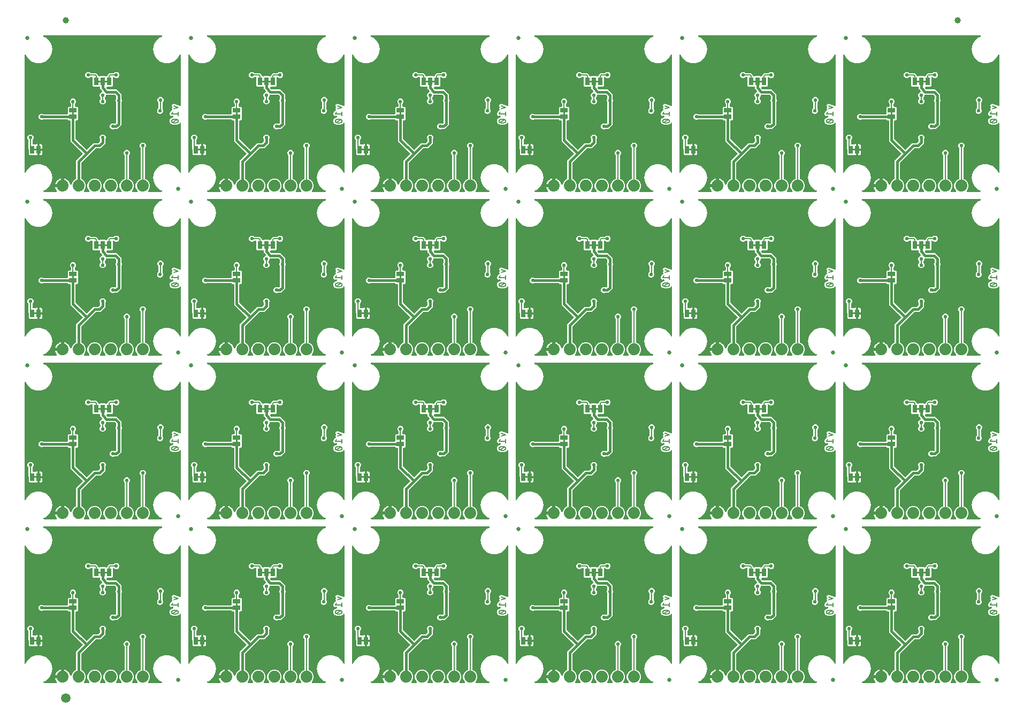
<source format=gbl>
G04 EAGLE Gerber RS-274X export*
G75*
%MOMM*%
%FSLAX34Y34*%
%LPD*%
%INBottom Copper*%
%IPPOS*%
%AMOC8*
5,1,8,0,0,1.08239X$1,22.5*%
G01*
%ADD10C,0.203200*%
%ADD11R,0.660400X1.270000*%
%ADD12C,0.635000*%
%ADD13R,1.270000X0.660400*%
%ADD14C,1.879600*%
%ADD15C,1.000000*%
%ADD16C,1.500000*%
%ADD17C,0.558800*%
%ADD18C,0.406400*%

G36*
X312383Y262134D02*
X312383Y262134D01*
X312423Y262131D01*
X312541Y262154D01*
X312659Y262169D01*
X312697Y262183D01*
X312736Y262191D01*
X312844Y262242D01*
X312955Y262286D01*
X312987Y262309D01*
X313023Y262326D01*
X313116Y262402D01*
X313213Y262472D01*
X313238Y262503D01*
X313269Y262528D01*
X313339Y262625D01*
X313415Y262717D01*
X313432Y262753D01*
X313456Y262786D01*
X313500Y262897D01*
X313551Y263005D01*
X313558Y263044D01*
X313573Y263081D01*
X313588Y263200D01*
X313611Y263317D01*
X313608Y263357D01*
X313613Y263397D01*
X313598Y263515D01*
X313591Y263635D01*
X313579Y263673D01*
X313574Y263712D01*
X313530Y263823D01*
X313493Y263937D01*
X313472Y263971D01*
X313457Y264008D01*
X313371Y264144D01*
X312369Y265523D01*
X311516Y267197D01*
X310935Y268984D01*
X310895Y269241D01*
X321310Y269241D01*
X321428Y269256D01*
X321547Y269263D01*
X321585Y269276D01*
X321625Y269281D01*
X321736Y269324D01*
X321849Y269361D01*
X321883Y269383D01*
X321921Y269398D01*
X322017Y269468D01*
X322118Y269531D01*
X322146Y269561D01*
X322178Y269584D01*
X322254Y269676D01*
X322336Y269763D01*
X322355Y269798D01*
X322381Y269829D01*
X322432Y269937D01*
X322489Y270041D01*
X322500Y270081D01*
X322517Y270117D01*
X322539Y270234D01*
X322569Y270349D01*
X322573Y270410D01*
X322577Y270430D01*
X322575Y270450D01*
X322579Y270510D01*
X322579Y271781D01*
X323850Y271781D01*
X323968Y271796D01*
X324087Y271803D01*
X324125Y271816D01*
X324165Y271821D01*
X324276Y271865D01*
X324389Y271901D01*
X324424Y271923D01*
X324461Y271938D01*
X324557Y272008D01*
X324658Y272071D01*
X324686Y272101D01*
X324719Y272125D01*
X324794Y272216D01*
X324876Y272303D01*
X324896Y272338D01*
X324921Y272370D01*
X324972Y272477D01*
X325030Y272582D01*
X325040Y272621D01*
X325057Y272657D01*
X325079Y272774D01*
X325109Y272889D01*
X325113Y272950D01*
X325117Y272970D01*
X325115Y272990D01*
X325119Y273050D01*
X325119Y283465D01*
X325376Y283425D01*
X327163Y282844D01*
X328837Y281991D01*
X330358Y280886D01*
X331686Y279558D01*
X332791Y278037D01*
X333644Y276363D01*
X334234Y274546D01*
X334260Y274460D01*
X334290Y274334D01*
X334304Y274307D01*
X334312Y274278D01*
X334378Y274167D01*
X334438Y274053D01*
X334459Y274030D01*
X334474Y274004D01*
X334565Y273913D01*
X334652Y273817D01*
X334677Y273801D01*
X334699Y273779D01*
X334810Y273714D01*
X334918Y273643D01*
X334947Y273633D01*
X334972Y273617D01*
X335096Y273581D01*
X335219Y273539D01*
X335249Y273537D01*
X335278Y273529D01*
X335407Y273524D01*
X335536Y273514D01*
X335566Y273519D01*
X335596Y273518D01*
X335722Y273546D01*
X335849Y273569D01*
X335877Y273581D01*
X335906Y273588D01*
X336021Y273646D01*
X336139Y273699D01*
X336163Y273718D01*
X336190Y273732D01*
X336287Y273817D01*
X336388Y273898D01*
X336406Y273922D01*
X336428Y273942D01*
X336501Y274049D01*
X336579Y274152D01*
X336598Y274191D01*
X336607Y274205D01*
X336615Y274225D01*
X336650Y274296D01*
X338289Y278255D01*
X341505Y281471D01*
X343132Y282144D01*
X343157Y282159D01*
X343185Y282168D01*
X343295Y282238D01*
X343408Y282302D01*
X343429Y282322D01*
X343454Y282338D01*
X343543Y282433D01*
X343636Y282523D01*
X343652Y282548D01*
X343672Y282570D01*
X343735Y282683D01*
X343803Y282794D01*
X343811Y282822D01*
X343826Y282848D01*
X343858Y282974D01*
X343896Y283098D01*
X343898Y283128D01*
X343905Y283156D01*
X343915Y283317D01*
X343915Y311564D01*
X346668Y314316D01*
X354034Y321682D01*
X354107Y321777D01*
X354186Y321866D01*
X354204Y321902D01*
X354229Y321934D01*
X354276Y322043D01*
X354330Y322149D01*
X354339Y322188D01*
X354355Y322226D01*
X354374Y322343D01*
X354400Y322459D01*
X354399Y322500D01*
X354405Y322540D01*
X354394Y322658D01*
X354390Y322777D01*
X354379Y322816D01*
X354375Y322856D01*
X354335Y322969D01*
X354302Y323083D01*
X354282Y323117D01*
X354268Y323156D01*
X354201Y323254D01*
X354141Y323357D01*
X354101Y323402D01*
X354089Y323419D01*
X354074Y323432D01*
X354034Y323477D01*
X335025Y342486D01*
X335025Y374269D01*
X335010Y374387D01*
X335003Y374506D01*
X334990Y374544D01*
X334985Y374585D01*
X334942Y374695D01*
X334905Y374808D01*
X334883Y374843D01*
X334868Y374880D01*
X334799Y374976D01*
X334735Y375077D01*
X334705Y375105D01*
X334682Y375138D01*
X334590Y375214D01*
X334503Y375295D01*
X334468Y375315D01*
X334437Y375340D01*
X334329Y375391D01*
X334225Y375449D01*
X334185Y375459D01*
X334149Y375476D01*
X334032Y375498D01*
X333917Y375528D01*
X333857Y375532D01*
X333837Y375536D01*
X333816Y375534D01*
X333756Y375538D01*
X331898Y375538D01*
X331000Y376437D01*
X330921Y376497D01*
X330849Y376565D01*
X330796Y376594D01*
X330748Y376631D01*
X330658Y376671D01*
X330571Y376719D01*
X330512Y376734D01*
X330457Y376758D01*
X330359Y376773D01*
X330263Y376798D01*
X330163Y376804D01*
X330143Y376808D01*
X330130Y376806D01*
X330102Y376808D01*
X292306Y376808D01*
X292296Y376807D01*
X292287Y376808D01*
X292138Y376787D01*
X291990Y376768D01*
X291981Y376765D01*
X291972Y376764D01*
X291820Y376712D01*
X290520Y376173D01*
X288600Y376173D01*
X286826Y376908D01*
X285468Y378266D01*
X284733Y380040D01*
X284733Y381960D01*
X285468Y383734D01*
X286826Y385092D01*
X288600Y385827D01*
X290520Y385827D01*
X292433Y385034D01*
X292442Y385032D01*
X292450Y385027D01*
X292595Y384990D01*
X292740Y384950D01*
X292749Y384950D01*
X292758Y384948D01*
X292919Y384938D01*
X329848Y384938D01*
X329986Y384955D01*
X330125Y384968D01*
X330144Y384975D01*
X330164Y384978D01*
X330293Y385029D01*
X330424Y385076D01*
X330441Y385087D01*
X330460Y385095D01*
X330572Y385176D01*
X330687Y385254D01*
X330701Y385270D01*
X330717Y385281D01*
X330805Y385388D01*
X330898Y385493D01*
X330907Y385511D01*
X330920Y385526D01*
X330979Y385652D01*
X331042Y385776D01*
X331047Y385796D01*
X331055Y385814D01*
X331081Y385950D01*
X331112Y386086D01*
X331111Y386107D01*
X331115Y386126D01*
X331106Y386265D01*
X331102Y386404D01*
X331097Y386424D01*
X331095Y386444D01*
X331052Y386576D01*
X331014Y386710D01*
X331003Y386727D01*
X330997Y386746D01*
X330923Y386864D01*
X330852Y386984D01*
X330834Y387005D01*
X330827Y387015D01*
X330812Y387029D01*
X330746Y387105D01*
X330707Y387143D01*
X330707Y395431D01*
X331898Y396622D01*
X334772Y396622D01*
X334890Y396637D01*
X335009Y396644D01*
X335047Y396657D01*
X335088Y396662D01*
X335198Y396705D01*
X335311Y396742D01*
X335346Y396764D01*
X335383Y396779D01*
X335479Y396848D01*
X335580Y396912D01*
X335608Y396942D01*
X335641Y396965D01*
X335717Y397057D01*
X335798Y397144D01*
X335818Y397179D01*
X335843Y397210D01*
X335894Y397318D01*
X335952Y397422D01*
X335962Y397462D01*
X335979Y397498D01*
X336001Y397615D01*
X336031Y397730D01*
X336035Y397790D01*
X336039Y397810D01*
X336037Y397831D01*
X336041Y397891D01*
X336041Y400827D01*
X336029Y400925D01*
X336026Y401024D01*
X336009Y401082D01*
X336001Y401142D01*
X335965Y401235D01*
X335937Y401330D01*
X335907Y401382D01*
X335884Y401438D01*
X335826Y401518D01*
X335776Y401604D01*
X335710Y401679D01*
X335698Y401696D01*
X335688Y401703D01*
X335670Y401724D01*
X334998Y402396D01*
X334263Y404170D01*
X334263Y406090D01*
X334998Y407864D01*
X336356Y409222D01*
X338130Y409957D01*
X340050Y409957D01*
X341824Y409222D01*
X343182Y407864D01*
X343917Y406090D01*
X343917Y404170D01*
X343182Y402396D01*
X342510Y401724D01*
X342450Y401646D01*
X342382Y401574D01*
X342353Y401521D01*
X342316Y401473D01*
X342276Y401382D01*
X342228Y401296D01*
X342213Y401237D01*
X342189Y401181D01*
X342174Y401083D01*
X342149Y400988D01*
X342143Y400888D01*
X342139Y400867D01*
X342141Y400855D01*
X342139Y400827D01*
X342139Y397891D01*
X342154Y397773D01*
X342161Y397654D01*
X342174Y397616D01*
X342179Y397575D01*
X342222Y397465D01*
X342259Y397352D01*
X342281Y397317D01*
X342296Y397280D01*
X342365Y397184D01*
X342429Y397083D01*
X342459Y397055D01*
X342482Y397022D01*
X342574Y396946D01*
X342661Y396865D01*
X342696Y396845D01*
X342727Y396820D01*
X342835Y396769D01*
X342939Y396711D01*
X342979Y396701D01*
X343015Y396684D01*
X343132Y396662D01*
X343247Y396632D01*
X343307Y396628D01*
X343327Y396624D01*
X343348Y396626D01*
X343408Y396622D01*
X346282Y396622D01*
X347473Y395431D01*
X347473Y387143D01*
X347307Y386978D01*
X347234Y386883D01*
X347155Y386794D01*
X347137Y386758D01*
X347112Y386726D01*
X347065Y386617D01*
X347011Y386511D01*
X347002Y386472D01*
X346986Y386434D01*
X346967Y386317D01*
X346941Y386201D01*
X346942Y386160D01*
X346936Y386120D01*
X346947Y386002D01*
X346951Y385883D01*
X346962Y385844D01*
X346966Y385804D01*
X347006Y385692D01*
X347039Y385577D01*
X347060Y385542D01*
X347073Y385504D01*
X347140Y385406D01*
X347201Y385303D01*
X347241Y385258D01*
X347252Y385241D01*
X347267Y385228D01*
X347307Y385183D01*
X347473Y385017D01*
X347473Y376729D01*
X346282Y375538D01*
X344424Y375538D01*
X344306Y375523D01*
X344187Y375516D01*
X344149Y375503D01*
X344108Y375498D01*
X343998Y375455D01*
X343885Y375418D01*
X343850Y375396D01*
X343813Y375381D01*
X343717Y375312D01*
X343616Y375248D01*
X343588Y375218D01*
X343555Y375195D01*
X343479Y375103D01*
X343398Y375016D01*
X343378Y374981D01*
X343353Y374950D01*
X343302Y374842D01*
X343244Y374738D01*
X343234Y374698D01*
X343217Y374662D01*
X343195Y374545D01*
X343165Y374430D01*
X343161Y374370D01*
X343157Y374350D01*
X343159Y374329D01*
X343155Y374269D01*
X343155Y346379D01*
X343167Y346281D01*
X343170Y346182D01*
X343187Y346124D01*
X343195Y346064D01*
X343231Y345972D01*
X343259Y345877D01*
X343289Y345825D01*
X343312Y345768D01*
X343370Y345688D01*
X343420Y345603D01*
X343486Y345527D01*
X343498Y345511D01*
X343508Y345503D01*
X343526Y345482D01*
X359783Y329226D01*
X359877Y329153D01*
X359966Y329074D01*
X360002Y329056D01*
X360034Y329031D01*
X360143Y328984D01*
X360249Y328930D01*
X360288Y328921D01*
X360326Y328905D01*
X360443Y328886D01*
X360559Y328860D01*
X360600Y328861D01*
X360640Y328855D01*
X360758Y328866D01*
X360877Y328870D01*
X360916Y328881D01*
X360956Y328885D01*
X361069Y328925D01*
X361183Y328958D01*
X361218Y328978D01*
X361256Y328992D01*
X361354Y329059D01*
X361457Y329120D01*
X361502Y329159D01*
X361519Y329171D01*
X361532Y329186D01*
X361578Y329226D01*
X371696Y339345D01*
X378791Y339345D01*
X378889Y339357D01*
X378988Y339360D01*
X379046Y339377D01*
X379106Y339385D01*
X379198Y339421D01*
X379293Y339449D01*
X379345Y339479D01*
X379402Y339502D01*
X379482Y339560D01*
X379567Y339610D01*
X379643Y339676D01*
X379659Y339688D01*
X379667Y339698D01*
X379688Y339716D01*
X381644Y341672D01*
X381704Y341750D01*
X381772Y341822D01*
X381801Y341875D01*
X381838Y341923D01*
X381878Y342014D01*
X381926Y342101D01*
X381941Y342159D01*
X381965Y342215D01*
X381980Y342313D01*
X382005Y342409D01*
X382011Y342509D01*
X382015Y342529D01*
X382013Y342541D01*
X382015Y342569D01*
X382015Y344928D01*
X382014Y344937D01*
X382015Y344946D01*
X381994Y345095D01*
X381975Y345243D01*
X381972Y345252D01*
X381971Y345261D01*
X381919Y345414D01*
X381253Y347020D01*
X381253Y348940D01*
X381988Y350714D01*
X383346Y352072D01*
X385120Y352807D01*
X387040Y352807D01*
X388814Y352072D01*
X390172Y350714D01*
X390907Y348940D01*
X390907Y347020D01*
X390241Y345414D01*
X390239Y345405D01*
X390234Y345396D01*
X390197Y345251D01*
X390157Y345107D01*
X390157Y345098D01*
X390155Y345089D01*
X390145Y344928D01*
X390145Y338676D01*
X382684Y331215D01*
X375589Y331215D01*
X375491Y331203D01*
X375392Y331200D01*
X375334Y331183D01*
X375274Y331175D01*
X375182Y331139D01*
X375087Y331111D01*
X375035Y331081D01*
X374978Y331058D01*
X374898Y331000D01*
X374813Y330950D01*
X374737Y330884D01*
X374721Y330872D01*
X374713Y330862D01*
X374692Y330844D01*
X365116Y321268D01*
X361992Y318144D01*
X352416Y308568D01*
X352356Y308490D01*
X352288Y308418D01*
X352259Y308365D01*
X352222Y308317D01*
X352182Y308226D01*
X352134Y308139D01*
X352119Y308081D01*
X352095Y308025D01*
X352080Y307927D01*
X352055Y307831D01*
X352049Y307731D01*
X352045Y307711D01*
X352047Y307699D01*
X352045Y307671D01*
X352045Y283317D01*
X352048Y283288D01*
X352046Y283258D01*
X352068Y283130D01*
X352085Y283001D01*
X352095Y282974D01*
X352100Y282945D01*
X352154Y282826D01*
X352202Y282706D01*
X352219Y282682D01*
X352231Y282655D01*
X352312Y282554D01*
X352388Y282448D01*
X352411Y282430D01*
X352430Y282407D01*
X352533Y282329D01*
X352633Y282246D01*
X352660Y282233D01*
X352684Y282215D01*
X352828Y282144D01*
X354455Y281471D01*
X357671Y278255D01*
X359411Y274054D01*
X359411Y269506D01*
X357671Y265305D01*
X356661Y264295D01*
X356576Y264186D01*
X356487Y264079D01*
X356478Y264060D01*
X356466Y264044D01*
X356411Y263917D01*
X356352Y263791D01*
X356348Y263771D01*
X356340Y263752D01*
X356318Y263614D01*
X356292Y263478D01*
X356293Y263458D01*
X356290Y263438D01*
X356303Y263299D01*
X356312Y263161D01*
X356318Y263142D01*
X356320Y263122D01*
X356367Y262990D01*
X356410Y262859D01*
X356420Y262841D01*
X356427Y262822D01*
X356505Y262707D01*
X356580Y262590D01*
X356594Y262576D01*
X356606Y262559D01*
X356710Y262467D01*
X356811Y262372D01*
X356829Y262362D01*
X356844Y262349D01*
X356968Y262286D01*
X357090Y262218D01*
X357109Y262213D01*
X357127Y262204D01*
X357263Y262174D01*
X357398Y262139D01*
X357426Y262137D01*
X357438Y262134D01*
X357458Y262135D01*
X357558Y262129D01*
X363802Y262129D01*
X363940Y262146D01*
X364078Y262159D01*
X364097Y262166D01*
X364117Y262169D01*
X364246Y262220D01*
X364377Y262267D01*
X364394Y262278D01*
X364413Y262286D01*
X364525Y262367D01*
X364640Y262445D01*
X364654Y262461D01*
X364670Y262472D01*
X364759Y262580D01*
X364851Y262684D01*
X364860Y262702D01*
X364873Y262717D01*
X364932Y262843D01*
X364995Y262967D01*
X365000Y262987D01*
X365008Y263005D01*
X365035Y263142D01*
X365065Y263277D01*
X365064Y263298D01*
X365068Y263317D01*
X365060Y263456D01*
X365055Y263595D01*
X365050Y263615D01*
X365048Y263635D01*
X365006Y263767D01*
X364967Y263901D01*
X364957Y263918D01*
X364950Y263937D01*
X364876Y264055D01*
X364805Y264175D01*
X364787Y264196D01*
X364780Y264206D01*
X364765Y264220D01*
X364699Y264295D01*
X363689Y265305D01*
X361949Y269506D01*
X361949Y274054D01*
X363689Y278255D01*
X366905Y281471D01*
X371106Y283211D01*
X375654Y283211D01*
X379855Y281471D01*
X383071Y278255D01*
X384811Y274054D01*
X384811Y269506D01*
X383071Y265305D01*
X382061Y264295D01*
X381976Y264186D01*
X381887Y264079D01*
X381878Y264060D01*
X381866Y264044D01*
X381811Y263917D01*
X381752Y263791D01*
X381748Y263771D01*
X381740Y263752D01*
X381718Y263614D01*
X381692Y263478D01*
X381693Y263458D01*
X381690Y263438D01*
X381703Y263299D01*
X381712Y263161D01*
X381718Y263142D01*
X381720Y263122D01*
X381767Y262990D01*
X381810Y262859D01*
X381820Y262841D01*
X381827Y262822D01*
X381905Y262707D01*
X381980Y262590D01*
X381994Y262576D01*
X382006Y262559D01*
X382110Y262467D01*
X382211Y262372D01*
X382229Y262362D01*
X382244Y262349D01*
X382368Y262286D01*
X382490Y262218D01*
X382509Y262213D01*
X382527Y262204D01*
X382663Y262174D01*
X382798Y262139D01*
X382826Y262137D01*
X382838Y262134D01*
X382858Y262135D01*
X382958Y262129D01*
X389202Y262129D01*
X389340Y262146D01*
X389478Y262159D01*
X389497Y262166D01*
X389517Y262169D01*
X389646Y262220D01*
X389777Y262267D01*
X389794Y262278D01*
X389813Y262286D01*
X389925Y262367D01*
X390040Y262445D01*
X390054Y262461D01*
X390070Y262472D01*
X390159Y262580D01*
X390251Y262684D01*
X390260Y262702D01*
X390273Y262717D01*
X390332Y262843D01*
X390395Y262967D01*
X390400Y262987D01*
X390408Y263005D01*
X390435Y263142D01*
X390465Y263277D01*
X390464Y263298D01*
X390468Y263317D01*
X390460Y263456D01*
X390455Y263595D01*
X390450Y263615D01*
X390448Y263635D01*
X390406Y263767D01*
X390367Y263901D01*
X390357Y263918D01*
X390350Y263937D01*
X390276Y264055D01*
X390205Y264175D01*
X390187Y264196D01*
X390180Y264206D01*
X390165Y264220D01*
X390099Y264295D01*
X389089Y265305D01*
X387349Y269506D01*
X387349Y274054D01*
X389089Y278255D01*
X392305Y281471D01*
X396506Y283211D01*
X401054Y283211D01*
X405255Y281471D01*
X408471Y278255D01*
X410211Y274054D01*
X410211Y269506D01*
X408471Y265305D01*
X407461Y264295D01*
X407376Y264186D01*
X407287Y264079D01*
X407278Y264060D01*
X407266Y264044D01*
X407211Y263917D01*
X407152Y263791D01*
X407148Y263771D01*
X407140Y263752D01*
X407118Y263614D01*
X407092Y263478D01*
X407093Y263458D01*
X407090Y263438D01*
X407103Y263299D01*
X407112Y263161D01*
X407118Y263142D01*
X407120Y263122D01*
X407167Y262990D01*
X407210Y262859D01*
X407220Y262841D01*
X407227Y262822D01*
X407305Y262707D01*
X407380Y262590D01*
X407394Y262576D01*
X407406Y262559D01*
X407510Y262467D01*
X407611Y262372D01*
X407629Y262362D01*
X407644Y262349D01*
X407768Y262286D01*
X407890Y262218D01*
X407909Y262213D01*
X407927Y262204D01*
X408063Y262174D01*
X408198Y262139D01*
X408226Y262137D01*
X408238Y262134D01*
X408258Y262135D01*
X408358Y262129D01*
X414602Y262129D01*
X414740Y262146D01*
X414878Y262159D01*
X414897Y262166D01*
X414917Y262169D01*
X415046Y262220D01*
X415177Y262267D01*
X415194Y262278D01*
X415213Y262286D01*
X415325Y262367D01*
X415440Y262445D01*
X415454Y262461D01*
X415470Y262472D01*
X415559Y262580D01*
X415651Y262684D01*
X415660Y262702D01*
X415673Y262717D01*
X415732Y262843D01*
X415795Y262967D01*
X415800Y262987D01*
X415808Y263005D01*
X415835Y263142D01*
X415865Y263277D01*
X415864Y263298D01*
X415868Y263317D01*
X415860Y263456D01*
X415855Y263595D01*
X415850Y263615D01*
X415848Y263635D01*
X415806Y263767D01*
X415767Y263901D01*
X415757Y263918D01*
X415750Y263937D01*
X415676Y264055D01*
X415605Y264175D01*
X415587Y264196D01*
X415580Y264206D01*
X415565Y264220D01*
X415499Y264295D01*
X414489Y265305D01*
X412749Y269506D01*
X412749Y274054D01*
X414489Y278255D01*
X417705Y281471D01*
X420348Y282565D01*
X420373Y282580D01*
X420401Y282589D01*
X420511Y282658D01*
X420624Y282723D01*
X420645Y282743D01*
X420670Y282759D01*
X420759Y282854D01*
X420852Y282944D01*
X420868Y282969D01*
X420888Y282991D01*
X420951Y283104D01*
X421019Y283215D01*
X421027Y283243D01*
X421042Y283269D01*
X421074Y283395D01*
X421112Y283519D01*
X421114Y283549D01*
X421121Y283577D01*
X421131Y283738D01*
X421131Y319547D01*
X421119Y319645D01*
X421116Y319744D01*
X421099Y319802D01*
X421091Y319862D01*
X421055Y319955D01*
X421027Y320050D01*
X420997Y320102D01*
X420974Y320158D01*
X420916Y320238D01*
X420866Y320324D01*
X420800Y320399D01*
X420788Y320416D01*
X420778Y320423D01*
X420760Y320444D01*
X420088Y321116D01*
X419353Y322890D01*
X419353Y324810D01*
X420088Y326584D01*
X421446Y327942D01*
X423220Y328677D01*
X425140Y328677D01*
X426914Y327942D01*
X428272Y326584D01*
X429007Y324810D01*
X429007Y322890D01*
X428272Y321116D01*
X427600Y320444D01*
X427540Y320366D01*
X427472Y320294D01*
X427443Y320241D01*
X427406Y320193D01*
X427366Y320102D01*
X427318Y320016D01*
X427303Y319957D01*
X427279Y319901D01*
X427264Y319803D01*
X427239Y319708D01*
X427233Y319608D01*
X427229Y319587D01*
X427231Y319575D01*
X427229Y319547D01*
X427229Y283738D01*
X427232Y283709D01*
X427230Y283679D01*
X427252Y283551D01*
X427269Y283422D01*
X427279Y283395D01*
X427284Y283366D01*
X427338Y283247D01*
X427386Y283127D01*
X427403Y283103D01*
X427415Y283076D01*
X427496Y282974D01*
X427572Y282869D01*
X427595Y282850D01*
X427614Y282827D01*
X427717Y282749D01*
X427817Y282666D01*
X427844Y282654D01*
X427868Y282636D01*
X428012Y282565D01*
X430655Y281471D01*
X433871Y278255D01*
X435611Y274054D01*
X435611Y269506D01*
X433871Y265305D01*
X432861Y264295D01*
X432776Y264186D01*
X432687Y264079D01*
X432678Y264060D01*
X432666Y264044D01*
X432611Y263917D01*
X432552Y263791D01*
X432548Y263771D01*
X432540Y263752D01*
X432518Y263614D01*
X432492Y263478D01*
X432493Y263458D01*
X432490Y263438D01*
X432503Y263299D01*
X432512Y263161D01*
X432518Y263142D01*
X432520Y263122D01*
X432567Y262990D01*
X432610Y262859D01*
X432620Y262841D01*
X432627Y262822D01*
X432705Y262707D01*
X432780Y262590D01*
X432794Y262576D01*
X432806Y262559D01*
X432910Y262467D01*
X433011Y262372D01*
X433029Y262362D01*
X433044Y262349D01*
X433168Y262286D01*
X433290Y262218D01*
X433309Y262213D01*
X433327Y262204D01*
X433463Y262174D01*
X433598Y262139D01*
X433626Y262137D01*
X433638Y262134D01*
X433658Y262135D01*
X433758Y262129D01*
X440002Y262129D01*
X440140Y262146D01*
X440278Y262159D01*
X440297Y262166D01*
X440317Y262169D01*
X440446Y262220D01*
X440577Y262267D01*
X440594Y262278D01*
X440613Y262286D01*
X440725Y262367D01*
X440840Y262445D01*
X440854Y262461D01*
X440870Y262472D01*
X440959Y262580D01*
X441051Y262684D01*
X441060Y262702D01*
X441073Y262717D01*
X441132Y262843D01*
X441195Y262967D01*
X441200Y262987D01*
X441208Y263005D01*
X441235Y263142D01*
X441265Y263277D01*
X441264Y263298D01*
X441268Y263317D01*
X441260Y263456D01*
X441255Y263595D01*
X441250Y263615D01*
X441248Y263635D01*
X441206Y263767D01*
X441167Y263901D01*
X441157Y263918D01*
X441150Y263937D01*
X441076Y264055D01*
X441005Y264175D01*
X440987Y264196D01*
X440980Y264206D01*
X440965Y264220D01*
X440899Y264295D01*
X439889Y265305D01*
X438149Y269506D01*
X438149Y274054D01*
X439889Y278255D01*
X443105Y281471D01*
X445748Y282565D01*
X445773Y282580D01*
X445801Y282589D01*
X445911Y282658D01*
X446024Y282723D01*
X446045Y282743D01*
X446070Y282759D01*
X446159Y282854D01*
X446252Y282944D01*
X446268Y282969D01*
X446288Y282991D01*
X446351Y283104D01*
X446419Y283215D01*
X446427Y283243D01*
X446442Y283269D01*
X446474Y283395D01*
X446512Y283519D01*
X446514Y283549D01*
X446521Y283577D01*
X446531Y283738D01*
X446531Y330977D01*
X446519Y331075D01*
X446516Y331174D01*
X446499Y331232D01*
X446491Y331292D01*
X446455Y331385D01*
X446427Y331480D01*
X446397Y331532D01*
X446374Y331588D01*
X446316Y331668D01*
X446266Y331754D01*
X446200Y331829D01*
X446188Y331846D01*
X446178Y331853D01*
X446160Y331874D01*
X445488Y332546D01*
X444753Y334320D01*
X444753Y336240D01*
X445488Y338014D01*
X446846Y339372D01*
X448620Y340107D01*
X450540Y340107D01*
X452314Y339372D01*
X453672Y338014D01*
X454407Y336240D01*
X454407Y334320D01*
X453672Y332546D01*
X453000Y331874D01*
X452940Y331796D01*
X452872Y331724D01*
X452843Y331671D01*
X452806Y331623D01*
X452766Y331532D01*
X452718Y331446D01*
X452703Y331387D01*
X452679Y331331D01*
X452664Y331233D01*
X452639Y331138D01*
X452633Y331038D01*
X452629Y331017D01*
X452631Y331005D01*
X452629Y330977D01*
X452629Y283738D01*
X452632Y283709D01*
X452630Y283679D01*
X452652Y283551D01*
X452669Y283422D01*
X452679Y283395D01*
X452684Y283366D01*
X452738Y283247D01*
X452786Y283127D01*
X452803Y283103D01*
X452815Y283076D01*
X452896Y282974D01*
X452972Y282869D01*
X452995Y282850D01*
X453014Y282827D01*
X453117Y282749D01*
X453217Y282666D01*
X453244Y282654D01*
X453268Y282636D01*
X453412Y282565D01*
X456055Y281471D01*
X459271Y278255D01*
X461011Y274054D01*
X461011Y269506D01*
X459271Y265305D01*
X458261Y264295D01*
X458176Y264186D01*
X458087Y264079D01*
X458078Y264060D01*
X458066Y264044D01*
X458011Y263917D01*
X457952Y263791D01*
X457948Y263771D01*
X457940Y263752D01*
X457918Y263614D01*
X457892Y263478D01*
X457893Y263458D01*
X457890Y263438D01*
X457903Y263299D01*
X457912Y263161D01*
X457918Y263142D01*
X457920Y263122D01*
X457967Y262990D01*
X458010Y262859D01*
X458020Y262841D01*
X458027Y262822D01*
X458105Y262707D01*
X458180Y262590D01*
X458194Y262576D01*
X458206Y262559D01*
X458310Y262467D01*
X458411Y262372D01*
X458429Y262362D01*
X458444Y262349D01*
X458568Y262286D01*
X458690Y262218D01*
X458709Y262213D01*
X458727Y262204D01*
X458863Y262174D01*
X458998Y262139D01*
X459026Y262137D01*
X459038Y262134D01*
X459058Y262135D01*
X459158Y262129D01*
X478764Y262129D01*
X478861Y262141D01*
X478958Y262144D01*
X479018Y262161D01*
X479080Y262169D01*
X479170Y262204D01*
X479264Y262231D01*
X479318Y262263D01*
X479376Y262286D01*
X479454Y262343D01*
X479538Y262392D01*
X479582Y262436D01*
X479633Y262472D01*
X479695Y262548D01*
X479764Y262616D01*
X479796Y262669D01*
X479836Y262717D01*
X479877Y262805D01*
X479927Y262889D01*
X479945Y262949D01*
X479971Y263005D01*
X479989Y263101D01*
X480017Y263194D01*
X480019Y263256D01*
X480031Y263317D01*
X480025Y263415D01*
X480028Y263512D01*
X480015Y263573D01*
X480011Y263635D01*
X479981Y263728D01*
X479960Y263823D01*
X479932Y263878D01*
X479913Y263937D01*
X479861Y264020D01*
X479817Y264107D01*
X479776Y264153D01*
X479743Y264206D01*
X479672Y264273D01*
X479608Y264346D01*
X479557Y264381D01*
X479511Y264424D01*
X479426Y264471D01*
X479346Y264526D01*
X479250Y264568D01*
X479233Y264578D01*
X479222Y264580D01*
X479198Y264591D01*
X476718Y265493D01*
X470885Y270388D01*
X467078Y276982D01*
X465756Y284480D01*
X467078Y291978D01*
X470885Y298572D01*
X476718Y303467D01*
X483873Y306071D01*
X491487Y306071D01*
X498642Y303467D01*
X504475Y298572D01*
X507663Y293050D01*
X507751Y292934D01*
X507836Y292816D01*
X507847Y292808D01*
X507855Y292797D01*
X507969Y292707D01*
X508081Y292613D01*
X508094Y292608D01*
X508104Y292599D01*
X508238Y292540D01*
X508369Y292478D01*
X508382Y292475D01*
X508395Y292470D01*
X508539Y292445D01*
X508682Y292418D01*
X508695Y292419D01*
X508708Y292417D01*
X508854Y292429D01*
X508999Y292438D01*
X509012Y292442D01*
X509025Y292443D01*
X509163Y292491D01*
X509301Y292536D01*
X509313Y292543D01*
X509326Y292548D01*
X509447Y292628D01*
X509570Y292706D01*
X509579Y292716D01*
X509591Y292723D01*
X509688Y292831D01*
X509788Y292938D01*
X509795Y292950D01*
X509804Y292960D01*
X509871Y293088D01*
X509942Y293216D01*
X509945Y293229D01*
X509951Y293241D01*
X509985Y293383D01*
X510021Y293524D01*
X510022Y293542D01*
X510024Y293551D01*
X510024Y293568D01*
X510031Y293685D01*
X510031Y370383D01*
X510021Y370467D01*
X510020Y370552D01*
X510001Y370625D01*
X509991Y370699D01*
X509960Y370778D01*
X509939Y370860D01*
X509902Y370925D01*
X509874Y370995D01*
X509825Y371063D01*
X509783Y371137D01*
X509732Y371191D01*
X509688Y371252D01*
X509622Y371306D01*
X509564Y371367D01*
X509500Y371407D01*
X509443Y371455D01*
X509366Y371491D01*
X509294Y371536D01*
X509222Y371559D01*
X509155Y371590D01*
X509072Y371606D01*
X508991Y371632D01*
X508916Y371636D01*
X508843Y371650D01*
X508758Y371645D01*
X508673Y371650D01*
X508600Y371635D01*
X508525Y371630D01*
X508445Y371604D01*
X508361Y371588D01*
X508294Y371555D01*
X508223Y371532D01*
X508151Y371487D01*
X508075Y371450D01*
X508017Y371402D01*
X507954Y371362D01*
X507896Y371300D01*
X507831Y371246D01*
X507743Y371138D01*
X507736Y371131D01*
X507734Y371127D01*
X507729Y371121D01*
X506810Y369834D01*
X505473Y369376D01*
X505469Y369374D01*
X505329Y369316D01*
X503112Y368236D01*
X497648Y368236D01*
X496389Y368850D01*
X496259Y368894D01*
X496131Y368942D01*
X496100Y368948D01*
X496088Y368952D01*
X496067Y368954D01*
X495973Y368970D01*
X495823Y368987D01*
X495744Y369064D01*
X495664Y369152D01*
X495630Y369174D01*
X495601Y369202D01*
X495498Y369261D01*
X495399Y369327D01*
X495343Y369350D01*
X495325Y369360D01*
X495306Y369366D01*
X495250Y369389D01*
X493950Y369834D01*
X491997Y372568D01*
X491997Y375928D01*
X493950Y378661D01*
X495287Y379120D01*
X495291Y379122D01*
X495431Y379179D01*
X497564Y380219D01*
X497590Y380236D01*
X497619Y380247D01*
X497722Y380323D01*
X497830Y380393D01*
X497851Y380416D01*
X497876Y380434D01*
X497958Y380533D01*
X498044Y380628D01*
X498059Y380655D01*
X498079Y380679D01*
X498134Y380795D01*
X498194Y380909D01*
X498201Y380939D01*
X498214Y380967D01*
X498239Y381093D01*
X498269Y381218D01*
X498268Y381249D01*
X498274Y381279D01*
X498266Y381407D01*
X498265Y381536D01*
X498256Y381566D01*
X498255Y381597D01*
X498215Y381719D01*
X498181Y381843D01*
X498166Y381870D01*
X498156Y381899D01*
X498088Y382008D01*
X498025Y382119D01*
X498003Y382142D01*
X497986Y382168D01*
X497893Y382256D01*
X497804Y382348D01*
X497777Y382365D01*
X497755Y382386D01*
X497642Y382448D01*
X497533Y382515D01*
X497503Y382524D01*
X497476Y382539D01*
X497352Y382571D01*
X497230Y382610D01*
X497198Y382611D01*
X497168Y382619D01*
X497008Y382629D01*
X495285Y382629D01*
X495271Y382627D01*
X495145Y382621D01*
X494076Y382503D01*
X494053Y382517D01*
X494025Y382525D01*
X494000Y382539D01*
X493874Y382572D01*
X493825Y382587D01*
X493059Y383353D01*
X493048Y383362D01*
X492955Y383447D01*
X492115Y384118D01*
X492109Y384145D01*
X492095Y384171D01*
X492087Y384198D01*
X492021Y384311D01*
X491997Y384355D01*
X491997Y385439D01*
X491995Y385453D01*
X491990Y385579D01*
X491871Y386647D01*
X491885Y386671D01*
X491894Y386699D01*
X491908Y386724D01*
X491940Y386850D01*
X491955Y386898D01*
X492721Y387665D01*
X492730Y387676D01*
X492815Y387769D01*
X495571Y391214D01*
X495609Y391277D01*
X495656Y391334D01*
X495692Y391412D01*
X495737Y391485D01*
X495758Y391556D01*
X495789Y391623D01*
X495805Y391707D01*
X495830Y391789D01*
X495833Y391863D01*
X495847Y391935D01*
X495841Y392021D01*
X495845Y392107D01*
X495830Y392179D01*
X495825Y392253D01*
X495784Y392408D01*
X495310Y393828D01*
X496095Y395397D01*
X496105Y395425D01*
X496120Y395451D01*
X496158Y395575D01*
X496200Y395697D01*
X496203Y395727D01*
X496212Y395755D01*
X496217Y395885D01*
X496228Y396014D01*
X496223Y396043D01*
X496224Y396073D01*
X496197Y396200D01*
X496176Y396328D01*
X496164Y396355D01*
X496158Y396384D01*
X496095Y396532D01*
X495310Y398102D01*
X496109Y400498D01*
X498368Y401627D01*
X505313Y399312D01*
X505322Y399310D01*
X505330Y399307D01*
X505477Y399279D01*
X505625Y399250D01*
X505634Y399251D01*
X505643Y399249D01*
X505792Y399259D01*
X505927Y399267D01*
X506803Y398829D01*
X506812Y398826D01*
X506820Y398821D01*
X506969Y398760D01*
X508361Y398296D01*
X508365Y398295D01*
X508369Y398293D01*
X508518Y398265D01*
X508673Y398234D01*
X508677Y398234D01*
X508682Y398234D01*
X508834Y398243D01*
X508990Y398252D01*
X508994Y398253D01*
X508999Y398253D01*
X509145Y398301D01*
X509293Y398348D01*
X509297Y398350D01*
X509301Y398351D01*
X509432Y398434D01*
X509563Y398516D01*
X509566Y398519D01*
X509570Y398522D01*
X509676Y398634D01*
X509783Y398746D01*
X509785Y398750D01*
X509788Y398753D01*
X509863Y398889D01*
X509938Y399023D01*
X509939Y399028D01*
X509942Y399032D01*
X509980Y399181D01*
X510020Y399331D01*
X510020Y399335D01*
X510021Y399340D01*
X510031Y399500D01*
X510031Y478475D01*
X510013Y478620D01*
X509998Y478765D01*
X509993Y478777D01*
X509991Y478791D01*
X509938Y478926D01*
X509887Y479063D01*
X509879Y479074D01*
X509874Y479086D01*
X509789Y479204D01*
X509706Y479324D01*
X509695Y479333D01*
X509688Y479344D01*
X509576Y479437D01*
X509465Y479532D01*
X509453Y479538D01*
X509443Y479547D01*
X509311Y479608D01*
X509180Y479674D01*
X509167Y479676D01*
X509155Y479682D01*
X509013Y479709D01*
X508869Y479740D01*
X508856Y479739D01*
X508843Y479742D01*
X508698Y479733D01*
X508552Y479727D01*
X508539Y479723D01*
X508525Y479722D01*
X508387Y479677D01*
X508247Y479635D01*
X508235Y479628D01*
X508223Y479624D01*
X508100Y479546D01*
X507975Y479471D01*
X507965Y479461D01*
X507954Y479454D01*
X507854Y479348D01*
X507752Y479244D01*
X507742Y479229D01*
X507736Y479222D01*
X507728Y479207D01*
X507663Y479110D01*
X504475Y473588D01*
X498642Y468693D01*
X491487Y466089D01*
X483873Y466089D01*
X476718Y468693D01*
X470885Y473588D01*
X467078Y480182D01*
X465756Y487680D01*
X467078Y495178D01*
X470885Y501772D01*
X476718Y506667D01*
X479198Y507569D01*
X479285Y507614D01*
X479375Y507650D01*
X479426Y507686D01*
X479481Y507715D01*
X479554Y507779D01*
X479633Y507836D01*
X479673Y507884D01*
X479719Y507926D01*
X479773Y508006D01*
X479836Y508081D01*
X479862Y508138D01*
X479897Y508189D01*
X479930Y508281D01*
X479971Y508369D01*
X479983Y508430D01*
X480004Y508489D01*
X480013Y508586D01*
X480031Y508682D01*
X480027Y508744D01*
X480033Y508806D01*
X480017Y508902D01*
X480011Y508999D01*
X479992Y509058D01*
X479982Y509120D01*
X479943Y509209D01*
X479913Y509301D01*
X479880Y509354D01*
X479855Y509411D01*
X479795Y509488D01*
X479743Y509570D01*
X479698Y509613D01*
X479659Y509662D01*
X479582Y509721D01*
X479511Y509788D01*
X479457Y509818D01*
X479408Y509856D01*
X479318Y509895D01*
X479233Y509942D01*
X479173Y509957D01*
X479115Y509982D01*
X479019Y509997D01*
X478925Y510021D01*
X478821Y510028D01*
X478801Y510031D01*
X478790Y510030D01*
X478764Y510031D01*
X293396Y510031D01*
X293299Y510019D01*
X293202Y510016D01*
X293142Y509999D01*
X293080Y509991D01*
X292990Y509956D01*
X292896Y509929D01*
X292842Y509897D01*
X292784Y509874D01*
X292706Y509817D01*
X292622Y509768D01*
X292578Y509724D01*
X292527Y509688D01*
X292465Y509612D01*
X292396Y509544D01*
X292364Y509491D01*
X292324Y509443D01*
X292283Y509355D01*
X292233Y509271D01*
X292215Y509211D01*
X292189Y509155D01*
X292171Y509059D01*
X292143Y508966D01*
X292141Y508904D01*
X292129Y508843D01*
X292135Y508745D01*
X292132Y508648D01*
X292145Y508587D01*
X292149Y508525D01*
X292179Y508432D01*
X292200Y508337D01*
X292228Y508282D01*
X292247Y508223D01*
X292299Y508140D01*
X292343Y508053D01*
X292384Y508007D01*
X292417Y507954D01*
X292488Y507887D01*
X292552Y507814D01*
X292603Y507779D01*
X292649Y507736D01*
X292734Y507689D01*
X292814Y507634D01*
X292910Y507592D01*
X292927Y507582D01*
X292938Y507580D01*
X292962Y507569D01*
X295442Y506667D01*
X301275Y501772D01*
X305082Y495178D01*
X306404Y487680D01*
X305082Y480182D01*
X301275Y473588D01*
X295442Y468693D01*
X288287Y466089D01*
X280673Y466089D01*
X273518Y468693D01*
X267685Y473588D01*
X264497Y479110D01*
X264409Y479226D01*
X264324Y479344D01*
X264313Y479352D01*
X264305Y479363D01*
X264191Y479453D01*
X264079Y479547D01*
X264066Y479552D01*
X264056Y479561D01*
X263922Y479620D01*
X263791Y479682D01*
X263778Y479685D01*
X263765Y479690D01*
X263621Y479715D01*
X263478Y479742D01*
X263465Y479741D01*
X263452Y479743D01*
X263306Y479731D01*
X263161Y479722D01*
X263148Y479718D01*
X263135Y479717D01*
X262997Y479669D01*
X262859Y479624D01*
X262847Y479617D01*
X262834Y479612D01*
X262713Y479532D01*
X262590Y479454D01*
X262581Y479444D01*
X262569Y479437D01*
X262472Y479329D01*
X262372Y479222D01*
X262365Y479210D01*
X262356Y479200D01*
X262289Y479072D01*
X262218Y478944D01*
X262215Y478931D01*
X262209Y478919D01*
X262175Y478777D01*
X262139Y478636D01*
X262138Y478618D01*
X262136Y478609D01*
X262136Y478592D01*
X262129Y478475D01*
X262129Y293685D01*
X262147Y293540D01*
X262162Y293395D01*
X262167Y293383D01*
X262169Y293369D01*
X262222Y293234D01*
X262273Y293097D01*
X262281Y293086D01*
X262286Y293074D01*
X262371Y292956D01*
X262454Y292836D01*
X262465Y292827D01*
X262472Y292816D01*
X262585Y292723D01*
X262695Y292628D01*
X262707Y292622D01*
X262717Y292613D01*
X262849Y292552D01*
X262980Y292486D01*
X262993Y292484D01*
X263005Y292478D01*
X263147Y292451D01*
X263291Y292420D01*
X263304Y292421D01*
X263317Y292418D01*
X263462Y292427D01*
X263608Y292433D01*
X263621Y292437D01*
X263635Y292438D01*
X263773Y292483D01*
X263913Y292525D01*
X263925Y292532D01*
X263937Y292536D01*
X264060Y292614D01*
X264185Y292689D01*
X264195Y292699D01*
X264206Y292706D01*
X264306Y292812D01*
X264408Y292916D01*
X264418Y292931D01*
X264424Y292938D01*
X264432Y292953D01*
X264497Y293050D01*
X267685Y298572D01*
X273518Y303467D01*
X280673Y306071D01*
X288287Y306071D01*
X295442Y303467D01*
X301275Y298572D01*
X305082Y291978D01*
X306404Y284480D01*
X305082Y276982D01*
X301275Y270388D01*
X295442Y265493D01*
X292962Y264591D01*
X292875Y264546D01*
X292784Y264510D01*
X292734Y264474D01*
X292679Y264445D01*
X292606Y264381D01*
X292527Y264324D01*
X292487Y264276D01*
X292441Y264234D01*
X292386Y264154D01*
X292324Y264079D01*
X292298Y264022D01*
X292263Y263971D01*
X292230Y263879D01*
X292189Y263791D01*
X292177Y263730D01*
X292156Y263671D01*
X292147Y263574D01*
X292129Y263478D01*
X292133Y263416D01*
X292127Y263354D01*
X292143Y263258D01*
X292149Y263161D01*
X292168Y263102D01*
X292178Y263040D01*
X292217Y262951D01*
X292247Y262859D01*
X292280Y262806D01*
X292305Y262749D01*
X292365Y262672D01*
X292417Y262590D01*
X292462Y262547D01*
X292501Y262498D01*
X292578Y262439D01*
X292649Y262372D01*
X292703Y262342D01*
X292752Y262304D01*
X292842Y262265D01*
X292927Y262218D01*
X292987Y262203D01*
X293045Y262178D01*
X293141Y262163D01*
X293235Y262139D01*
X293339Y262132D01*
X293359Y262129D01*
X293370Y262130D01*
X293396Y262129D01*
X312344Y262129D01*
X312383Y262134D01*
G37*
G36*
X830543Y262134D02*
X830543Y262134D01*
X830583Y262131D01*
X830701Y262154D01*
X830819Y262169D01*
X830857Y262183D01*
X830896Y262191D01*
X831004Y262242D01*
X831115Y262286D01*
X831147Y262309D01*
X831183Y262326D01*
X831276Y262402D01*
X831373Y262472D01*
X831398Y262503D01*
X831429Y262528D01*
X831499Y262625D01*
X831575Y262717D01*
X831592Y262753D01*
X831616Y262786D01*
X831660Y262897D01*
X831711Y263005D01*
X831718Y263044D01*
X831733Y263081D01*
X831748Y263200D01*
X831771Y263317D01*
X831768Y263357D01*
X831773Y263397D01*
X831758Y263515D01*
X831751Y263635D01*
X831739Y263673D01*
X831734Y263712D01*
X831690Y263823D01*
X831653Y263937D01*
X831632Y263971D01*
X831617Y264008D01*
X831531Y264144D01*
X830529Y265523D01*
X829676Y267197D01*
X829095Y268984D01*
X829055Y269241D01*
X839470Y269241D01*
X839588Y269256D01*
X839707Y269263D01*
X839745Y269276D01*
X839785Y269281D01*
X839896Y269324D01*
X840009Y269361D01*
X840043Y269383D01*
X840081Y269398D01*
X840177Y269468D01*
X840278Y269531D01*
X840306Y269561D01*
X840338Y269584D01*
X840414Y269676D01*
X840496Y269763D01*
X840515Y269798D01*
X840541Y269829D01*
X840592Y269937D01*
X840649Y270041D01*
X840660Y270081D01*
X840677Y270117D01*
X840699Y270234D01*
X840729Y270349D01*
X840733Y270410D01*
X840737Y270430D01*
X840735Y270450D01*
X840739Y270510D01*
X840739Y271781D01*
X842010Y271781D01*
X842128Y271796D01*
X842247Y271803D01*
X842285Y271816D01*
X842325Y271821D01*
X842436Y271865D01*
X842549Y271901D01*
X842584Y271923D01*
X842621Y271938D01*
X842717Y272008D01*
X842818Y272071D01*
X842846Y272101D01*
X842879Y272125D01*
X842954Y272216D01*
X843036Y272303D01*
X843056Y272338D01*
X843081Y272370D01*
X843132Y272477D01*
X843190Y272582D01*
X843200Y272621D01*
X843217Y272657D01*
X843239Y272774D01*
X843269Y272889D01*
X843273Y272950D01*
X843277Y272970D01*
X843275Y272990D01*
X843279Y273050D01*
X843279Y283465D01*
X843536Y283425D01*
X845323Y282844D01*
X846997Y281991D01*
X848518Y280886D01*
X849846Y279558D01*
X850951Y278037D01*
X851804Y276363D01*
X852394Y274546D01*
X852420Y274460D01*
X852450Y274334D01*
X852464Y274307D01*
X852472Y274278D01*
X852538Y274167D01*
X852598Y274053D01*
X852619Y274030D01*
X852634Y274004D01*
X852725Y273913D01*
X852812Y273817D01*
X852837Y273801D01*
X852859Y273779D01*
X852970Y273714D01*
X853078Y273643D01*
X853107Y273633D01*
X853132Y273617D01*
X853256Y273581D01*
X853379Y273539D01*
X853409Y273537D01*
X853438Y273529D01*
X853567Y273524D01*
X853696Y273514D01*
X853726Y273519D01*
X853756Y273518D01*
X853882Y273546D01*
X854009Y273569D01*
X854037Y273581D01*
X854066Y273588D01*
X854181Y273646D01*
X854299Y273699D01*
X854323Y273718D01*
X854350Y273732D01*
X854447Y273817D01*
X854548Y273898D01*
X854566Y273922D01*
X854588Y273942D01*
X854661Y274049D01*
X854739Y274152D01*
X854758Y274191D01*
X854767Y274205D01*
X854775Y274225D01*
X854810Y274296D01*
X856449Y278255D01*
X859665Y281471D01*
X861292Y282144D01*
X861317Y282159D01*
X861345Y282168D01*
X861455Y282238D01*
X861568Y282302D01*
X861589Y282322D01*
X861614Y282338D01*
X861703Y282433D01*
X861796Y282523D01*
X861812Y282548D01*
X861832Y282570D01*
X861895Y282683D01*
X861963Y282794D01*
X861971Y282822D01*
X861986Y282848D01*
X862018Y282974D01*
X862056Y283098D01*
X862058Y283128D01*
X862065Y283156D01*
X862075Y283317D01*
X862075Y311564D01*
X864828Y314316D01*
X872194Y321682D01*
X872267Y321777D01*
X872346Y321866D01*
X872364Y321902D01*
X872389Y321934D01*
X872436Y322043D01*
X872490Y322149D01*
X872499Y322188D01*
X872515Y322226D01*
X872534Y322343D01*
X872560Y322459D01*
X872559Y322500D01*
X872565Y322540D01*
X872554Y322658D01*
X872550Y322777D01*
X872539Y322816D01*
X872535Y322856D01*
X872495Y322969D01*
X872462Y323083D01*
X872442Y323117D01*
X872428Y323156D01*
X872361Y323254D01*
X872301Y323357D01*
X872261Y323402D01*
X872249Y323419D01*
X872234Y323432D01*
X872194Y323477D01*
X855938Y339734D01*
X853185Y342486D01*
X853185Y374269D01*
X853170Y374387D01*
X853163Y374506D01*
X853150Y374544D01*
X853145Y374585D01*
X853102Y374695D01*
X853065Y374808D01*
X853043Y374843D01*
X853028Y374880D01*
X852959Y374976D01*
X852895Y375077D01*
X852865Y375105D01*
X852842Y375138D01*
X852750Y375214D01*
X852663Y375295D01*
X852628Y375315D01*
X852597Y375340D01*
X852489Y375391D01*
X852385Y375449D01*
X852345Y375459D01*
X852309Y375476D01*
X852192Y375498D01*
X852077Y375528D01*
X852017Y375532D01*
X851997Y375536D01*
X851976Y375534D01*
X851916Y375538D01*
X850058Y375538D01*
X849160Y376437D01*
X849081Y376497D01*
X849009Y376565D01*
X848956Y376594D01*
X848908Y376631D01*
X848818Y376671D01*
X848731Y376719D01*
X848672Y376734D01*
X848617Y376758D01*
X848519Y376773D01*
X848423Y376798D01*
X848323Y376804D01*
X848303Y376808D01*
X848290Y376806D01*
X848262Y376808D01*
X810466Y376808D01*
X810456Y376807D01*
X810447Y376808D01*
X810298Y376787D01*
X810150Y376768D01*
X810141Y376765D01*
X810132Y376764D01*
X809980Y376712D01*
X808680Y376173D01*
X806760Y376173D01*
X804986Y376908D01*
X803628Y378266D01*
X802893Y380040D01*
X802893Y381960D01*
X803628Y383734D01*
X804986Y385092D01*
X806760Y385827D01*
X808680Y385827D01*
X810593Y385034D01*
X810602Y385032D01*
X810610Y385027D01*
X810755Y384990D01*
X810900Y384950D01*
X810909Y384950D01*
X810918Y384948D01*
X811079Y384938D01*
X848008Y384938D01*
X848146Y384955D01*
X848285Y384968D01*
X848304Y384975D01*
X848324Y384978D01*
X848453Y385029D01*
X848584Y385076D01*
X848601Y385087D01*
X848620Y385095D01*
X848732Y385176D01*
X848847Y385254D01*
X848861Y385270D01*
X848877Y385281D01*
X848965Y385388D01*
X849058Y385493D01*
X849067Y385511D01*
X849080Y385526D01*
X849139Y385652D01*
X849202Y385776D01*
X849207Y385796D01*
X849215Y385814D01*
X849241Y385950D01*
X849272Y386086D01*
X849271Y386107D01*
X849275Y386126D01*
X849266Y386265D01*
X849262Y386404D01*
X849257Y386424D01*
X849255Y386444D01*
X849212Y386576D01*
X849174Y386710D01*
X849163Y386727D01*
X849157Y386746D01*
X849083Y386864D01*
X849012Y386984D01*
X848994Y387005D01*
X848987Y387015D01*
X848972Y387029D01*
X848906Y387105D01*
X848867Y387143D01*
X848867Y395431D01*
X850058Y396622D01*
X852932Y396622D01*
X853050Y396637D01*
X853169Y396644D01*
X853207Y396657D01*
X853248Y396662D01*
X853358Y396705D01*
X853471Y396742D01*
X853506Y396764D01*
X853543Y396779D01*
X853639Y396848D01*
X853740Y396912D01*
X853768Y396942D01*
X853801Y396965D01*
X853877Y397057D01*
X853958Y397144D01*
X853978Y397179D01*
X854003Y397210D01*
X854054Y397318D01*
X854112Y397422D01*
X854122Y397462D01*
X854139Y397498D01*
X854161Y397615D01*
X854191Y397730D01*
X854195Y397790D01*
X854199Y397810D01*
X854197Y397831D01*
X854201Y397891D01*
X854201Y400827D01*
X854189Y400925D01*
X854186Y401024D01*
X854169Y401082D01*
X854161Y401142D01*
X854125Y401235D01*
X854097Y401330D01*
X854067Y401382D01*
X854044Y401438D01*
X853986Y401518D01*
X853936Y401604D01*
X853870Y401679D01*
X853858Y401696D01*
X853848Y401703D01*
X853830Y401724D01*
X853158Y402396D01*
X852423Y404170D01*
X852423Y406090D01*
X853158Y407864D01*
X854516Y409222D01*
X856290Y409957D01*
X858210Y409957D01*
X859984Y409222D01*
X861342Y407864D01*
X862077Y406090D01*
X862077Y404170D01*
X861342Y402396D01*
X860670Y401724D01*
X860610Y401646D01*
X860542Y401574D01*
X860513Y401521D01*
X860476Y401473D01*
X860436Y401382D01*
X860388Y401296D01*
X860373Y401237D01*
X860349Y401181D01*
X860334Y401083D01*
X860309Y400988D01*
X860303Y400888D01*
X860299Y400867D01*
X860301Y400855D01*
X860299Y400827D01*
X860299Y397891D01*
X860314Y397773D01*
X860321Y397654D01*
X860334Y397616D01*
X860339Y397575D01*
X860382Y397465D01*
X860419Y397352D01*
X860441Y397317D01*
X860456Y397280D01*
X860525Y397184D01*
X860589Y397083D01*
X860619Y397055D01*
X860642Y397022D01*
X860734Y396946D01*
X860821Y396865D01*
X860856Y396845D01*
X860887Y396820D01*
X860995Y396769D01*
X861099Y396711D01*
X861139Y396701D01*
X861175Y396684D01*
X861292Y396662D01*
X861407Y396632D01*
X861467Y396628D01*
X861487Y396624D01*
X861508Y396626D01*
X861568Y396622D01*
X864442Y396622D01*
X865633Y395431D01*
X865633Y387143D01*
X865467Y386978D01*
X865394Y386883D01*
X865315Y386794D01*
X865297Y386758D01*
X865272Y386726D01*
X865225Y386617D01*
X865171Y386511D01*
X865162Y386472D01*
X865146Y386434D01*
X865127Y386317D01*
X865101Y386201D01*
X865102Y386160D01*
X865096Y386120D01*
X865107Y386002D01*
X865111Y385883D01*
X865122Y385844D01*
X865126Y385804D01*
X865166Y385692D01*
X865199Y385577D01*
X865220Y385542D01*
X865233Y385504D01*
X865300Y385406D01*
X865361Y385303D01*
X865401Y385258D01*
X865412Y385241D01*
X865427Y385228D01*
X865467Y385183D01*
X865633Y385017D01*
X865633Y376729D01*
X864442Y375538D01*
X862584Y375538D01*
X862466Y375523D01*
X862347Y375516D01*
X862309Y375503D01*
X862268Y375498D01*
X862158Y375455D01*
X862045Y375418D01*
X862010Y375396D01*
X861973Y375381D01*
X861877Y375312D01*
X861776Y375248D01*
X861748Y375218D01*
X861715Y375195D01*
X861639Y375103D01*
X861558Y375016D01*
X861538Y374981D01*
X861513Y374950D01*
X861462Y374842D01*
X861404Y374738D01*
X861394Y374698D01*
X861377Y374662D01*
X861355Y374545D01*
X861325Y374430D01*
X861321Y374370D01*
X861317Y374350D01*
X861319Y374329D01*
X861315Y374269D01*
X861315Y346379D01*
X861327Y346281D01*
X861330Y346182D01*
X861347Y346124D01*
X861355Y346064D01*
X861391Y345972D01*
X861419Y345877D01*
X861449Y345825D01*
X861472Y345768D01*
X861530Y345688D01*
X861580Y345603D01*
X861646Y345527D01*
X861658Y345511D01*
X861668Y345503D01*
X861686Y345482D01*
X877943Y329226D01*
X878037Y329153D01*
X878126Y329074D01*
X878162Y329056D01*
X878194Y329031D01*
X878303Y328984D01*
X878409Y328930D01*
X878448Y328921D01*
X878486Y328905D01*
X878603Y328886D01*
X878719Y328860D01*
X878760Y328861D01*
X878800Y328855D01*
X878918Y328866D01*
X879037Y328870D01*
X879076Y328881D01*
X879116Y328885D01*
X879229Y328925D01*
X879343Y328958D01*
X879378Y328978D01*
X879416Y328992D01*
X879514Y329059D01*
X879617Y329120D01*
X879662Y329159D01*
X879679Y329171D01*
X879692Y329186D01*
X879738Y329226D01*
X889856Y339345D01*
X896951Y339345D01*
X897049Y339357D01*
X897148Y339360D01*
X897206Y339377D01*
X897266Y339385D01*
X897358Y339421D01*
X897453Y339449D01*
X897505Y339479D01*
X897562Y339502D01*
X897642Y339560D01*
X897727Y339610D01*
X897803Y339676D01*
X897819Y339688D01*
X897827Y339698D01*
X897848Y339716D01*
X899804Y341672D01*
X899864Y341750D01*
X899932Y341822D01*
X899961Y341875D01*
X899998Y341923D01*
X900038Y342014D01*
X900086Y342101D01*
X900101Y342159D01*
X900125Y342215D01*
X900140Y342313D01*
X900165Y342409D01*
X900171Y342509D01*
X900175Y342529D01*
X900173Y342541D01*
X900175Y342569D01*
X900175Y344928D01*
X900174Y344937D01*
X900175Y344946D01*
X900154Y345095D01*
X900135Y345243D01*
X900132Y345252D01*
X900131Y345261D01*
X900079Y345414D01*
X899413Y347020D01*
X899413Y348940D01*
X900148Y350714D01*
X901506Y352072D01*
X903280Y352807D01*
X905200Y352807D01*
X906974Y352072D01*
X908332Y350714D01*
X909067Y348940D01*
X909067Y347020D01*
X908401Y345414D01*
X908399Y345405D01*
X908394Y345396D01*
X908357Y345251D01*
X908317Y345107D01*
X908317Y345098D01*
X908315Y345089D01*
X908305Y344928D01*
X908305Y338676D01*
X900844Y331215D01*
X893749Y331215D01*
X893651Y331203D01*
X893552Y331200D01*
X893494Y331183D01*
X893434Y331175D01*
X893342Y331139D01*
X893247Y331111D01*
X893195Y331081D01*
X893138Y331058D01*
X893058Y331000D01*
X892973Y330950D01*
X892897Y330884D01*
X892881Y330872D01*
X892873Y330862D01*
X892852Y330844D01*
X883276Y321268D01*
X880152Y318144D01*
X870576Y308568D01*
X870516Y308490D01*
X870448Y308418D01*
X870419Y308365D01*
X870382Y308317D01*
X870342Y308226D01*
X870294Y308139D01*
X870279Y308081D01*
X870255Y308025D01*
X870240Y307927D01*
X870215Y307831D01*
X870209Y307731D01*
X870205Y307711D01*
X870207Y307699D01*
X870205Y307671D01*
X870205Y283317D01*
X870208Y283288D01*
X870206Y283258D01*
X870228Y283130D01*
X870245Y283001D01*
X870255Y282974D01*
X870260Y282945D01*
X870314Y282826D01*
X870362Y282706D01*
X870379Y282682D01*
X870391Y282655D01*
X870472Y282554D01*
X870548Y282448D01*
X870571Y282430D01*
X870590Y282407D01*
X870693Y282329D01*
X870793Y282246D01*
X870820Y282233D01*
X870844Y282215D01*
X870988Y282144D01*
X872615Y281471D01*
X875831Y278255D01*
X877571Y274054D01*
X877571Y269506D01*
X875831Y265305D01*
X874821Y264295D01*
X874736Y264186D01*
X874647Y264079D01*
X874638Y264060D01*
X874626Y264044D01*
X874571Y263917D01*
X874512Y263791D01*
X874508Y263771D01*
X874500Y263752D01*
X874478Y263614D01*
X874452Y263478D01*
X874453Y263458D01*
X874450Y263438D01*
X874463Y263299D01*
X874472Y263161D01*
X874478Y263142D01*
X874480Y263122D01*
X874527Y262990D01*
X874570Y262859D01*
X874580Y262841D01*
X874587Y262822D01*
X874665Y262707D01*
X874740Y262590D01*
X874754Y262576D01*
X874766Y262559D01*
X874870Y262467D01*
X874971Y262372D01*
X874989Y262362D01*
X875004Y262349D01*
X875128Y262286D01*
X875250Y262218D01*
X875269Y262213D01*
X875287Y262204D01*
X875423Y262174D01*
X875558Y262139D01*
X875586Y262137D01*
X875598Y262134D01*
X875618Y262135D01*
X875718Y262129D01*
X881962Y262129D01*
X882100Y262146D01*
X882238Y262159D01*
X882257Y262166D01*
X882277Y262169D01*
X882406Y262220D01*
X882537Y262267D01*
X882554Y262278D01*
X882573Y262286D01*
X882685Y262367D01*
X882800Y262445D01*
X882814Y262461D01*
X882830Y262472D01*
X882919Y262580D01*
X883011Y262684D01*
X883020Y262702D01*
X883033Y262717D01*
X883092Y262843D01*
X883155Y262967D01*
X883160Y262987D01*
X883168Y263005D01*
X883195Y263142D01*
X883225Y263277D01*
X883224Y263298D01*
X883228Y263317D01*
X883220Y263456D01*
X883215Y263595D01*
X883210Y263615D01*
X883208Y263635D01*
X883166Y263767D01*
X883127Y263901D01*
X883117Y263918D01*
X883110Y263937D01*
X883036Y264055D01*
X882965Y264175D01*
X882947Y264196D01*
X882940Y264206D01*
X882925Y264220D01*
X882859Y264295D01*
X881849Y265305D01*
X880109Y269506D01*
X880109Y274054D01*
X881849Y278255D01*
X885065Y281471D01*
X889266Y283211D01*
X893814Y283211D01*
X898015Y281471D01*
X901231Y278255D01*
X902971Y274054D01*
X902971Y269506D01*
X901231Y265305D01*
X900221Y264295D01*
X900136Y264186D01*
X900047Y264079D01*
X900038Y264060D01*
X900026Y264044D01*
X899971Y263917D01*
X899912Y263791D01*
X899908Y263771D01*
X899900Y263752D01*
X899878Y263614D01*
X899852Y263478D01*
X899853Y263458D01*
X899850Y263438D01*
X899863Y263299D01*
X899872Y263161D01*
X899878Y263142D01*
X899880Y263122D01*
X899927Y262990D01*
X899970Y262859D01*
X899980Y262841D01*
X899987Y262822D01*
X900065Y262707D01*
X900140Y262590D01*
X900154Y262576D01*
X900166Y262559D01*
X900270Y262467D01*
X900371Y262372D01*
X900389Y262362D01*
X900404Y262349D01*
X900528Y262286D01*
X900650Y262218D01*
X900669Y262213D01*
X900687Y262204D01*
X900823Y262174D01*
X900958Y262139D01*
X900986Y262137D01*
X900998Y262134D01*
X901018Y262135D01*
X901118Y262129D01*
X907362Y262129D01*
X907500Y262146D01*
X907638Y262159D01*
X907657Y262166D01*
X907677Y262169D01*
X907806Y262220D01*
X907937Y262267D01*
X907954Y262278D01*
X907973Y262286D01*
X908085Y262367D01*
X908200Y262445D01*
X908214Y262461D01*
X908230Y262472D01*
X908319Y262580D01*
X908411Y262684D01*
X908420Y262702D01*
X908433Y262717D01*
X908492Y262843D01*
X908555Y262967D01*
X908560Y262987D01*
X908568Y263005D01*
X908595Y263142D01*
X908625Y263277D01*
X908624Y263298D01*
X908628Y263317D01*
X908620Y263456D01*
X908615Y263595D01*
X908610Y263615D01*
X908608Y263635D01*
X908566Y263767D01*
X908527Y263901D01*
X908517Y263918D01*
X908510Y263937D01*
X908436Y264055D01*
X908365Y264175D01*
X908347Y264196D01*
X908340Y264206D01*
X908325Y264220D01*
X908259Y264295D01*
X907249Y265305D01*
X905509Y269506D01*
X905509Y274054D01*
X907249Y278255D01*
X910465Y281471D01*
X914666Y283211D01*
X919214Y283211D01*
X923415Y281471D01*
X926631Y278255D01*
X928371Y274054D01*
X928371Y269506D01*
X926631Y265305D01*
X925621Y264295D01*
X925536Y264186D01*
X925447Y264079D01*
X925438Y264060D01*
X925426Y264044D01*
X925371Y263917D01*
X925312Y263791D01*
X925308Y263771D01*
X925300Y263752D01*
X925278Y263614D01*
X925252Y263478D01*
X925253Y263458D01*
X925250Y263438D01*
X925263Y263299D01*
X925272Y263161D01*
X925278Y263142D01*
X925280Y263122D01*
X925327Y262990D01*
X925370Y262859D01*
X925380Y262841D01*
X925387Y262822D01*
X925465Y262707D01*
X925540Y262590D01*
X925554Y262576D01*
X925566Y262559D01*
X925670Y262467D01*
X925771Y262372D01*
X925789Y262362D01*
X925804Y262349D01*
X925928Y262286D01*
X926050Y262218D01*
X926069Y262213D01*
X926087Y262204D01*
X926223Y262174D01*
X926358Y262139D01*
X926386Y262137D01*
X926398Y262134D01*
X926418Y262135D01*
X926518Y262129D01*
X932762Y262129D01*
X932900Y262146D01*
X933038Y262159D01*
X933057Y262166D01*
X933077Y262169D01*
X933206Y262220D01*
X933337Y262267D01*
X933354Y262278D01*
X933373Y262286D01*
X933485Y262367D01*
X933600Y262445D01*
X933614Y262461D01*
X933630Y262472D01*
X933719Y262580D01*
X933811Y262684D01*
X933820Y262702D01*
X933833Y262717D01*
X933892Y262843D01*
X933955Y262967D01*
X933960Y262987D01*
X933968Y263005D01*
X933995Y263142D01*
X934025Y263277D01*
X934024Y263298D01*
X934028Y263317D01*
X934020Y263456D01*
X934015Y263595D01*
X934010Y263615D01*
X934008Y263635D01*
X933966Y263767D01*
X933927Y263901D01*
X933917Y263918D01*
X933910Y263937D01*
X933836Y264055D01*
X933765Y264175D01*
X933747Y264196D01*
X933740Y264206D01*
X933725Y264220D01*
X933659Y264295D01*
X932649Y265305D01*
X930909Y269506D01*
X930909Y274054D01*
X932649Y278255D01*
X935865Y281471D01*
X938508Y282565D01*
X938533Y282580D01*
X938561Y282589D01*
X938671Y282658D01*
X938784Y282723D01*
X938805Y282743D01*
X938830Y282759D01*
X938919Y282854D01*
X939012Y282944D01*
X939028Y282969D01*
X939048Y282991D01*
X939111Y283104D01*
X939179Y283215D01*
X939187Y283243D01*
X939202Y283269D01*
X939234Y283395D01*
X939272Y283519D01*
X939274Y283549D01*
X939281Y283577D01*
X939291Y283738D01*
X939291Y319547D01*
X939279Y319645D01*
X939276Y319744D01*
X939259Y319802D01*
X939251Y319862D01*
X939215Y319955D01*
X939187Y320050D01*
X939157Y320102D01*
X939134Y320158D01*
X939076Y320238D01*
X939026Y320324D01*
X938960Y320399D01*
X938948Y320416D01*
X938938Y320423D01*
X938920Y320444D01*
X938248Y321116D01*
X937513Y322890D01*
X937513Y324810D01*
X938248Y326584D01*
X939606Y327942D01*
X941380Y328677D01*
X943300Y328677D01*
X945074Y327942D01*
X946432Y326584D01*
X947167Y324810D01*
X947167Y322890D01*
X946432Y321116D01*
X945760Y320444D01*
X945700Y320366D01*
X945632Y320294D01*
X945603Y320241D01*
X945566Y320193D01*
X945526Y320102D01*
X945478Y320016D01*
X945463Y319957D01*
X945439Y319901D01*
X945424Y319803D01*
X945399Y319708D01*
X945393Y319608D01*
X945389Y319587D01*
X945391Y319575D01*
X945389Y319547D01*
X945389Y283738D01*
X945392Y283709D01*
X945390Y283679D01*
X945412Y283551D01*
X945429Y283422D01*
X945439Y283395D01*
X945444Y283366D01*
X945498Y283247D01*
X945546Y283127D01*
X945563Y283103D01*
X945575Y283076D01*
X945656Y282974D01*
X945732Y282869D01*
X945755Y282850D01*
X945774Y282827D01*
X945877Y282749D01*
X945977Y282666D01*
X946004Y282654D01*
X946028Y282636D01*
X946172Y282565D01*
X948815Y281471D01*
X952031Y278255D01*
X953771Y274054D01*
X953771Y269506D01*
X952031Y265305D01*
X951021Y264295D01*
X950936Y264186D01*
X950847Y264079D01*
X950838Y264060D01*
X950826Y264044D01*
X950771Y263917D01*
X950712Y263791D01*
X950708Y263771D01*
X950700Y263752D01*
X950678Y263614D01*
X950652Y263478D01*
X950653Y263458D01*
X950650Y263438D01*
X950663Y263299D01*
X950672Y263161D01*
X950678Y263142D01*
X950680Y263122D01*
X950727Y262990D01*
X950770Y262859D01*
X950780Y262841D01*
X950787Y262822D01*
X950865Y262707D01*
X950940Y262590D01*
X950954Y262576D01*
X950966Y262559D01*
X951070Y262467D01*
X951171Y262372D01*
X951189Y262362D01*
X951204Y262349D01*
X951328Y262286D01*
X951450Y262218D01*
X951469Y262213D01*
X951487Y262204D01*
X951623Y262174D01*
X951758Y262139D01*
X951786Y262137D01*
X951798Y262134D01*
X951818Y262135D01*
X951918Y262129D01*
X958162Y262129D01*
X958300Y262146D01*
X958438Y262159D01*
X958457Y262166D01*
X958477Y262169D01*
X958606Y262220D01*
X958737Y262267D01*
X958754Y262278D01*
X958773Y262286D01*
X958885Y262367D01*
X959000Y262445D01*
X959014Y262461D01*
X959030Y262472D01*
X959119Y262580D01*
X959211Y262684D01*
X959220Y262702D01*
X959233Y262717D01*
X959292Y262843D01*
X959355Y262967D01*
X959360Y262987D01*
X959368Y263005D01*
X959395Y263142D01*
X959425Y263277D01*
X959424Y263298D01*
X959428Y263317D01*
X959420Y263456D01*
X959415Y263595D01*
X959410Y263615D01*
X959408Y263635D01*
X959366Y263767D01*
X959327Y263901D01*
X959317Y263918D01*
X959310Y263937D01*
X959236Y264055D01*
X959165Y264175D01*
X959147Y264196D01*
X959140Y264206D01*
X959125Y264220D01*
X959059Y264295D01*
X958049Y265305D01*
X956309Y269506D01*
X956309Y274054D01*
X958049Y278255D01*
X961265Y281471D01*
X963908Y282565D01*
X963933Y282580D01*
X963961Y282589D01*
X964071Y282658D01*
X964184Y282723D01*
X964205Y282743D01*
X964230Y282759D01*
X964319Y282854D01*
X964412Y282944D01*
X964428Y282969D01*
X964448Y282991D01*
X964511Y283104D01*
X964579Y283215D01*
X964587Y283243D01*
X964602Y283269D01*
X964634Y283395D01*
X964672Y283519D01*
X964674Y283549D01*
X964681Y283577D01*
X964691Y283738D01*
X964691Y330977D01*
X964679Y331075D01*
X964676Y331174D01*
X964659Y331232D01*
X964651Y331292D01*
X964615Y331385D01*
X964587Y331480D01*
X964557Y331532D01*
X964534Y331588D01*
X964476Y331668D01*
X964426Y331754D01*
X964360Y331829D01*
X964348Y331846D01*
X964338Y331853D01*
X964320Y331874D01*
X963648Y332546D01*
X962913Y334320D01*
X962913Y336240D01*
X963648Y338014D01*
X965006Y339372D01*
X966780Y340107D01*
X968700Y340107D01*
X970474Y339372D01*
X971832Y338014D01*
X972567Y336240D01*
X972567Y334320D01*
X971832Y332546D01*
X971160Y331874D01*
X971100Y331796D01*
X971032Y331724D01*
X971003Y331671D01*
X970966Y331623D01*
X970926Y331532D01*
X970878Y331446D01*
X970863Y331387D01*
X970839Y331331D01*
X970824Y331233D01*
X970799Y331138D01*
X970793Y331038D01*
X970789Y331017D01*
X970791Y331005D01*
X970789Y330977D01*
X970789Y283738D01*
X970792Y283709D01*
X970790Y283679D01*
X970812Y283551D01*
X970829Y283422D01*
X970839Y283395D01*
X970844Y283366D01*
X970898Y283247D01*
X970946Y283127D01*
X970963Y283103D01*
X970975Y283076D01*
X971056Y282974D01*
X971132Y282869D01*
X971155Y282850D01*
X971174Y282827D01*
X971277Y282749D01*
X971377Y282666D01*
X971404Y282654D01*
X971428Y282636D01*
X971572Y282565D01*
X974215Y281471D01*
X977431Y278255D01*
X979171Y274054D01*
X979171Y269506D01*
X977431Y265305D01*
X976421Y264295D01*
X976336Y264186D01*
X976247Y264079D01*
X976238Y264060D01*
X976226Y264044D01*
X976171Y263917D01*
X976112Y263791D01*
X976108Y263771D01*
X976100Y263752D01*
X976078Y263614D01*
X976052Y263478D01*
X976053Y263458D01*
X976050Y263438D01*
X976063Y263299D01*
X976072Y263161D01*
X976078Y263142D01*
X976080Y263122D01*
X976127Y262990D01*
X976170Y262859D01*
X976180Y262841D01*
X976187Y262822D01*
X976265Y262707D01*
X976340Y262590D01*
X976354Y262576D01*
X976366Y262559D01*
X976470Y262467D01*
X976571Y262372D01*
X976589Y262362D01*
X976604Y262349D01*
X976728Y262286D01*
X976850Y262218D01*
X976869Y262213D01*
X976887Y262204D01*
X977023Y262174D01*
X977158Y262139D01*
X977186Y262137D01*
X977198Y262134D01*
X977218Y262135D01*
X977318Y262129D01*
X996924Y262129D01*
X997021Y262141D01*
X997118Y262144D01*
X997178Y262161D01*
X997240Y262169D01*
X997330Y262204D01*
X997424Y262231D01*
X997478Y262263D01*
X997536Y262286D01*
X997614Y262343D01*
X997698Y262392D01*
X997742Y262436D01*
X997793Y262472D01*
X997855Y262548D01*
X997924Y262616D01*
X997956Y262669D01*
X997996Y262717D01*
X998037Y262805D01*
X998087Y262889D01*
X998105Y262949D01*
X998131Y263005D01*
X998149Y263101D01*
X998177Y263194D01*
X998179Y263256D01*
X998191Y263317D01*
X998185Y263415D01*
X998188Y263512D01*
X998175Y263573D01*
X998171Y263635D01*
X998141Y263728D01*
X998120Y263823D01*
X998092Y263878D01*
X998073Y263937D01*
X998021Y264020D01*
X997977Y264107D01*
X997936Y264153D01*
X997903Y264206D01*
X997832Y264273D01*
X997768Y264346D01*
X997717Y264381D01*
X997671Y264424D01*
X997586Y264471D01*
X997506Y264526D01*
X997410Y264568D01*
X997393Y264578D01*
X997382Y264580D01*
X997358Y264591D01*
X994878Y265493D01*
X989045Y270388D01*
X985238Y276982D01*
X983916Y284480D01*
X985238Y291978D01*
X989045Y298572D01*
X994878Y303467D01*
X1002033Y306071D01*
X1009647Y306071D01*
X1016802Y303467D01*
X1022635Y298572D01*
X1025823Y293050D01*
X1025911Y292934D01*
X1025996Y292816D01*
X1026007Y292808D01*
X1026015Y292797D01*
X1026129Y292707D01*
X1026241Y292613D01*
X1026254Y292608D01*
X1026264Y292599D01*
X1026398Y292540D01*
X1026529Y292478D01*
X1026542Y292475D01*
X1026555Y292470D01*
X1026699Y292445D01*
X1026842Y292418D01*
X1026855Y292419D01*
X1026868Y292417D01*
X1027014Y292429D01*
X1027159Y292438D01*
X1027172Y292442D01*
X1027185Y292443D01*
X1027323Y292491D01*
X1027461Y292536D01*
X1027473Y292543D01*
X1027486Y292548D01*
X1027607Y292628D01*
X1027730Y292706D01*
X1027739Y292716D01*
X1027751Y292723D01*
X1027848Y292831D01*
X1027948Y292938D01*
X1027955Y292950D01*
X1027964Y292960D01*
X1028031Y293088D01*
X1028102Y293216D01*
X1028105Y293229D01*
X1028111Y293241D01*
X1028145Y293383D01*
X1028181Y293524D01*
X1028182Y293542D01*
X1028184Y293551D01*
X1028184Y293568D01*
X1028191Y293685D01*
X1028191Y370383D01*
X1028181Y370467D01*
X1028180Y370552D01*
X1028161Y370625D01*
X1028151Y370699D01*
X1028120Y370778D01*
X1028099Y370860D01*
X1028062Y370925D01*
X1028034Y370995D01*
X1027985Y371063D01*
X1027943Y371137D01*
X1027892Y371191D01*
X1027848Y371252D01*
X1027782Y371306D01*
X1027724Y371367D01*
X1027660Y371407D01*
X1027603Y371455D01*
X1027526Y371491D01*
X1027454Y371536D01*
X1027382Y371559D01*
X1027315Y371590D01*
X1027232Y371606D01*
X1027151Y371632D01*
X1027076Y371636D01*
X1027003Y371650D01*
X1026918Y371645D01*
X1026833Y371650D01*
X1026760Y371635D01*
X1026685Y371630D01*
X1026605Y371604D01*
X1026521Y371588D01*
X1026454Y371555D01*
X1026383Y371532D01*
X1026311Y371487D01*
X1026235Y371450D01*
X1026177Y371402D01*
X1026114Y371362D01*
X1026056Y371300D01*
X1025991Y371246D01*
X1025903Y371138D01*
X1025896Y371131D01*
X1025894Y371127D01*
X1025889Y371121D01*
X1024970Y369834D01*
X1023633Y369376D01*
X1023629Y369374D01*
X1023489Y369316D01*
X1021272Y368236D01*
X1015808Y368236D01*
X1014549Y368850D01*
X1014419Y368894D01*
X1014291Y368942D01*
X1014260Y368948D01*
X1014248Y368952D01*
X1014227Y368954D01*
X1014133Y368970D01*
X1013983Y368987D01*
X1013904Y369064D01*
X1013824Y369152D01*
X1013790Y369174D01*
X1013761Y369202D01*
X1013658Y369262D01*
X1013559Y369327D01*
X1013503Y369350D01*
X1013485Y369360D01*
X1013465Y369366D01*
X1013410Y369389D01*
X1012110Y369834D01*
X1010157Y372568D01*
X1010157Y375928D01*
X1012110Y378661D01*
X1013447Y379120D01*
X1013451Y379122D01*
X1013591Y379179D01*
X1015724Y380219D01*
X1015750Y380236D01*
X1015779Y380247D01*
X1015882Y380323D01*
X1015990Y380393D01*
X1016011Y380416D01*
X1016036Y380434D01*
X1016118Y380533D01*
X1016204Y380628D01*
X1016219Y380655D01*
X1016239Y380679D01*
X1016294Y380795D01*
X1016354Y380909D01*
X1016361Y380939D01*
X1016374Y380967D01*
X1016399Y381093D01*
X1016429Y381218D01*
X1016428Y381249D01*
X1016434Y381279D01*
X1016426Y381407D01*
X1016425Y381536D01*
X1016416Y381566D01*
X1016414Y381597D01*
X1016375Y381719D01*
X1016341Y381843D01*
X1016326Y381870D01*
X1016316Y381899D01*
X1016248Y382008D01*
X1016185Y382119D01*
X1016163Y382142D01*
X1016146Y382168D01*
X1016053Y382256D01*
X1015964Y382348D01*
X1015937Y382365D01*
X1015915Y382386D01*
X1015802Y382448D01*
X1015693Y382515D01*
X1015663Y382524D01*
X1015636Y382539D01*
X1015512Y382571D01*
X1015390Y382610D01*
X1015358Y382611D01*
X1015328Y382619D01*
X1015168Y382629D01*
X1013445Y382629D01*
X1013431Y382627D01*
X1013305Y382621D01*
X1012236Y382503D01*
X1012213Y382517D01*
X1012185Y382525D01*
X1012160Y382539D01*
X1012034Y382572D01*
X1011985Y382587D01*
X1011219Y383353D01*
X1011208Y383362D01*
X1011115Y383447D01*
X1010275Y384118D01*
X1010269Y384145D01*
X1010255Y384171D01*
X1010247Y384198D01*
X1010181Y384311D01*
X1010157Y384355D01*
X1010157Y385439D01*
X1010155Y385453D01*
X1010150Y385579D01*
X1010031Y386647D01*
X1010045Y386671D01*
X1010054Y386699D01*
X1010068Y386724D01*
X1010100Y386850D01*
X1010115Y386898D01*
X1010881Y387665D01*
X1010890Y387676D01*
X1010975Y387769D01*
X1013731Y391214D01*
X1013769Y391277D01*
X1013816Y391334D01*
X1013852Y391412D01*
X1013897Y391485D01*
X1013918Y391556D01*
X1013949Y391623D01*
X1013965Y391707D01*
X1013990Y391789D01*
X1013993Y391863D01*
X1014007Y391935D01*
X1014001Y392021D01*
X1014005Y392107D01*
X1013990Y392179D01*
X1013985Y392253D01*
X1013944Y392408D01*
X1013470Y393828D01*
X1014255Y395397D01*
X1014265Y395425D01*
X1014280Y395451D01*
X1014317Y395575D01*
X1014360Y395697D01*
X1014363Y395727D01*
X1014372Y395755D01*
X1014377Y395885D01*
X1014388Y396014D01*
X1014383Y396043D01*
X1014384Y396073D01*
X1014357Y396200D01*
X1014336Y396328D01*
X1014324Y396355D01*
X1014318Y396384D01*
X1014255Y396532D01*
X1013470Y398102D01*
X1014269Y400498D01*
X1016528Y401627D01*
X1023473Y399312D01*
X1023481Y399310D01*
X1023490Y399307D01*
X1023637Y399280D01*
X1023785Y399250D01*
X1023794Y399251D01*
X1023802Y399249D01*
X1023952Y399259D01*
X1024087Y399267D01*
X1024963Y398829D01*
X1024972Y398826D01*
X1024980Y398821D01*
X1025129Y398760D01*
X1026521Y398296D01*
X1026525Y398295D01*
X1026529Y398293D01*
X1026678Y398265D01*
X1026833Y398234D01*
X1026837Y398234D01*
X1026842Y398234D01*
X1026994Y398243D01*
X1027150Y398252D01*
X1027154Y398253D01*
X1027159Y398253D01*
X1027305Y398301D01*
X1027453Y398348D01*
X1027457Y398350D01*
X1027461Y398351D01*
X1027592Y398434D01*
X1027723Y398516D01*
X1027726Y398519D01*
X1027730Y398522D01*
X1027836Y398634D01*
X1027943Y398746D01*
X1027945Y398750D01*
X1027948Y398753D01*
X1028023Y398889D01*
X1028098Y399023D01*
X1028099Y399028D01*
X1028102Y399032D01*
X1028140Y399181D01*
X1028180Y399331D01*
X1028180Y399335D01*
X1028181Y399340D01*
X1028191Y399500D01*
X1028191Y478475D01*
X1028173Y478620D01*
X1028158Y478765D01*
X1028153Y478777D01*
X1028151Y478791D01*
X1028098Y478926D01*
X1028047Y479063D01*
X1028039Y479074D01*
X1028034Y479086D01*
X1027949Y479204D01*
X1027866Y479324D01*
X1027855Y479333D01*
X1027848Y479344D01*
X1027736Y479437D01*
X1027625Y479532D01*
X1027613Y479538D01*
X1027603Y479547D01*
X1027471Y479608D01*
X1027340Y479674D01*
X1027327Y479676D01*
X1027315Y479682D01*
X1027173Y479709D01*
X1027029Y479740D01*
X1027016Y479739D01*
X1027003Y479742D01*
X1026858Y479733D01*
X1026712Y479727D01*
X1026699Y479723D01*
X1026685Y479722D01*
X1026547Y479677D01*
X1026407Y479635D01*
X1026395Y479628D01*
X1026383Y479624D01*
X1026260Y479546D01*
X1026135Y479471D01*
X1026125Y479461D01*
X1026114Y479454D01*
X1026014Y479348D01*
X1025912Y479244D01*
X1025902Y479229D01*
X1025896Y479222D01*
X1025888Y479207D01*
X1025823Y479110D01*
X1022635Y473588D01*
X1016802Y468693D01*
X1009647Y466089D01*
X1002033Y466089D01*
X994878Y468693D01*
X989045Y473588D01*
X985238Y480182D01*
X983916Y487680D01*
X985238Y495178D01*
X989045Y501772D01*
X994878Y506667D01*
X997358Y507569D01*
X997445Y507614D01*
X997536Y507650D01*
X997586Y507686D01*
X997641Y507715D01*
X997714Y507779D01*
X997793Y507836D01*
X997833Y507884D01*
X997879Y507926D01*
X997934Y508006D01*
X997996Y508081D01*
X998022Y508138D01*
X998057Y508189D01*
X998090Y508281D01*
X998131Y508369D01*
X998143Y508430D01*
X998164Y508489D01*
X998173Y508586D01*
X998191Y508682D01*
X998187Y508744D01*
X998193Y508806D01*
X998177Y508902D01*
X998171Y508999D01*
X998152Y509058D01*
X998142Y509120D01*
X998103Y509209D01*
X998073Y509301D01*
X998040Y509354D01*
X998015Y509411D01*
X997955Y509488D01*
X997903Y509570D01*
X997858Y509613D01*
X997819Y509662D01*
X997742Y509721D01*
X997671Y509788D01*
X997617Y509818D01*
X997568Y509856D01*
X997478Y509895D01*
X997393Y509942D01*
X997333Y509957D01*
X997275Y509982D01*
X997179Y509997D01*
X997085Y510021D01*
X996981Y510028D01*
X996961Y510031D01*
X996950Y510030D01*
X996924Y510031D01*
X811556Y510031D01*
X811459Y510019D01*
X811362Y510016D01*
X811302Y509999D01*
X811240Y509991D01*
X811150Y509956D01*
X811056Y509929D01*
X811002Y509897D01*
X810944Y509874D01*
X810866Y509817D01*
X810782Y509768D01*
X810738Y509724D01*
X810687Y509688D01*
X810625Y509612D01*
X810556Y509544D01*
X810524Y509491D01*
X810484Y509443D01*
X810443Y509355D01*
X810393Y509271D01*
X810375Y509211D01*
X810349Y509155D01*
X810331Y509059D01*
X810303Y508966D01*
X810301Y508904D01*
X810289Y508843D01*
X810295Y508745D01*
X810292Y508648D01*
X810305Y508587D01*
X810309Y508525D01*
X810339Y508432D01*
X810360Y508337D01*
X810388Y508282D01*
X810407Y508223D01*
X810459Y508140D01*
X810503Y508053D01*
X810544Y508007D01*
X810577Y507954D01*
X810648Y507887D01*
X810712Y507814D01*
X810763Y507779D01*
X810809Y507736D01*
X810894Y507689D01*
X810974Y507634D01*
X811070Y507592D01*
X811087Y507582D01*
X811098Y507580D01*
X811122Y507569D01*
X813602Y506667D01*
X819435Y501772D01*
X823242Y495178D01*
X824564Y487680D01*
X823242Y480182D01*
X819435Y473588D01*
X813602Y468693D01*
X806447Y466089D01*
X798833Y466089D01*
X791678Y468693D01*
X785845Y473588D01*
X782657Y479110D01*
X782569Y479226D01*
X782484Y479344D01*
X782473Y479352D01*
X782465Y479363D01*
X782351Y479453D01*
X782239Y479547D01*
X782226Y479552D01*
X782216Y479561D01*
X782082Y479620D01*
X781951Y479682D01*
X781938Y479685D01*
X781925Y479690D01*
X781781Y479715D01*
X781638Y479742D01*
X781625Y479741D01*
X781612Y479743D01*
X781466Y479731D01*
X781321Y479722D01*
X781308Y479718D01*
X781295Y479717D01*
X781157Y479669D01*
X781019Y479624D01*
X781007Y479617D01*
X780994Y479612D01*
X780873Y479532D01*
X780750Y479454D01*
X780741Y479444D01*
X780729Y479437D01*
X780632Y479329D01*
X780532Y479222D01*
X780525Y479210D01*
X780516Y479200D01*
X780449Y479072D01*
X780378Y478944D01*
X780375Y478931D01*
X780369Y478919D01*
X780335Y478777D01*
X780299Y478636D01*
X780298Y478618D01*
X780296Y478609D01*
X780296Y478592D01*
X780289Y478475D01*
X780289Y293685D01*
X780307Y293540D01*
X780322Y293395D01*
X780327Y293383D01*
X780329Y293369D01*
X780382Y293234D01*
X780433Y293097D01*
X780441Y293086D01*
X780446Y293074D01*
X780531Y292956D01*
X780614Y292836D01*
X780625Y292827D01*
X780632Y292816D01*
X780745Y292723D01*
X780855Y292628D01*
X780867Y292622D01*
X780877Y292613D01*
X781009Y292552D01*
X781140Y292486D01*
X781153Y292484D01*
X781165Y292478D01*
X781307Y292451D01*
X781451Y292420D01*
X781464Y292421D01*
X781477Y292418D01*
X781622Y292427D01*
X781768Y292433D01*
X781781Y292437D01*
X781795Y292438D01*
X781933Y292483D01*
X782073Y292525D01*
X782085Y292532D01*
X782097Y292536D01*
X782220Y292614D01*
X782345Y292689D01*
X782355Y292699D01*
X782366Y292706D01*
X782466Y292812D01*
X782568Y292916D01*
X782578Y292931D01*
X782584Y292938D01*
X782592Y292953D01*
X782657Y293050D01*
X785845Y298572D01*
X791678Y303467D01*
X798833Y306071D01*
X806447Y306071D01*
X813602Y303467D01*
X819435Y298572D01*
X823242Y291978D01*
X824564Y284480D01*
X823242Y276982D01*
X819435Y270388D01*
X813602Y265493D01*
X811122Y264591D01*
X811035Y264546D01*
X810945Y264510D01*
X810894Y264474D01*
X810839Y264445D01*
X810766Y264381D01*
X810687Y264324D01*
X810647Y264276D01*
X810601Y264234D01*
X810547Y264154D01*
X810484Y264079D01*
X810458Y264022D01*
X810423Y263971D01*
X810390Y263879D01*
X810349Y263791D01*
X810337Y263730D01*
X810316Y263671D01*
X810307Y263574D01*
X810289Y263478D01*
X810293Y263416D01*
X810287Y263354D01*
X810303Y263258D01*
X810309Y263161D01*
X810328Y263102D01*
X810338Y263040D01*
X810377Y262951D01*
X810407Y262859D01*
X810440Y262806D01*
X810465Y262749D01*
X810525Y262672D01*
X810577Y262590D01*
X810622Y262547D01*
X810661Y262498D01*
X810738Y262439D01*
X810809Y262372D01*
X810863Y262342D01*
X810912Y262304D01*
X811002Y262265D01*
X811087Y262218D01*
X811147Y262203D01*
X811205Y262178D01*
X811301Y262163D01*
X811395Y262139D01*
X811499Y262132D01*
X811519Y262129D01*
X811530Y262130D01*
X811556Y262129D01*
X830504Y262129D01*
X830543Y262134D01*
G37*
G36*
X1348703Y262134D02*
X1348703Y262134D01*
X1348743Y262131D01*
X1348861Y262154D01*
X1348979Y262169D01*
X1349017Y262183D01*
X1349056Y262191D01*
X1349164Y262242D01*
X1349275Y262286D01*
X1349307Y262309D01*
X1349343Y262326D01*
X1349436Y262402D01*
X1349533Y262472D01*
X1349558Y262503D01*
X1349589Y262528D01*
X1349659Y262625D01*
X1349735Y262717D01*
X1349752Y262753D01*
X1349776Y262786D01*
X1349820Y262897D01*
X1349871Y263005D01*
X1349878Y263044D01*
X1349893Y263081D01*
X1349908Y263200D01*
X1349931Y263317D01*
X1349928Y263357D01*
X1349933Y263397D01*
X1349918Y263515D01*
X1349911Y263635D01*
X1349899Y263673D01*
X1349894Y263712D01*
X1349850Y263823D01*
X1349813Y263937D01*
X1349792Y263971D01*
X1349777Y264008D01*
X1349691Y264144D01*
X1348689Y265523D01*
X1347836Y267197D01*
X1347255Y268984D01*
X1347215Y269241D01*
X1357630Y269241D01*
X1357748Y269256D01*
X1357867Y269263D01*
X1357905Y269276D01*
X1357945Y269281D01*
X1358056Y269324D01*
X1358169Y269361D01*
X1358203Y269383D01*
X1358241Y269398D01*
X1358337Y269468D01*
X1358438Y269531D01*
X1358466Y269561D01*
X1358498Y269584D01*
X1358574Y269676D01*
X1358656Y269763D01*
X1358675Y269798D01*
X1358701Y269829D01*
X1358752Y269937D01*
X1358809Y270041D01*
X1358820Y270081D01*
X1358837Y270117D01*
X1358859Y270234D01*
X1358889Y270349D01*
X1358893Y270410D01*
X1358897Y270430D01*
X1358895Y270450D01*
X1358899Y270510D01*
X1358899Y271781D01*
X1360170Y271781D01*
X1360288Y271796D01*
X1360407Y271803D01*
X1360445Y271816D01*
X1360485Y271821D01*
X1360596Y271865D01*
X1360709Y271901D01*
X1360744Y271923D01*
X1360781Y271938D01*
X1360877Y272008D01*
X1360978Y272071D01*
X1361006Y272101D01*
X1361039Y272125D01*
X1361114Y272216D01*
X1361196Y272303D01*
X1361216Y272338D01*
X1361241Y272370D01*
X1361292Y272477D01*
X1361350Y272582D01*
X1361360Y272621D01*
X1361377Y272657D01*
X1361399Y272774D01*
X1361429Y272889D01*
X1361433Y272950D01*
X1361437Y272970D01*
X1361435Y272990D01*
X1361439Y273050D01*
X1361439Y283465D01*
X1361696Y283425D01*
X1363483Y282844D01*
X1365157Y281991D01*
X1366678Y280886D01*
X1368006Y279558D01*
X1369111Y278037D01*
X1369964Y276363D01*
X1370554Y274546D01*
X1370580Y274460D01*
X1370610Y274334D01*
X1370624Y274307D01*
X1370632Y274278D01*
X1370698Y274167D01*
X1370758Y274053D01*
X1370779Y274030D01*
X1370794Y274004D01*
X1370885Y273913D01*
X1370972Y273817D01*
X1370997Y273801D01*
X1371019Y273779D01*
X1371130Y273714D01*
X1371238Y273643D01*
X1371267Y273633D01*
X1371292Y273617D01*
X1371416Y273581D01*
X1371539Y273539D01*
X1371569Y273537D01*
X1371598Y273529D01*
X1371727Y273524D01*
X1371856Y273514D01*
X1371886Y273519D01*
X1371916Y273518D01*
X1372042Y273546D01*
X1372169Y273569D01*
X1372197Y273581D01*
X1372226Y273588D01*
X1372341Y273646D01*
X1372459Y273699D01*
X1372483Y273718D01*
X1372510Y273732D01*
X1372607Y273817D01*
X1372708Y273898D01*
X1372726Y273922D01*
X1372748Y273942D01*
X1372821Y274049D01*
X1372899Y274152D01*
X1372918Y274191D01*
X1372927Y274205D01*
X1372935Y274225D01*
X1372970Y274296D01*
X1374609Y278255D01*
X1377825Y281471D01*
X1379452Y282144D01*
X1379477Y282159D01*
X1379505Y282168D01*
X1379615Y282238D01*
X1379728Y282302D01*
X1379749Y282322D01*
X1379774Y282338D01*
X1379863Y282433D01*
X1379956Y282523D01*
X1379972Y282548D01*
X1379992Y282570D01*
X1380055Y282683D01*
X1380123Y282794D01*
X1380131Y282822D01*
X1380146Y282848D01*
X1380178Y282974D01*
X1380216Y283098D01*
X1380218Y283128D01*
X1380225Y283156D01*
X1380235Y283317D01*
X1380235Y311564D01*
X1390354Y321683D01*
X1390427Y321777D01*
X1390506Y321866D01*
X1390524Y321902D01*
X1390549Y321934D01*
X1390596Y322043D01*
X1390650Y322149D01*
X1390659Y322188D01*
X1390675Y322226D01*
X1390694Y322343D01*
X1390720Y322459D01*
X1390719Y322500D01*
X1390725Y322540D01*
X1390714Y322658D01*
X1390710Y322777D01*
X1390699Y322816D01*
X1390695Y322856D01*
X1390655Y322969D01*
X1390622Y323083D01*
X1390602Y323118D01*
X1390588Y323156D01*
X1390521Y323254D01*
X1390461Y323357D01*
X1390421Y323402D01*
X1390409Y323419D01*
X1390394Y323432D01*
X1390354Y323478D01*
X1374098Y339734D01*
X1371345Y342486D01*
X1371345Y374269D01*
X1371330Y374387D01*
X1371323Y374506D01*
X1371310Y374544D01*
X1371305Y374585D01*
X1371262Y374695D01*
X1371225Y374808D01*
X1371203Y374843D01*
X1371188Y374880D01*
X1371119Y374976D01*
X1371055Y375077D01*
X1371025Y375105D01*
X1371002Y375138D01*
X1370910Y375214D01*
X1370823Y375295D01*
X1370788Y375315D01*
X1370757Y375340D01*
X1370649Y375391D01*
X1370545Y375449D01*
X1370505Y375459D01*
X1370469Y375476D01*
X1370352Y375498D01*
X1370237Y375528D01*
X1370177Y375532D01*
X1370157Y375536D01*
X1370136Y375534D01*
X1370076Y375538D01*
X1368218Y375538D01*
X1367320Y376437D01*
X1367241Y376497D01*
X1367169Y376565D01*
X1367116Y376594D01*
X1367068Y376631D01*
X1366978Y376671D01*
X1366891Y376719D01*
X1366832Y376734D01*
X1366777Y376758D01*
X1366679Y376773D01*
X1366583Y376798D01*
X1366483Y376804D01*
X1366463Y376808D01*
X1366450Y376806D01*
X1366422Y376808D01*
X1328626Y376808D01*
X1328616Y376807D01*
X1328607Y376808D01*
X1328458Y376787D01*
X1328310Y376768D01*
X1328301Y376765D01*
X1328292Y376764D01*
X1328140Y376712D01*
X1326840Y376173D01*
X1324920Y376173D01*
X1323146Y376908D01*
X1321788Y378266D01*
X1321053Y380040D01*
X1321053Y381960D01*
X1321788Y383734D01*
X1323146Y385092D01*
X1324920Y385827D01*
X1326840Y385827D01*
X1328753Y385034D01*
X1328762Y385032D01*
X1328770Y385027D01*
X1328915Y384990D01*
X1329060Y384950D01*
X1329069Y384950D01*
X1329078Y384948D01*
X1329239Y384938D01*
X1366168Y384938D01*
X1366306Y384955D01*
X1366445Y384968D01*
X1366464Y384975D01*
X1366484Y384978D01*
X1366613Y385029D01*
X1366744Y385076D01*
X1366761Y385087D01*
X1366780Y385095D01*
X1366892Y385176D01*
X1367007Y385254D01*
X1367021Y385270D01*
X1367037Y385281D01*
X1367125Y385388D01*
X1367218Y385493D01*
X1367227Y385511D01*
X1367240Y385526D01*
X1367299Y385652D01*
X1367362Y385776D01*
X1367367Y385796D01*
X1367375Y385814D01*
X1367401Y385950D01*
X1367432Y386086D01*
X1367431Y386107D01*
X1367435Y386126D01*
X1367426Y386265D01*
X1367422Y386404D01*
X1367417Y386424D01*
X1367415Y386444D01*
X1367372Y386576D01*
X1367334Y386710D01*
X1367323Y386727D01*
X1367317Y386746D01*
X1367243Y386864D01*
X1367172Y386984D01*
X1367154Y387005D01*
X1367147Y387015D01*
X1367132Y387029D01*
X1367066Y387105D01*
X1367027Y387143D01*
X1367027Y395431D01*
X1368218Y396622D01*
X1371092Y396622D01*
X1371210Y396637D01*
X1371329Y396644D01*
X1371367Y396657D01*
X1371408Y396662D01*
X1371518Y396705D01*
X1371631Y396742D01*
X1371666Y396764D01*
X1371703Y396779D01*
X1371799Y396848D01*
X1371900Y396912D01*
X1371928Y396942D01*
X1371961Y396965D01*
X1372037Y397057D01*
X1372118Y397144D01*
X1372138Y397179D01*
X1372163Y397210D01*
X1372214Y397318D01*
X1372272Y397422D01*
X1372282Y397462D01*
X1372299Y397498D01*
X1372321Y397615D01*
X1372351Y397730D01*
X1372355Y397790D01*
X1372359Y397810D01*
X1372357Y397831D01*
X1372361Y397891D01*
X1372361Y400827D01*
X1372349Y400925D01*
X1372346Y401024D01*
X1372329Y401082D01*
X1372321Y401142D01*
X1372285Y401235D01*
X1372257Y401330D01*
X1372227Y401382D01*
X1372204Y401438D01*
X1372146Y401518D01*
X1372096Y401604D01*
X1372030Y401679D01*
X1372018Y401696D01*
X1372008Y401703D01*
X1371990Y401724D01*
X1371318Y402396D01*
X1370583Y404170D01*
X1370583Y406090D01*
X1371318Y407864D01*
X1372676Y409222D01*
X1374450Y409957D01*
X1376370Y409957D01*
X1378144Y409222D01*
X1379502Y407864D01*
X1380237Y406090D01*
X1380237Y404170D01*
X1379502Y402396D01*
X1378830Y401724D01*
X1378770Y401646D01*
X1378702Y401574D01*
X1378673Y401521D01*
X1378636Y401473D01*
X1378596Y401382D01*
X1378548Y401296D01*
X1378533Y401237D01*
X1378509Y401181D01*
X1378494Y401083D01*
X1378469Y400988D01*
X1378463Y400888D01*
X1378459Y400867D01*
X1378461Y400855D01*
X1378459Y400827D01*
X1378459Y397891D01*
X1378474Y397773D01*
X1378481Y397654D01*
X1378494Y397616D01*
X1378499Y397575D01*
X1378542Y397465D01*
X1378579Y397352D01*
X1378601Y397317D01*
X1378616Y397280D01*
X1378685Y397184D01*
X1378749Y397083D01*
X1378779Y397055D01*
X1378802Y397022D01*
X1378894Y396946D01*
X1378981Y396865D01*
X1379016Y396845D01*
X1379047Y396820D01*
X1379155Y396769D01*
X1379259Y396711D01*
X1379299Y396701D01*
X1379335Y396684D01*
X1379452Y396662D01*
X1379567Y396632D01*
X1379627Y396628D01*
X1379647Y396624D01*
X1379668Y396626D01*
X1379728Y396622D01*
X1382602Y396622D01*
X1383793Y395431D01*
X1383793Y387143D01*
X1383627Y386978D01*
X1383554Y386883D01*
X1383475Y386794D01*
X1383457Y386758D01*
X1383432Y386726D01*
X1383385Y386617D01*
X1383331Y386511D01*
X1383322Y386472D01*
X1383306Y386434D01*
X1383287Y386317D01*
X1383261Y386201D01*
X1383262Y386160D01*
X1383256Y386120D01*
X1383267Y386002D01*
X1383271Y385883D01*
X1383282Y385844D01*
X1383286Y385804D01*
X1383326Y385692D01*
X1383359Y385577D01*
X1383380Y385542D01*
X1383393Y385504D01*
X1383460Y385406D01*
X1383521Y385303D01*
X1383561Y385258D01*
X1383572Y385241D01*
X1383587Y385228D01*
X1383627Y385183D01*
X1383793Y385017D01*
X1383793Y376729D01*
X1382602Y375538D01*
X1380744Y375538D01*
X1380626Y375523D01*
X1380507Y375516D01*
X1380469Y375503D01*
X1380428Y375498D01*
X1380318Y375455D01*
X1380205Y375418D01*
X1380170Y375396D01*
X1380133Y375381D01*
X1380037Y375312D01*
X1379936Y375248D01*
X1379908Y375218D01*
X1379875Y375195D01*
X1379799Y375103D01*
X1379718Y375016D01*
X1379698Y374981D01*
X1379673Y374950D01*
X1379622Y374842D01*
X1379564Y374738D01*
X1379554Y374698D01*
X1379537Y374662D01*
X1379515Y374545D01*
X1379485Y374430D01*
X1379481Y374370D01*
X1379477Y374350D01*
X1379479Y374329D01*
X1379475Y374269D01*
X1379475Y346379D01*
X1379487Y346281D01*
X1379490Y346182D01*
X1379507Y346124D01*
X1379515Y346064D01*
X1379551Y345972D01*
X1379579Y345877D01*
X1379609Y345824D01*
X1379632Y345768D01*
X1379690Y345688D01*
X1379740Y345603D01*
X1379806Y345527D01*
X1379818Y345511D01*
X1379828Y345503D01*
X1379846Y345482D01*
X1396102Y329226D01*
X1396197Y329153D01*
X1396286Y329074D01*
X1396322Y329056D01*
X1396354Y329031D01*
X1396463Y328984D01*
X1396569Y328930D01*
X1396608Y328921D01*
X1396646Y328905D01*
X1396763Y328886D01*
X1396879Y328860D01*
X1396920Y328861D01*
X1396960Y328855D01*
X1397078Y328866D01*
X1397197Y328870D01*
X1397236Y328881D01*
X1397276Y328885D01*
X1397389Y328925D01*
X1397503Y328958D01*
X1397537Y328978D01*
X1397576Y328992D01*
X1397674Y329059D01*
X1397777Y329119D01*
X1397822Y329159D01*
X1397839Y329171D01*
X1397852Y329186D01*
X1397897Y329226D01*
X1408016Y339345D01*
X1415111Y339345D01*
X1415209Y339357D01*
X1415308Y339360D01*
X1415366Y339377D01*
X1415426Y339385D01*
X1415518Y339421D01*
X1415613Y339449D01*
X1415665Y339479D01*
X1415722Y339502D01*
X1415802Y339560D01*
X1415887Y339610D01*
X1415963Y339676D01*
X1415979Y339688D01*
X1415987Y339698D01*
X1416008Y339716D01*
X1417964Y341672D01*
X1418024Y341750D01*
X1418092Y341822D01*
X1418121Y341875D01*
X1418158Y341923D01*
X1418198Y342014D01*
X1418246Y342101D01*
X1418261Y342159D01*
X1418285Y342215D01*
X1418300Y342313D01*
X1418325Y342409D01*
X1418331Y342509D01*
X1418335Y342529D01*
X1418333Y342541D01*
X1418335Y342569D01*
X1418335Y344928D01*
X1418334Y344937D01*
X1418335Y344946D01*
X1418314Y345095D01*
X1418295Y345243D01*
X1418292Y345252D01*
X1418291Y345261D01*
X1418239Y345414D01*
X1417573Y347020D01*
X1417573Y348940D01*
X1418308Y350714D01*
X1419666Y352072D01*
X1421440Y352807D01*
X1423360Y352807D01*
X1425134Y352072D01*
X1426492Y350714D01*
X1427227Y348940D01*
X1427227Y347020D01*
X1426561Y345414D01*
X1426559Y345405D01*
X1426554Y345396D01*
X1426517Y345251D01*
X1426477Y345107D01*
X1426477Y345098D01*
X1426475Y345089D01*
X1426465Y344928D01*
X1426465Y338676D01*
X1419004Y331215D01*
X1411909Y331215D01*
X1411811Y331203D01*
X1411712Y331200D01*
X1411654Y331183D01*
X1411594Y331175D01*
X1411502Y331139D01*
X1411407Y331111D01*
X1411355Y331081D01*
X1411298Y331058D01*
X1411218Y331000D01*
X1411133Y330950D01*
X1411057Y330884D01*
X1411041Y330872D01*
X1411033Y330862D01*
X1411012Y330844D01*
X1388736Y308568D01*
X1388676Y308490D01*
X1388608Y308418D01*
X1388579Y308365D01*
X1388542Y308317D01*
X1388502Y308226D01*
X1388454Y308139D01*
X1388439Y308081D01*
X1388415Y308025D01*
X1388400Y307927D01*
X1388375Y307831D01*
X1388369Y307731D01*
X1388365Y307711D01*
X1388367Y307699D01*
X1388365Y307671D01*
X1388365Y283317D01*
X1388368Y283288D01*
X1388366Y283258D01*
X1388388Y283130D01*
X1388405Y283001D01*
X1388415Y282974D01*
X1388420Y282945D01*
X1388474Y282826D01*
X1388522Y282706D01*
X1388539Y282682D01*
X1388551Y282655D01*
X1388632Y282554D01*
X1388708Y282448D01*
X1388731Y282430D01*
X1388750Y282407D01*
X1388853Y282329D01*
X1388953Y282246D01*
X1388980Y282233D01*
X1389004Y282215D01*
X1389148Y282144D01*
X1390775Y281471D01*
X1393991Y278255D01*
X1395731Y274054D01*
X1395731Y269506D01*
X1393991Y265305D01*
X1392981Y264295D01*
X1392896Y264186D01*
X1392807Y264079D01*
X1392798Y264060D01*
X1392786Y264044D01*
X1392731Y263917D01*
X1392672Y263791D01*
X1392668Y263771D01*
X1392660Y263752D01*
X1392638Y263614D01*
X1392612Y263478D01*
X1392613Y263458D01*
X1392610Y263438D01*
X1392623Y263299D01*
X1392632Y263161D01*
X1392638Y263142D01*
X1392640Y263122D01*
X1392687Y262990D01*
X1392730Y262859D01*
X1392740Y262841D01*
X1392747Y262822D01*
X1392825Y262707D01*
X1392900Y262590D01*
X1392914Y262576D01*
X1392926Y262559D01*
X1393030Y262467D01*
X1393131Y262372D01*
X1393149Y262362D01*
X1393164Y262349D01*
X1393288Y262286D01*
X1393410Y262218D01*
X1393429Y262213D01*
X1393447Y262204D01*
X1393583Y262174D01*
X1393718Y262139D01*
X1393746Y262137D01*
X1393758Y262134D01*
X1393778Y262135D01*
X1393878Y262129D01*
X1400122Y262129D01*
X1400260Y262146D01*
X1400398Y262159D01*
X1400417Y262166D01*
X1400437Y262169D01*
X1400566Y262220D01*
X1400697Y262267D01*
X1400714Y262278D01*
X1400733Y262286D01*
X1400845Y262367D01*
X1400960Y262445D01*
X1400974Y262461D01*
X1400990Y262472D01*
X1401079Y262580D01*
X1401171Y262684D01*
X1401180Y262702D01*
X1401193Y262717D01*
X1401252Y262843D01*
X1401315Y262967D01*
X1401320Y262987D01*
X1401328Y263005D01*
X1401355Y263142D01*
X1401385Y263277D01*
X1401384Y263298D01*
X1401388Y263317D01*
X1401380Y263456D01*
X1401375Y263595D01*
X1401370Y263615D01*
X1401368Y263635D01*
X1401326Y263767D01*
X1401287Y263901D01*
X1401277Y263918D01*
X1401270Y263937D01*
X1401196Y264055D01*
X1401125Y264175D01*
X1401107Y264196D01*
X1401100Y264206D01*
X1401085Y264220D01*
X1401019Y264295D01*
X1400009Y265305D01*
X1398269Y269506D01*
X1398269Y274054D01*
X1400009Y278255D01*
X1403225Y281471D01*
X1407426Y283211D01*
X1411974Y283211D01*
X1416175Y281471D01*
X1419391Y278255D01*
X1421131Y274054D01*
X1421131Y269506D01*
X1419391Y265305D01*
X1418381Y264295D01*
X1418296Y264186D01*
X1418207Y264079D01*
X1418198Y264060D01*
X1418186Y264044D01*
X1418131Y263917D01*
X1418072Y263791D01*
X1418068Y263771D01*
X1418060Y263752D01*
X1418038Y263614D01*
X1418012Y263478D01*
X1418013Y263458D01*
X1418010Y263438D01*
X1418023Y263299D01*
X1418032Y263161D01*
X1418038Y263142D01*
X1418040Y263122D01*
X1418087Y262990D01*
X1418130Y262859D01*
X1418140Y262841D01*
X1418147Y262822D01*
X1418225Y262707D01*
X1418300Y262590D01*
X1418314Y262576D01*
X1418326Y262559D01*
X1418430Y262467D01*
X1418531Y262372D01*
X1418549Y262362D01*
X1418564Y262349D01*
X1418688Y262286D01*
X1418810Y262218D01*
X1418829Y262213D01*
X1418847Y262204D01*
X1418983Y262174D01*
X1419118Y262139D01*
X1419146Y262137D01*
X1419158Y262134D01*
X1419178Y262135D01*
X1419278Y262129D01*
X1425522Y262129D01*
X1425660Y262146D01*
X1425798Y262159D01*
X1425817Y262166D01*
X1425837Y262169D01*
X1425966Y262220D01*
X1426097Y262267D01*
X1426114Y262278D01*
X1426133Y262286D01*
X1426245Y262367D01*
X1426360Y262445D01*
X1426374Y262461D01*
X1426390Y262472D01*
X1426479Y262580D01*
X1426571Y262684D01*
X1426580Y262702D01*
X1426593Y262717D01*
X1426652Y262843D01*
X1426715Y262967D01*
X1426720Y262987D01*
X1426728Y263005D01*
X1426755Y263142D01*
X1426785Y263277D01*
X1426784Y263298D01*
X1426788Y263317D01*
X1426780Y263456D01*
X1426775Y263595D01*
X1426770Y263615D01*
X1426768Y263635D01*
X1426726Y263767D01*
X1426687Y263901D01*
X1426677Y263918D01*
X1426670Y263937D01*
X1426596Y264055D01*
X1426525Y264175D01*
X1426507Y264196D01*
X1426500Y264206D01*
X1426485Y264220D01*
X1426419Y264295D01*
X1425409Y265305D01*
X1423669Y269506D01*
X1423669Y274054D01*
X1425409Y278255D01*
X1428625Y281471D01*
X1432826Y283211D01*
X1437374Y283211D01*
X1441575Y281471D01*
X1444791Y278255D01*
X1446531Y274054D01*
X1446531Y269506D01*
X1444791Y265305D01*
X1443781Y264295D01*
X1443696Y264186D01*
X1443607Y264079D01*
X1443598Y264060D01*
X1443586Y264044D01*
X1443531Y263917D01*
X1443472Y263791D01*
X1443468Y263771D01*
X1443460Y263752D01*
X1443438Y263614D01*
X1443412Y263478D01*
X1443413Y263458D01*
X1443410Y263438D01*
X1443423Y263299D01*
X1443432Y263161D01*
X1443438Y263142D01*
X1443440Y263122D01*
X1443487Y262990D01*
X1443530Y262859D01*
X1443540Y262841D01*
X1443547Y262822D01*
X1443625Y262707D01*
X1443700Y262590D01*
X1443714Y262576D01*
X1443726Y262559D01*
X1443830Y262467D01*
X1443931Y262372D01*
X1443949Y262362D01*
X1443964Y262349D01*
X1444088Y262286D01*
X1444210Y262218D01*
X1444229Y262213D01*
X1444247Y262204D01*
X1444383Y262174D01*
X1444518Y262139D01*
X1444546Y262137D01*
X1444558Y262134D01*
X1444578Y262135D01*
X1444678Y262129D01*
X1450922Y262129D01*
X1451060Y262146D01*
X1451198Y262159D01*
X1451217Y262166D01*
X1451237Y262169D01*
X1451366Y262220D01*
X1451497Y262267D01*
X1451514Y262278D01*
X1451533Y262286D01*
X1451645Y262367D01*
X1451760Y262445D01*
X1451774Y262461D01*
X1451790Y262472D01*
X1451879Y262580D01*
X1451971Y262684D01*
X1451980Y262702D01*
X1451993Y262717D01*
X1452052Y262843D01*
X1452115Y262967D01*
X1452120Y262987D01*
X1452128Y263005D01*
X1452155Y263142D01*
X1452185Y263277D01*
X1452184Y263298D01*
X1452188Y263317D01*
X1452180Y263456D01*
X1452175Y263595D01*
X1452170Y263615D01*
X1452168Y263635D01*
X1452126Y263767D01*
X1452087Y263901D01*
X1452077Y263918D01*
X1452070Y263937D01*
X1451996Y264055D01*
X1451925Y264175D01*
X1451907Y264196D01*
X1451900Y264206D01*
X1451885Y264220D01*
X1451819Y264295D01*
X1450809Y265305D01*
X1449069Y269506D01*
X1449069Y274054D01*
X1450809Y278255D01*
X1454025Y281471D01*
X1456668Y282565D01*
X1456693Y282580D01*
X1456721Y282589D01*
X1456831Y282658D01*
X1456944Y282723D01*
X1456965Y282743D01*
X1456990Y282759D01*
X1457079Y282854D01*
X1457172Y282944D01*
X1457188Y282969D01*
X1457208Y282991D01*
X1457271Y283104D01*
X1457339Y283215D01*
X1457347Y283243D01*
X1457362Y283269D01*
X1457394Y283395D01*
X1457432Y283519D01*
X1457434Y283549D01*
X1457441Y283577D01*
X1457451Y283738D01*
X1457451Y319547D01*
X1457439Y319645D01*
X1457436Y319744D01*
X1457419Y319802D01*
X1457411Y319862D01*
X1457375Y319955D01*
X1457347Y320050D01*
X1457317Y320102D01*
X1457294Y320158D01*
X1457236Y320238D01*
X1457186Y320324D01*
X1457120Y320399D01*
X1457108Y320416D01*
X1457098Y320423D01*
X1457080Y320444D01*
X1456408Y321116D01*
X1455673Y322890D01*
X1455673Y324810D01*
X1456408Y326584D01*
X1457766Y327942D01*
X1459540Y328677D01*
X1461460Y328677D01*
X1463234Y327942D01*
X1464592Y326584D01*
X1465327Y324810D01*
X1465327Y322890D01*
X1464592Y321116D01*
X1463920Y320444D01*
X1463860Y320366D01*
X1463792Y320294D01*
X1463763Y320241D01*
X1463726Y320193D01*
X1463686Y320102D01*
X1463638Y320016D01*
X1463623Y319957D01*
X1463599Y319901D01*
X1463584Y319803D01*
X1463559Y319708D01*
X1463553Y319608D01*
X1463549Y319587D01*
X1463551Y319575D01*
X1463549Y319547D01*
X1463549Y283738D01*
X1463552Y283709D01*
X1463550Y283679D01*
X1463572Y283551D01*
X1463589Y283422D01*
X1463599Y283395D01*
X1463604Y283366D01*
X1463658Y283247D01*
X1463706Y283127D01*
X1463723Y283103D01*
X1463735Y283076D01*
X1463816Y282974D01*
X1463892Y282869D01*
X1463915Y282850D01*
X1463934Y282827D01*
X1464037Y282749D01*
X1464137Y282666D01*
X1464164Y282654D01*
X1464188Y282636D01*
X1464332Y282565D01*
X1466975Y281471D01*
X1470191Y278255D01*
X1471931Y274054D01*
X1471931Y269506D01*
X1470191Y265305D01*
X1469181Y264295D01*
X1469096Y264186D01*
X1469007Y264079D01*
X1468998Y264060D01*
X1468986Y264044D01*
X1468931Y263917D01*
X1468872Y263791D01*
X1468868Y263771D01*
X1468860Y263752D01*
X1468838Y263614D01*
X1468812Y263478D01*
X1468813Y263458D01*
X1468810Y263438D01*
X1468823Y263299D01*
X1468832Y263161D01*
X1468838Y263142D01*
X1468840Y263122D01*
X1468887Y262990D01*
X1468930Y262859D01*
X1468940Y262841D01*
X1468947Y262822D01*
X1469025Y262707D01*
X1469100Y262590D01*
X1469114Y262576D01*
X1469126Y262559D01*
X1469230Y262467D01*
X1469331Y262372D01*
X1469349Y262362D01*
X1469364Y262349D01*
X1469488Y262286D01*
X1469610Y262218D01*
X1469629Y262213D01*
X1469647Y262204D01*
X1469783Y262174D01*
X1469918Y262139D01*
X1469946Y262137D01*
X1469958Y262134D01*
X1469978Y262135D01*
X1470078Y262129D01*
X1476322Y262129D01*
X1476460Y262146D01*
X1476598Y262159D01*
X1476617Y262166D01*
X1476637Y262169D01*
X1476766Y262220D01*
X1476897Y262267D01*
X1476914Y262278D01*
X1476933Y262286D01*
X1477045Y262367D01*
X1477160Y262445D01*
X1477174Y262461D01*
X1477190Y262472D01*
X1477279Y262580D01*
X1477371Y262684D01*
X1477380Y262702D01*
X1477393Y262717D01*
X1477452Y262843D01*
X1477515Y262967D01*
X1477520Y262987D01*
X1477528Y263005D01*
X1477555Y263142D01*
X1477585Y263277D01*
X1477584Y263298D01*
X1477588Y263317D01*
X1477580Y263456D01*
X1477575Y263595D01*
X1477570Y263615D01*
X1477568Y263635D01*
X1477526Y263767D01*
X1477487Y263901D01*
X1477477Y263918D01*
X1477470Y263937D01*
X1477396Y264055D01*
X1477325Y264175D01*
X1477307Y264196D01*
X1477300Y264206D01*
X1477285Y264220D01*
X1477219Y264295D01*
X1476209Y265305D01*
X1474469Y269506D01*
X1474469Y274054D01*
X1476209Y278255D01*
X1479425Y281471D01*
X1482068Y282565D01*
X1482093Y282580D01*
X1482121Y282589D01*
X1482231Y282658D01*
X1482344Y282723D01*
X1482365Y282743D01*
X1482390Y282759D01*
X1482479Y282854D01*
X1482572Y282944D01*
X1482588Y282969D01*
X1482608Y282991D01*
X1482671Y283104D01*
X1482739Y283215D01*
X1482747Y283243D01*
X1482762Y283269D01*
X1482794Y283395D01*
X1482832Y283519D01*
X1482834Y283549D01*
X1482841Y283577D01*
X1482851Y283738D01*
X1482851Y330977D01*
X1482839Y331075D01*
X1482836Y331174D01*
X1482819Y331232D01*
X1482811Y331292D01*
X1482775Y331385D01*
X1482747Y331480D01*
X1482717Y331532D01*
X1482694Y331588D01*
X1482636Y331668D01*
X1482586Y331754D01*
X1482520Y331829D01*
X1482508Y331846D01*
X1482498Y331853D01*
X1482480Y331874D01*
X1481808Y332546D01*
X1481073Y334320D01*
X1481073Y336240D01*
X1481808Y338014D01*
X1483166Y339372D01*
X1484940Y340107D01*
X1486860Y340107D01*
X1488634Y339372D01*
X1489992Y338014D01*
X1490727Y336240D01*
X1490727Y334320D01*
X1489992Y332546D01*
X1489320Y331874D01*
X1489260Y331796D01*
X1489192Y331724D01*
X1489163Y331671D01*
X1489126Y331623D01*
X1489086Y331532D01*
X1489038Y331446D01*
X1489023Y331387D01*
X1488999Y331331D01*
X1488984Y331233D01*
X1488959Y331138D01*
X1488953Y331038D01*
X1488949Y331017D01*
X1488951Y331005D01*
X1488949Y330977D01*
X1488949Y283738D01*
X1488952Y283709D01*
X1488950Y283679D01*
X1488972Y283551D01*
X1488989Y283422D01*
X1488999Y283395D01*
X1489004Y283366D01*
X1489058Y283247D01*
X1489106Y283127D01*
X1489123Y283103D01*
X1489135Y283076D01*
X1489216Y282974D01*
X1489292Y282869D01*
X1489315Y282850D01*
X1489334Y282827D01*
X1489437Y282749D01*
X1489537Y282666D01*
X1489564Y282654D01*
X1489588Y282636D01*
X1489732Y282565D01*
X1492375Y281471D01*
X1495591Y278255D01*
X1497331Y274054D01*
X1497331Y269506D01*
X1495591Y265305D01*
X1494581Y264295D01*
X1494496Y264186D01*
X1494407Y264079D01*
X1494398Y264060D01*
X1494386Y264044D01*
X1494331Y263917D01*
X1494272Y263791D01*
X1494268Y263771D01*
X1494260Y263752D01*
X1494238Y263614D01*
X1494212Y263478D01*
X1494213Y263458D01*
X1494210Y263438D01*
X1494223Y263299D01*
X1494232Y263161D01*
X1494238Y263142D01*
X1494240Y263122D01*
X1494287Y262990D01*
X1494330Y262859D01*
X1494340Y262841D01*
X1494347Y262822D01*
X1494425Y262707D01*
X1494500Y262590D01*
X1494514Y262576D01*
X1494526Y262559D01*
X1494630Y262467D01*
X1494731Y262372D01*
X1494749Y262362D01*
X1494764Y262349D01*
X1494888Y262286D01*
X1495010Y262218D01*
X1495029Y262213D01*
X1495047Y262204D01*
X1495183Y262174D01*
X1495318Y262139D01*
X1495346Y262137D01*
X1495358Y262134D01*
X1495378Y262135D01*
X1495478Y262129D01*
X1515084Y262129D01*
X1515181Y262141D01*
X1515278Y262144D01*
X1515338Y262161D01*
X1515400Y262169D01*
X1515490Y262204D01*
X1515584Y262231D01*
X1515638Y262263D01*
X1515696Y262286D01*
X1515774Y262343D01*
X1515858Y262392D01*
X1515902Y262436D01*
X1515953Y262472D01*
X1516015Y262548D01*
X1516084Y262616D01*
X1516116Y262669D01*
X1516156Y262717D01*
X1516197Y262805D01*
X1516247Y262889D01*
X1516265Y262949D01*
X1516291Y263005D01*
X1516309Y263101D01*
X1516337Y263194D01*
X1516339Y263256D01*
X1516351Y263317D01*
X1516345Y263415D01*
X1516348Y263512D01*
X1516335Y263573D01*
X1516331Y263635D01*
X1516301Y263728D01*
X1516280Y263823D01*
X1516252Y263878D01*
X1516233Y263937D01*
X1516181Y264020D01*
X1516137Y264107D01*
X1516096Y264153D01*
X1516063Y264206D01*
X1515992Y264273D01*
X1515928Y264346D01*
X1515877Y264381D01*
X1515831Y264424D01*
X1515746Y264471D01*
X1515666Y264526D01*
X1515570Y264568D01*
X1515553Y264578D01*
X1515542Y264580D01*
X1515518Y264591D01*
X1513038Y265493D01*
X1507205Y270388D01*
X1503398Y276982D01*
X1502076Y284480D01*
X1503398Y291978D01*
X1507205Y298572D01*
X1513038Y303467D01*
X1520193Y306071D01*
X1527807Y306071D01*
X1534962Y303467D01*
X1540795Y298572D01*
X1543983Y293050D01*
X1544071Y292934D01*
X1544156Y292816D01*
X1544167Y292808D01*
X1544175Y292797D01*
X1544289Y292707D01*
X1544401Y292613D01*
X1544414Y292608D01*
X1544424Y292599D01*
X1544558Y292540D01*
X1544689Y292478D01*
X1544702Y292475D01*
X1544715Y292470D01*
X1544859Y292445D01*
X1545002Y292418D01*
X1545015Y292419D01*
X1545028Y292417D01*
X1545174Y292429D01*
X1545319Y292438D01*
X1545332Y292442D01*
X1545345Y292443D01*
X1545483Y292491D01*
X1545621Y292536D01*
X1545633Y292543D01*
X1545646Y292548D01*
X1545767Y292628D01*
X1545890Y292706D01*
X1545899Y292716D01*
X1545911Y292723D01*
X1546008Y292831D01*
X1546108Y292938D01*
X1546115Y292950D01*
X1546124Y292960D01*
X1546191Y293088D01*
X1546262Y293216D01*
X1546265Y293229D01*
X1546271Y293241D01*
X1546305Y293383D01*
X1546341Y293524D01*
X1546342Y293542D01*
X1546344Y293551D01*
X1546344Y293568D01*
X1546351Y293685D01*
X1546351Y370383D01*
X1546341Y370468D01*
X1546340Y370552D01*
X1546321Y370625D01*
X1546311Y370699D01*
X1546280Y370778D01*
X1546259Y370860D01*
X1546222Y370925D01*
X1546194Y370995D01*
X1546145Y371063D01*
X1546103Y371137D01*
X1546052Y371191D01*
X1546008Y371252D01*
X1545942Y371306D01*
X1545884Y371367D01*
X1545820Y371407D01*
X1545763Y371455D01*
X1545686Y371491D01*
X1545614Y371536D01*
X1545542Y371559D01*
X1545475Y371590D01*
X1545392Y371606D01*
X1545311Y371632D01*
X1545236Y371636D01*
X1545163Y371650D01*
X1545078Y371645D01*
X1544993Y371650D01*
X1544920Y371635D01*
X1544845Y371630D01*
X1544765Y371604D01*
X1544681Y371588D01*
X1544614Y371555D01*
X1544543Y371532D01*
X1544471Y371487D01*
X1544395Y371450D01*
X1544337Y371402D01*
X1544274Y371362D01*
X1544216Y371300D01*
X1544151Y371246D01*
X1544063Y371138D01*
X1544056Y371131D01*
X1544054Y371127D01*
X1544049Y371121D01*
X1543130Y369834D01*
X1541793Y369376D01*
X1541789Y369374D01*
X1541649Y369316D01*
X1539432Y368236D01*
X1533968Y368236D01*
X1532709Y368850D01*
X1532579Y368894D01*
X1532451Y368942D01*
X1532420Y368948D01*
X1532408Y368952D01*
X1532387Y368954D01*
X1532293Y368970D01*
X1532143Y368987D01*
X1532064Y369064D01*
X1531984Y369152D01*
X1531950Y369174D01*
X1531921Y369202D01*
X1531818Y369261D01*
X1531719Y369327D01*
X1531663Y369350D01*
X1531645Y369360D01*
X1531626Y369366D01*
X1531570Y369389D01*
X1530270Y369834D01*
X1528317Y372568D01*
X1528317Y375928D01*
X1530270Y378661D01*
X1531607Y379120D01*
X1531611Y379122D01*
X1531751Y379179D01*
X1533884Y380219D01*
X1533910Y380236D01*
X1533939Y380247D01*
X1534042Y380323D01*
X1534150Y380393D01*
X1534171Y380416D01*
X1534196Y380434D01*
X1534278Y380533D01*
X1534364Y380628D01*
X1534379Y380655D01*
X1534399Y380679D01*
X1534454Y380795D01*
X1534514Y380909D01*
X1534521Y380939D01*
X1534534Y380967D01*
X1534559Y381093D01*
X1534589Y381218D01*
X1534588Y381249D01*
X1534594Y381279D01*
X1534586Y381407D01*
X1534585Y381536D01*
X1534576Y381566D01*
X1534574Y381597D01*
X1534535Y381719D01*
X1534501Y381843D01*
X1534486Y381870D01*
X1534476Y381899D01*
X1534408Y382008D01*
X1534345Y382119D01*
X1534323Y382142D01*
X1534306Y382168D01*
X1534213Y382256D01*
X1534124Y382348D01*
X1534097Y382365D01*
X1534075Y382386D01*
X1533962Y382448D01*
X1533853Y382515D01*
X1533823Y382524D01*
X1533796Y382539D01*
X1533672Y382571D01*
X1533550Y382610D01*
X1533518Y382611D01*
X1533488Y382619D01*
X1533328Y382629D01*
X1531605Y382629D01*
X1531591Y382627D01*
X1531465Y382621D01*
X1530396Y382503D01*
X1530373Y382517D01*
X1530345Y382525D01*
X1530320Y382539D01*
X1530194Y382572D01*
X1530145Y382587D01*
X1529379Y383353D01*
X1529368Y383362D01*
X1529275Y383447D01*
X1528435Y384118D01*
X1528429Y384145D01*
X1528415Y384171D01*
X1528407Y384198D01*
X1528341Y384311D01*
X1528317Y384355D01*
X1528317Y385439D01*
X1528315Y385453D01*
X1528310Y385579D01*
X1528191Y386647D01*
X1528205Y386671D01*
X1528214Y386699D01*
X1528228Y386724D01*
X1528260Y386850D01*
X1528275Y386898D01*
X1529041Y387665D01*
X1529050Y387676D01*
X1529135Y387769D01*
X1531891Y391214D01*
X1531929Y391277D01*
X1531976Y391334D01*
X1532012Y391412D01*
X1532057Y391485D01*
X1532078Y391556D01*
X1532109Y391623D01*
X1532125Y391707D01*
X1532150Y391789D01*
X1532153Y391863D01*
X1532167Y391935D01*
X1532161Y392021D01*
X1532165Y392107D01*
X1532150Y392179D01*
X1532145Y392253D01*
X1532104Y392408D01*
X1531630Y393828D01*
X1532415Y395397D01*
X1532425Y395425D01*
X1532440Y395451D01*
X1532478Y395575D01*
X1532520Y395697D01*
X1532523Y395727D01*
X1532532Y395755D01*
X1532537Y395885D01*
X1532548Y396014D01*
X1532543Y396043D01*
X1532544Y396073D01*
X1532517Y396200D01*
X1532496Y396328D01*
X1532484Y396355D01*
X1532478Y396384D01*
X1532415Y396532D01*
X1531630Y398102D01*
X1532429Y400498D01*
X1534688Y401627D01*
X1541633Y399312D01*
X1541641Y399310D01*
X1541650Y399307D01*
X1541797Y399280D01*
X1541945Y399250D01*
X1541954Y399251D01*
X1541962Y399249D01*
X1542112Y399259D01*
X1542247Y399267D01*
X1543123Y398829D01*
X1543132Y398826D01*
X1543140Y398821D01*
X1543289Y398760D01*
X1544681Y398296D01*
X1544685Y398295D01*
X1544689Y398293D01*
X1544838Y398265D01*
X1544993Y398234D01*
X1544997Y398234D01*
X1545002Y398234D01*
X1545154Y398243D01*
X1545310Y398252D01*
X1545314Y398253D01*
X1545319Y398253D01*
X1545465Y398301D01*
X1545613Y398348D01*
X1545617Y398350D01*
X1545621Y398351D01*
X1545752Y398434D01*
X1545883Y398516D01*
X1545886Y398519D01*
X1545890Y398522D01*
X1545996Y398634D01*
X1546103Y398746D01*
X1546105Y398750D01*
X1546108Y398753D01*
X1546183Y398889D01*
X1546258Y399023D01*
X1546259Y399028D01*
X1546262Y399032D01*
X1546300Y399181D01*
X1546340Y399331D01*
X1546340Y399335D01*
X1546341Y399340D01*
X1546351Y399500D01*
X1546351Y478475D01*
X1546333Y478620D01*
X1546318Y478765D01*
X1546313Y478777D01*
X1546311Y478791D01*
X1546258Y478926D01*
X1546207Y479063D01*
X1546199Y479074D01*
X1546194Y479086D01*
X1546109Y479204D01*
X1546026Y479324D01*
X1546015Y479333D01*
X1546008Y479344D01*
X1545896Y479437D01*
X1545785Y479532D01*
X1545773Y479538D01*
X1545763Y479547D01*
X1545631Y479608D01*
X1545500Y479674D01*
X1545487Y479676D01*
X1545475Y479682D01*
X1545333Y479709D01*
X1545189Y479740D01*
X1545176Y479739D01*
X1545163Y479742D01*
X1545018Y479733D01*
X1544872Y479727D01*
X1544859Y479723D01*
X1544845Y479722D01*
X1544707Y479677D01*
X1544567Y479635D01*
X1544555Y479628D01*
X1544543Y479624D01*
X1544420Y479546D01*
X1544295Y479471D01*
X1544285Y479461D01*
X1544274Y479454D01*
X1544174Y479348D01*
X1544072Y479244D01*
X1544062Y479229D01*
X1544056Y479222D01*
X1544048Y479207D01*
X1543983Y479110D01*
X1540795Y473588D01*
X1534962Y468693D01*
X1527807Y466089D01*
X1520193Y466089D01*
X1513038Y468693D01*
X1507205Y473588D01*
X1503398Y480182D01*
X1502076Y487680D01*
X1503398Y495178D01*
X1507205Y501772D01*
X1513038Y506667D01*
X1515518Y507569D01*
X1515605Y507614D01*
X1515696Y507650D01*
X1515746Y507686D01*
X1515801Y507715D01*
X1515874Y507779D01*
X1515953Y507836D01*
X1515993Y507884D01*
X1516039Y507926D01*
X1516094Y508006D01*
X1516156Y508081D01*
X1516182Y508138D01*
X1516217Y508189D01*
X1516250Y508281D01*
X1516291Y508369D01*
X1516303Y508430D01*
X1516324Y508489D01*
X1516333Y508586D01*
X1516351Y508682D01*
X1516347Y508744D01*
X1516353Y508806D01*
X1516337Y508902D01*
X1516331Y508999D01*
X1516312Y509058D01*
X1516302Y509120D01*
X1516263Y509209D01*
X1516233Y509301D01*
X1516200Y509354D01*
X1516175Y509411D01*
X1516115Y509488D01*
X1516063Y509570D01*
X1516018Y509613D01*
X1515979Y509662D01*
X1515902Y509721D01*
X1515831Y509788D01*
X1515777Y509818D01*
X1515728Y509856D01*
X1515638Y509895D01*
X1515553Y509942D01*
X1515493Y509957D01*
X1515435Y509982D01*
X1515339Y509997D01*
X1515245Y510021D01*
X1515141Y510028D01*
X1515121Y510031D01*
X1515110Y510030D01*
X1515084Y510031D01*
X1329716Y510031D01*
X1329619Y510019D01*
X1329522Y510016D01*
X1329462Y509999D01*
X1329400Y509991D01*
X1329310Y509956D01*
X1329216Y509929D01*
X1329162Y509897D01*
X1329104Y509874D01*
X1329026Y509817D01*
X1328942Y509768D01*
X1328898Y509724D01*
X1328847Y509688D01*
X1328785Y509612D01*
X1328716Y509544D01*
X1328684Y509491D01*
X1328644Y509443D01*
X1328603Y509355D01*
X1328553Y509271D01*
X1328535Y509211D01*
X1328509Y509155D01*
X1328491Y509059D01*
X1328463Y508966D01*
X1328461Y508904D01*
X1328449Y508843D01*
X1328455Y508745D01*
X1328452Y508648D01*
X1328465Y508587D01*
X1328469Y508525D01*
X1328499Y508432D01*
X1328520Y508337D01*
X1328548Y508282D01*
X1328567Y508223D01*
X1328619Y508140D01*
X1328663Y508053D01*
X1328704Y508007D01*
X1328737Y507954D01*
X1328808Y507887D01*
X1328872Y507814D01*
X1328923Y507779D01*
X1328969Y507736D01*
X1329054Y507689D01*
X1329134Y507634D01*
X1329230Y507592D01*
X1329247Y507582D01*
X1329258Y507580D01*
X1329282Y507569D01*
X1331762Y506667D01*
X1337595Y501772D01*
X1341402Y495178D01*
X1342724Y487680D01*
X1341402Y480182D01*
X1337595Y473588D01*
X1331762Y468693D01*
X1324607Y466089D01*
X1316993Y466089D01*
X1309838Y468693D01*
X1304005Y473588D01*
X1300817Y479110D01*
X1300729Y479226D01*
X1300644Y479344D01*
X1300633Y479352D01*
X1300625Y479363D01*
X1300511Y479453D01*
X1300399Y479547D01*
X1300386Y479552D01*
X1300376Y479561D01*
X1300242Y479620D01*
X1300111Y479682D01*
X1300098Y479685D01*
X1300085Y479690D01*
X1299941Y479715D01*
X1299798Y479742D01*
X1299785Y479741D01*
X1299772Y479743D01*
X1299626Y479731D01*
X1299481Y479722D01*
X1299468Y479718D01*
X1299455Y479717D01*
X1299317Y479669D01*
X1299179Y479624D01*
X1299167Y479617D01*
X1299154Y479612D01*
X1299033Y479532D01*
X1298910Y479454D01*
X1298901Y479444D01*
X1298889Y479437D01*
X1298792Y479329D01*
X1298692Y479222D01*
X1298685Y479210D01*
X1298676Y479200D01*
X1298609Y479072D01*
X1298538Y478944D01*
X1298535Y478931D01*
X1298529Y478919D01*
X1298495Y478777D01*
X1298459Y478636D01*
X1298458Y478618D01*
X1298456Y478609D01*
X1298456Y478592D01*
X1298449Y478475D01*
X1298449Y293685D01*
X1298467Y293540D01*
X1298482Y293395D01*
X1298487Y293383D01*
X1298489Y293369D01*
X1298542Y293234D01*
X1298593Y293097D01*
X1298601Y293086D01*
X1298606Y293074D01*
X1298691Y292956D01*
X1298774Y292836D01*
X1298785Y292827D01*
X1298792Y292816D01*
X1298905Y292723D01*
X1299015Y292628D01*
X1299027Y292622D01*
X1299037Y292613D01*
X1299169Y292552D01*
X1299300Y292486D01*
X1299313Y292484D01*
X1299325Y292478D01*
X1299467Y292451D01*
X1299611Y292420D01*
X1299624Y292421D01*
X1299637Y292418D01*
X1299782Y292427D01*
X1299928Y292433D01*
X1299941Y292437D01*
X1299955Y292438D01*
X1300093Y292483D01*
X1300233Y292525D01*
X1300245Y292532D01*
X1300257Y292536D01*
X1300380Y292614D01*
X1300505Y292689D01*
X1300515Y292699D01*
X1300526Y292706D01*
X1300626Y292812D01*
X1300728Y292916D01*
X1300738Y292931D01*
X1300744Y292938D01*
X1300752Y292953D01*
X1300817Y293050D01*
X1304005Y298572D01*
X1309838Y303467D01*
X1316993Y306071D01*
X1324607Y306071D01*
X1331762Y303467D01*
X1337595Y298572D01*
X1341402Y291978D01*
X1342724Y284480D01*
X1341402Y276982D01*
X1337595Y270388D01*
X1331762Y265493D01*
X1329282Y264591D01*
X1329195Y264546D01*
X1329104Y264510D01*
X1329054Y264474D01*
X1328999Y264445D01*
X1328926Y264381D01*
X1328847Y264324D01*
X1328807Y264276D01*
X1328761Y264234D01*
X1328706Y264154D01*
X1328644Y264079D01*
X1328618Y264022D01*
X1328583Y263971D01*
X1328550Y263879D01*
X1328509Y263791D01*
X1328497Y263730D01*
X1328476Y263671D01*
X1328467Y263574D01*
X1328449Y263478D01*
X1328453Y263416D01*
X1328447Y263354D01*
X1328463Y263258D01*
X1328469Y263161D01*
X1328488Y263102D01*
X1328498Y263040D01*
X1328537Y262951D01*
X1328567Y262859D01*
X1328600Y262806D01*
X1328625Y262749D01*
X1328685Y262672D01*
X1328737Y262590D01*
X1328782Y262547D01*
X1328821Y262498D01*
X1328898Y262439D01*
X1328969Y262372D01*
X1329023Y262342D01*
X1329072Y262304D01*
X1329162Y262265D01*
X1329247Y262218D01*
X1329307Y262203D01*
X1329365Y262178D01*
X1329461Y262163D01*
X1329555Y262139D01*
X1329659Y262132D01*
X1329679Y262129D01*
X1329690Y262130D01*
X1329716Y262129D01*
X1348664Y262129D01*
X1348703Y262134D01*
G37*
G36*
X53303Y3054D02*
X53303Y3054D01*
X53343Y3051D01*
X53461Y3074D01*
X53579Y3089D01*
X53617Y3103D01*
X53656Y3111D01*
X53764Y3162D01*
X53875Y3206D01*
X53907Y3229D01*
X53943Y3246D01*
X54036Y3322D01*
X54133Y3392D01*
X54158Y3423D01*
X54189Y3448D01*
X54259Y3545D01*
X54335Y3637D01*
X54352Y3673D01*
X54376Y3706D01*
X54420Y3817D01*
X54471Y3925D01*
X54478Y3964D01*
X54493Y4001D01*
X54508Y4120D01*
X54531Y4237D01*
X54528Y4277D01*
X54533Y4317D01*
X54518Y4435D01*
X54511Y4555D01*
X54499Y4593D01*
X54494Y4632D01*
X54450Y4743D01*
X54413Y4857D01*
X54392Y4891D01*
X54377Y4928D01*
X54291Y5064D01*
X53289Y6443D01*
X52436Y8117D01*
X51855Y9904D01*
X51815Y10161D01*
X62230Y10161D01*
X62348Y10176D01*
X62467Y10183D01*
X62505Y10196D01*
X62545Y10201D01*
X62656Y10244D01*
X62769Y10281D01*
X62803Y10303D01*
X62841Y10318D01*
X62937Y10388D01*
X63038Y10451D01*
X63066Y10481D01*
X63098Y10504D01*
X63174Y10596D01*
X63256Y10683D01*
X63275Y10718D01*
X63301Y10749D01*
X63352Y10857D01*
X63409Y10961D01*
X63420Y11001D01*
X63437Y11037D01*
X63459Y11154D01*
X63489Y11269D01*
X63493Y11330D01*
X63497Y11350D01*
X63495Y11370D01*
X63499Y11430D01*
X63499Y12701D01*
X64770Y12701D01*
X64888Y12716D01*
X65007Y12723D01*
X65045Y12736D01*
X65085Y12741D01*
X65196Y12785D01*
X65309Y12821D01*
X65344Y12843D01*
X65381Y12858D01*
X65477Y12928D01*
X65578Y12991D01*
X65606Y13021D01*
X65639Y13045D01*
X65714Y13136D01*
X65796Y13223D01*
X65816Y13258D01*
X65841Y13290D01*
X65892Y13397D01*
X65950Y13502D01*
X65960Y13541D01*
X65977Y13577D01*
X65999Y13694D01*
X66029Y13809D01*
X66033Y13870D01*
X66037Y13890D01*
X66035Y13910D01*
X66039Y13970D01*
X66039Y24385D01*
X66296Y24345D01*
X68083Y23764D01*
X69757Y22911D01*
X71278Y21806D01*
X72606Y20478D01*
X73711Y18957D01*
X74564Y17283D01*
X75154Y15466D01*
X75179Y15380D01*
X75210Y15254D01*
X75224Y15227D01*
X75232Y15198D01*
X75298Y15087D01*
X75358Y14973D01*
X75379Y14950D01*
X75394Y14924D01*
X75485Y14833D01*
X75572Y14737D01*
X75597Y14721D01*
X75619Y14700D01*
X75730Y14634D01*
X75838Y14563D01*
X75867Y14553D01*
X75892Y14537D01*
X76016Y14501D01*
X76139Y14459D01*
X76169Y14457D01*
X76198Y14449D01*
X76327Y14444D01*
X76456Y14434D01*
X76486Y14439D01*
X76516Y14438D01*
X76642Y14466D01*
X76769Y14489D01*
X76797Y14501D01*
X76826Y14507D01*
X76941Y14566D01*
X77059Y14619D01*
X77083Y14638D01*
X77110Y14652D01*
X77206Y14737D01*
X77308Y14818D01*
X77326Y14842D01*
X77348Y14862D01*
X77421Y14968D01*
X77499Y15072D01*
X77518Y15110D01*
X77527Y15124D01*
X77535Y15145D01*
X77570Y15216D01*
X79209Y19175D01*
X82425Y22391D01*
X84052Y23064D01*
X84077Y23079D01*
X84105Y23088D01*
X84215Y23158D01*
X84328Y23222D01*
X84349Y23242D01*
X84374Y23258D01*
X84463Y23353D01*
X84556Y23443D01*
X84572Y23468D01*
X84592Y23490D01*
X84655Y23603D01*
X84723Y23714D01*
X84731Y23742D01*
X84746Y23768D01*
X84778Y23894D01*
X84816Y24018D01*
X84818Y24048D01*
X84825Y24076D01*
X84835Y24237D01*
X84835Y52484D01*
X87588Y55236D01*
X94954Y62602D01*
X95027Y62697D01*
X95106Y62786D01*
X95124Y62822D01*
X95149Y62854D01*
X95196Y62963D01*
X95250Y63069D01*
X95259Y63108D01*
X95275Y63146D01*
X95294Y63263D01*
X95320Y63379D01*
X95319Y63420D01*
X95325Y63460D01*
X95314Y63578D01*
X95310Y63697D01*
X95299Y63736D01*
X95295Y63776D01*
X95255Y63889D01*
X95222Y64003D01*
X95202Y64037D01*
X95188Y64076D01*
X95121Y64174D01*
X95061Y64277D01*
X95021Y64322D01*
X95009Y64339D01*
X94994Y64352D01*
X94954Y64397D01*
X78698Y80654D01*
X75945Y83406D01*
X75945Y115189D01*
X75930Y115307D01*
X75923Y115426D01*
X75910Y115464D01*
X75905Y115505D01*
X75862Y115615D01*
X75825Y115728D01*
X75803Y115763D01*
X75788Y115800D01*
X75719Y115896D01*
X75655Y115997D01*
X75625Y116025D01*
X75602Y116058D01*
X75510Y116134D01*
X75423Y116215D01*
X75388Y116235D01*
X75357Y116260D01*
X75249Y116311D01*
X75145Y116369D01*
X75105Y116379D01*
X75069Y116396D01*
X74952Y116418D01*
X74837Y116448D01*
X74777Y116452D01*
X74757Y116456D01*
X74736Y116454D01*
X74676Y116458D01*
X72818Y116458D01*
X71920Y117357D01*
X71841Y117417D01*
X71769Y117485D01*
X71716Y117514D01*
X71668Y117551D01*
X71578Y117591D01*
X71491Y117639D01*
X71432Y117654D01*
X71377Y117678D01*
X71279Y117693D01*
X71183Y117718D01*
X71083Y117724D01*
X71063Y117728D01*
X71050Y117726D01*
X71022Y117728D01*
X33226Y117728D01*
X33216Y117727D01*
X33207Y117728D01*
X33058Y117707D01*
X32910Y117688D01*
X32901Y117685D01*
X32892Y117684D01*
X32740Y117632D01*
X31440Y117093D01*
X29520Y117093D01*
X27746Y117828D01*
X26388Y119186D01*
X25653Y120960D01*
X25653Y122880D01*
X26388Y124654D01*
X27746Y126012D01*
X29520Y126747D01*
X31440Y126747D01*
X33353Y125954D01*
X33362Y125952D01*
X33370Y125947D01*
X33515Y125910D01*
X33660Y125870D01*
X33669Y125870D01*
X33678Y125868D01*
X33839Y125858D01*
X70768Y125858D01*
X70906Y125875D01*
X71045Y125888D01*
X71064Y125895D01*
X71084Y125898D01*
X71213Y125949D01*
X71344Y125996D01*
X71361Y126007D01*
X71380Y126015D01*
X71492Y126096D01*
X71607Y126174D01*
X71621Y126190D01*
X71637Y126201D01*
X71725Y126308D01*
X71818Y126413D01*
X71827Y126431D01*
X71840Y126446D01*
X71899Y126572D01*
X71962Y126696D01*
X71967Y126716D01*
X71975Y126734D01*
X72001Y126870D01*
X72032Y127006D01*
X72031Y127027D01*
X72035Y127046D01*
X72026Y127185D01*
X72022Y127324D01*
X72017Y127344D01*
X72015Y127364D01*
X71972Y127496D01*
X71934Y127630D01*
X71923Y127647D01*
X71917Y127666D01*
X71843Y127784D01*
X71772Y127904D01*
X71754Y127925D01*
X71747Y127935D01*
X71732Y127949D01*
X71666Y128025D01*
X71627Y128063D01*
X71627Y136351D01*
X72818Y137542D01*
X75692Y137542D01*
X75810Y137557D01*
X75929Y137564D01*
X75967Y137577D01*
X76008Y137582D01*
X76118Y137625D01*
X76231Y137662D01*
X76266Y137684D01*
X76303Y137699D01*
X76399Y137768D01*
X76500Y137832D01*
X76528Y137862D01*
X76561Y137885D01*
X76637Y137977D01*
X76718Y138064D01*
X76738Y138099D01*
X76763Y138130D01*
X76814Y138238D01*
X76872Y138342D01*
X76882Y138382D01*
X76899Y138418D01*
X76921Y138535D01*
X76951Y138650D01*
X76955Y138710D01*
X76959Y138730D01*
X76957Y138751D01*
X76961Y138811D01*
X76961Y141747D01*
X76949Y141845D01*
X76946Y141944D01*
X76929Y142002D01*
X76921Y142062D01*
X76885Y142155D01*
X76857Y142250D01*
X76827Y142302D01*
X76804Y142358D01*
X76746Y142438D01*
X76696Y142524D01*
X76630Y142599D01*
X76618Y142616D01*
X76608Y142623D01*
X76590Y142644D01*
X75918Y143316D01*
X75183Y145090D01*
X75183Y147010D01*
X75918Y148784D01*
X77276Y150142D01*
X79050Y150877D01*
X80970Y150877D01*
X82744Y150142D01*
X84102Y148784D01*
X84837Y147010D01*
X84837Y145090D01*
X84102Y143316D01*
X83430Y142644D01*
X83370Y142566D01*
X83302Y142494D01*
X83273Y142441D01*
X83236Y142393D01*
X83196Y142302D01*
X83148Y142216D01*
X83133Y142157D01*
X83109Y142101D01*
X83094Y142003D01*
X83069Y141908D01*
X83063Y141808D01*
X83059Y141787D01*
X83061Y141775D01*
X83059Y141747D01*
X83059Y138811D01*
X83074Y138693D01*
X83081Y138574D01*
X83094Y138536D01*
X83099Y138495D01*
X83142Y138385D01*
X83179Y138272D01*
X83201Y138237D01*
X83216Y138200D01*
X83285Y138104D01*
X83349Y138003D01*
X83379Y137975D01*
X83402Y137942D01*
X83494Y137866D01*
X83581Y137785D01*
X83616Y137765D01*
X83647Y137740D01*
X83755Y137689D01*
X83859Y137631D01*
X83899Y137621D01*
X83935Y137604D01*
X84052Y137582D01*
X84167Y137552D01*
X84227Y137548D01*
X84247Y137544D01*
X84268Y137546D01*
X84328Y137542D01*
X87202Y137542D01*
X88393Y136351D01*
X88393Y128063D01*
X88227Y127898D01*
X88154Y127803D01*
X88075Y127714D01*
X88057Y127678D01*
X88032Y127646D01*
X87985Y127537D01*
X87931Y127431D01*
X87922Y127392D01*
X87906Y127354D01*
X87887Y127237D01*
X87861Y127121D01*
X87862Y127080D01*
X87856Y127040D01*
X87867Y126922D01*
X87871Y126803D01*
X87882Y126764D01*
X87886Y126724D01*
X87926Y126612D01*
X87959Y126497D01*
X87980Y126462D01*
X87993Y126424D01*
X88060Y126326D01*
X88121Y126223D01*
X88161Y126178D01*
X88172Y126161D01*
X88187Y126148D01*
X88227Y126103D01*
X88393Y125937D01*
X88393Y117649D01*
X87202Y116458D01*
X85344Y116458D01*
X85226Y116443D01*
X85107Y116436D01*
X85069Y116423D01*
X85028Y116418D01*
X84918Y116375D01*
X84805Y116338D01*
X84770Y116316D01*
X84733Y116301D01*
X84637Y116232D01*
X84536Y116168D01*
X84508Y116138D01*
X84475Y116115D01*
X84399Y116023D01*
X84318Y115936D01*
X84298Y115901D01*
X84273Y115870D01*
X84222Y115762D01*
X84164Y115658D01*
X84154Y115618D01*
X84137Y115582D01*
X84115Y115465D01*
X84085Y115350D01*
X84081Y115290D01*
X84077Y115270D01*
X84079Y115249D01*
X84075Y115189D01*
X84075Y87299D01*
X84087Y87201D01*
X84090Y87102D01*
X84107Y87044D01*
X84115Y86984D01*
X84151Y86892D01*
X84179Y86797D01*
X84209Y86745D01*
X84232Y86688D01*
X84290Y86608D01*
X84340Y86523D01*
X84406Y86447D01*
X84418Y86431D01*
X84428Y86423D01*
X84446Y86402D01*
X100703Y70146D01*
X100797Y70073D01*
X100886Y69994D01*
X100922Y69976D01*
X100954Y69951D01*
X101063Y69904D01*
X101169Y69850D01*
X101208Y69841D01*
X101246Y69825D01*
X101363Y69806D01*
X101479Y69780D01*
X101520Y69781D01*
X101560Y69775D01*
X101678Y69786D01*
X101797Y69790D01*
X101836Y69801D01*
X101876Y69805D01*
X101989Y69845D01*
X102103Y69878D01*
X102138Y69898D01*
X102176Y69912D01*
X102274Y69979D01*
X102377Y70040D01*
X102422Y70079D01*
X102439Y70091D01*
X102452Y70106D01*
X102498Y70146D01*
X112616Y80265D01*
X119711Y80265D01*
X119809Y80277D01*
X119908Y80280D01*
X119966Y80297D01*
X120026Y80305D01*
X120118Y80341D01*
X120213Y80369D01*
X120265Y80399D01*
X120322Y80422D01*
X120402Y80480D01*
X120487Y80530D01*
X120563Y80596D01*
X120579Y80608D01*
X120587Y80618D01*
X120608Y80636D01*
X122564Y82592D01*
X122624Y82670D01*
X122692Y82742D01*
X122721Y82795D01*
X122758Y82843D01*
X122798Y82934D01*
X122846Y83021D01*
X122861Y83079D01*
X122885Y83135D01*
X122900Y83233D01*
X122925Y83329D01*
X122931Y83429D01*
X122935Y83449D01*
X122933Y83461D01*
X122935Y83489D01*
X122935Y85848D01*
X122934Y85857D01*
X122935Y85866D01*
X122914Y86015D01*
X122895Y86163D01*
X122892Y86172D01*
X122891Y86181D01*
X122839Y86334D01*
X122173Y87940D01*
X122173Y89860D01*
X122908Y91634D01*
X124266Y92992D01*
X126040Y93727D01*
X127960Y93727D01*
X129734Y92992D01*
X131092Y91634D01*
X131827Y89860D01*
X131827Y87940D01*
X131161Y86334D01*
X131159Y86325D01*
X131154Y86316D01*
X131117Y86171D01*
X131077Y86027D01*
X131077Y86018D01*
X131075Y86009D01*
X131065Y85848D01*
X131065Y79596D01*
X123604Y72135D01*
X116509Y72135D01*
X116411Y72123D01*
X116312Y72120D01*
X116254Y72103D01*
X116194Y72095D01*
X116102Y72059D01*
X116007Y72031D01*
X115955Y72001D01*
X115898Y71978D01*
X115818Y71920D01*
X115733Y71870D01*
X115657Y71804D01*
X115641Y71792D01*
X115633Y71782D01*
X115612Y71764D01*
X106036Y62188D01*
X102912Y59064D01*
X93336Y49488D01*
X93276Y49410D01*
X93208Y49338D01*
X93179Y49285D01*
X93142Y49237D01*
X93102Y49146D01*
X93054Y49059D01*
X93039Y49001D01*
X93015Y48945D01*
X93000Y48847D01*
X92975Y48751D01*
X92969Y48651D01*
X92965Y48631D01*
X92967Y48619D01*
X92965Y48591D01*
X92965Y24237D01*
X92968Y24208D01*
X92966Y24178D01*
X92988Y24050D01*
X93005Y23921D01*
X93015Y23894D01*
X93020Y23865D01*
X93074Y23746D01*
X93122Y23626D01*
X93139Y23602D01*
X93151Y23575D01*
X93232Y23474D01*
X93308Y23368D01*
X93331Y23350D01*
X93350Y23327D01*
X93453Y23249D01*
X93553Y23166D01*
X93580Y23153D01*
X93604Y23135D01*
X93748Y23064D01*
X95375Y22391D01*
X98591Y19175D01*
X100331Y14974D01*
X100331Y10426D01*
X98591Y6225D01*
X97581Y5215D01*
X97496Y5106D01*
X97407Y4999D01*
X97398Y4980D01*
X97386Y4964D01*
X97331Y4837D01*
X97272Y4711D01*
X97268Y4691D01*
X97260Y4672D01*
X97238Y4534D01*
X97212Y4398D01*
X97213Y4378D01*
X97210Y4358D01*
X97223Y4219D01*
X97232Y4081D01*
X97238Y4062D01*
X97240Y4042D01*
X97287Y3910D01*
X97330Y3779D01*
X97340Y3761D01*
X97347Y3742D01*
X97425Y3627D01*
X97500Y3510D01*
X97514Y3496D01*
X97526Y3479D01*
X97630Y3387D01*
X97731Y3292D01*
X97749Y3282D01*
X97764Y3269D01*
X97888Y3206D01*
X98010Y3138D01*
X98029Y3133D01*
X98047Y3124D01*
X98183Y3094D01*
X98318Y3059D01*
X98346Y3057D01*
X98358Y3054D01*
X98378Y3055D01*
X98478Y3049D01*
X104722Y3049D01*
X104860Y3066D01*
X104998Y3079D01*
X105017Y3086D01*
X105037Y3089D01*
X105166Y3140D01*
X105297Y3187D01*
X105314Y3198D01*
X105333Y3206D01*
X105445Y3287D01*
X105560Y3365D01*
X105574Y3381D01*
X105590Y3392D01*
X105679Y3500D01*
X105771Y3604D01*
X105780Y3622D01*
X105793Y3637D01*
X105852Y3763D01*
X105915Y3887D01*
X105920Y3907D01*
X105928Y3925D01*
X105955Y4062D01*
X105985Y4197D01*
X105984Y4218D01*
X105988Y4237D01*
X105980Y4376D01*
X105975Y4515D01*
X105970Y4535D01*
X105968Y4555D01*
X105926Y4687D01*
X105887Y4821D01*
X105877Y4838D01*
X105870Y4857D01*
X105796Y4975D01*
X105725Y5095D01*
X105707Y5116D01*
X105700Y5126D01*
X105685Y5140D01*
X105619Y5215D01*
X104609Y6225D01*
X102869Y10426D01*
X102869Y14974D01*
X104609Y19175D01*
X107825Y22391D01*
X112026Y24131D01*
X116574Y24131D01*
X120775Y22391D01*
X123991Y19175D01*
X125731Y14974D01*
X125731Y10426D01*
X123991Y6225D01*
X122981Y5215D01*
X122896Y5106D01*
X122807Y4999D01*
X122798Y4980D01*
X122786Y4964D01*
X122731Y4837D01*
X122672Y4711D01*
X122668Y4691D01*
X122660Y4672D01*
X122638Y4534D01*
X122612Y4398D01*
X122613Y4378D01*
X122610Y4358D01*
X122623Y4219D01*
X122632Y4081D01*
X122638Y4062D01*
X122640Y4042D01*
X122687Y3910D01*
X122730Y3779D01*
X122740Y3761D01*
X122747Y3742D01*
X122825Y3627D01*
X122900Y3510D01*
X122914Y3496D01*
X122926Y3479D01*
X123030Y3387D01*
X123131Y3292D01*
X123149Y3282D01*
X123164Y3269D01*
X123288Y3206D01*
X123410Y3138D01*
X123429Y3133D01*
X123447Y3124D01*
X123583Y3094D01*
X123718Y3059D01*
X123746Y3057D01*
X123758Y3054D01*
X123778Y3055D01*
X123878Y3049D01*
X130122Y3049D01*
X130260Y3066D01*
X130398Y3079D01*
X130417Y3086D01*
X130437Y3089D01*
X130566Y3140D01*
X130697Y3187D01*
X130714Y3198D01*
X130733Y3206D01*
X130845Y3287D01*
X130960Y3365D01*
X130974Y3381D01*
X130990Y3392D01*
X131079Y3500D01*
X131171Y3604D01*
X131180Y3622D01*
X131193Y3637D01*
X131252Y3763D01*
X131315Y3887D01*
X131320Y3907D01*
X131328Y3925D01*
X131355Y4062D01*
X131385Y4197D01*
X131384Y4218D01*
X131388Y4237D01*
X131380Y4376D01*
X131375Y4515D01*
X131370Y4535D01*
X131368Y4555D01*
X131326Y4687D01*
X131287Y4821D01*
X131277Y4838D01*
X131270Y4857D01*
X131196Y4975D01*
X131125Y5095D01*
X131107Y5116D01*
X131100Y5126D01*
X131085Y5140D01*
X131019Y5215D01*
X130009Y6225D01*
X128269Y10426D01*
X128269Y14974D01*
X130009Y19175D01*
X133225Y22391D01*
X137426Y24131D01*
X141974Y24131D01*
X146175Y22391D01*
X149391Y19175D01*
X151131Y14974D01*
X151131Y10426D01*
X149391Y6225D01*
X148381Y5215D01*
X148296Y5106D01*
X148207Y4999D01*
X148198Y4980D01*
X148186Y4964D01*
X148131Y4837D01*
X148072Y4711D01*
X148068Y4691D01*
X148060Y4672D01*
X148038Y4534D01*
X148012Y4398D01*
X148013Y4378D01*
X148010Y4358D01*
X148023Y4219D01*
X148032Y4081D01*
X148038Y4062D01*
X148040Y4042D01*
X148087Y3910D01*
X148130Y3779D01*
X148140Y3761D01*
X148147Y3742D01*
X148225Y3627D01*
X148300Y3510D01*
X148314Y3496D01*
X148326Y3479D01*
X148430Y3387D01*
X148531Y3292D01*
X148549Y3282D01*
X148564Y3269D01*
X148688Y3206D01*
X148810Y3138D01*
X148829Y3133D01*
X148847Y3124D01*
X148983Y3094D01*
X149118Y3059D01*
X149146Y3057D01*
X149158Y3054D01*
X149178Y3055D01*
X149278Y3049D01*
X155522Y3049D01*
X155660Y3066D01*
X155798Y3079D01*
X155817Y3086D01*
X155837Y3089D01*
X155966Y3140D01*
X156097Y3187D01*
X156114Y3198D01*
X156133Y3206D01*
X156245Y3287D01*
X156360Y3365D01*
X156374Y3381D01*
X156390Y3392D01*
X156479Y3500D01*
X156571Y3604D01*
X156580Y3622D01*
X156593Y3637D01*
X156652Y3763D01*
X156715Y3887D01*
X156720Y3907D01*
X156728Y3925D01*
X156755Y4062D01*
X156785Y4197D01*
X156784Y4218D01*
X156788Y4237D01*
X156780Y4376D01*
X156775Y4515D01*
X156770Y4535D01*
X156768Y4555D01*
X156726Y4687D01*
X156687Y4821D01*
X156677Y4838D01*
X156670Y4857D01*
X156596Y4975D01*
X156525Y5095D01*
X156507Y5116D01*
X156500Y5126D01*
X156485Y5140D01*
X156419Y5215D01*
X155409Y6225D01*
X153669Y10426D01*
X153669Y14974D01*
X155409Y19175D01*
X158625Y22391D01*
X161268Y23485D01*
X161293Y23500D01*
X161321Y23509D01*
X161431Y23578D01*
X161544Y23643D01*
X161565Y23663D01*
X161590Y23679D01*
X161679Y23774D01*
X161772Y23864D01*
X161788Y23889D01*
X161808Y23911D01*
X161871Y24024D01*
X161939Y24135D01*
X161947Y24163D01*
X161962Y24189D01*
X161994Y24315D01*
X162032Y24439D01*
X162034Y24469D01*
X162041Y24497D01*
X162051Y24658D01*
X162051Y60467D01*
X162039Y60565D01*
X162036Y60664D01*
X162019Y60722D01*
X162011Y60782D01*
X161975Y60875D01*
X161947Y60970D01*
X161917Y61022D01*
X161894Y61078D01*
X161836Y61158D01*
X161786Y61244D01*
X161720Y61319D01*
X161708Y61336D01*
X161698Y61343D01*
X161680Y61364D01*
X161008Y62036D01*
X160273Y63810D01*
X160273Y65730D01*
X161008Y67504D01*
X162366Y68862D01*
X164140Y69597D01*
X166060Y69597D01*
X167834Y68862D01*
X169192Y67504D01*
X169927Y65730D01*
X169927Y63810D01*
X169192Y62036D01*
X168520Y61364D01*
X168460Y61286D01*
X168392Y61214D01*
X168363Y61161D01*
X168326Y61113D01*
X168286Y61022D01*
X168238Y60936D01*
X168223Y60877D01*
X168199Y60821D01*
X168184Y60723D01*
X168159Y60628D01*
X168153Y60528D01*
X168149Y60507D01*
X168151Y60495D01*
X168149Y60467D01*
X168149Y24658D01*
X168152Y24629D01*
X168150Y24599D01*
X168172Y24471D01*
X168189Y24342D01*
X168199Y24315D01*
X168204Y24286D01*
X168258Y24167D01*
X168306Y24047D01*
X168323Y24023D01*
X168335Y23996D01*
X168416Y23894D01*
X168492Y23789D01*
X168515Y23770D01*
X168534Y23747D01*
X168637Y23669D01*
X168737Y23586D01*
X168764Y23574D01*
X168788Y23556D01*
X168932Y23485D01*
X171575Y22391D01*
X174791Y19175D01*
X176531Y14974D01*
X176531Y10426D01*
X174791Y6225D01*
X173781Y5215D01*
X173696Y5106D01*
X173607Y4999D01*
X173598Y4980D01*
X173586Y4964D01*
X173531Y4837D01*
X173472Y4711D01*
X173468Y4691D01*
X173460Y4672D01*
X173438Y4534D01*
X173412Y4398D01*
X173413Y4378D01*
X173410Y4358D01*
X173423Y4219D01*
X173432Y4081D01*
X173438Y4062D01*
X173440Y4042D01*
X173487Y3910D01*
X173530Y3779D01*
X173540Y3761D01*
X173547Y3742D01*
X173625Y3627D01*
X173700Y3510D01*
X173714Y3496D01*
X173726Y3479D01*
X173830Y3387D01*
X173931Y3292D01*
X173949Y3282D01*
X173964Y3269D01*
X174088Y3206D01*
X174210Y3138D01*
X174229Y3133D01*
X174247Y3124D01*
X174383Y3094D01*
X174518Y3059D01*
X174546Y3057D01*
X174558Y3054D01*
X174578Y3055D01*
X174678Y3049D01*
X180922Y3049D01*
X181060Y3066D01*
X181198Y3079D01*
X181217Y3086D01*
X181237Y3089D01*
X181366Y3140D01*
X181497Y3187D01*
X181514Y3198D01*
X181533Y3206D01*
X181645Y3287D01*
X181760Y3365D01*
X181774Y3381D01*
X181790Y3392D01*
X181879Y3500D01*
X181971Y3604D01*
X181980Y3622D01*
X181993Y3637D01*
X182052Y3763D01*
X182115Y3887D01*
X182120Y3907D01*
X182128Y3925D01*
X182155Y4062D01*
X182185Y4197D01*
X182184Y4218D01*
X182188Y4237D01*
X182180Y4376D01*
X182175Y4515D01*
X182170Y4535D01*
X182168Y4555D01*
X182126Y4687D01*
X182087Y4821D01*
X182077Y4838D01*
X182070Y4857D01*
X181996Y4975D01*
X181925Y5095D01*
X181907Y5116D01*
X181900Y5126D01*
X181885Y5140D01*
X181819Y5215D01*
X180809Y6225D01*
X179069Y10426D01*
X179069Y14974D01*
X180809Y19175D01*
X184025Y22391D01*
X186668Y23485D01*
X186693Y23500D01*
X186721Y23509D01*
X186831Y23578D01*
X186944Y23643D01*
X186965Y23663D01*
X186990Y23679D01*
X187079Y23774D01*
X187172Y23864D01*
X187188Y23889D01*
X187208Y23911D01*
X187271Y24024D01*
X187339Y24135D01*
X187347Y24163D01*
X187362Y24189D01*
X187394Y24315D01*
X187432Y24439D01*
X187434Y24469D01*
X187441Y24497D01*
X187451Y24658D01*
X187451Y71897D01*
X187439Y71995D01*
X187436Y72094D01*
X187419Y72152D01*
X187411Y72212D01*
X187375Y72305D01*
X187347Y72400D01*
X187317Y72452D01*
X187294Y72508D01*
X187236Y72588D01*
X187186Y72674D01*
X187120Y72749D01*
X187108Y72766D01*
X187098Y72773D01*
X187080Y72794D01*
X186408Y73466D01*
X185673Y75240D01*
X185673Y77160D01*
X186408Y78934D01*
X187766Y80292D01*
X189540Y81027D01*
X191460Y81027D01*
X193234Y80292D01*
X194592Y78934D01*
X195327Y77160D01*
X195327Y75240D01*
X194592Y73466D01*
X193920Y72794D01*
X193860Y72716D01*
X193792Y72644D01*
X193763Y72591D01*
X193726Y72543D01*
X193686Y72452D01*
X193638Y72366D01*
X193623Y72307D01*
X193599Y72251D01*
X193584Y72153D01*
X193559Y72058D01*
X193553Y71958D01*
X193549Y71937D01*
X193551Y71925D01*
X193549Y71897D01*
X193549Y24658D01*
X193552Y24629D01*
X193550Y24599D01*
X193572Y24471D01*
X193589Y24342D01*
X193599Y24315D01*
X193604Y24286D01*
X193658Y24167D01*
X193706Y24047D01*
X193723Y24023D01*
X193735Y23996D01*
X193816Y23894D01*
X193892Y23789D01*
X193915Y23770D01*
X193934Y23747D01*
X194037Y23669D01*
X194137Y23586D01*
X194164Y23574D01*
X194188Y23556D01*
X194332Y23485D01*
X196975Y22391D01*
X200191Y19175D01*
X201931Y14974D01*
X201931Y10426D01*
X200191Y6225D01*
X199181Y5215D01*
X199096Y5106D01*
X199007Y4999D01*
X198998Y4980D01*
X198986Y4964D01*
X198931Y4837D01*
X198872Y4711D01*
X198868Y4691D01*
X198860Y4672D01*
X198838Y4534D01*
X198812Y4398D01*
X198813Y4378D01*
X198810Y4358D01*
X198823Y4219D01*
X198832Y4081D01*
X198838Y4062D01*
X198840Y4042D01*
X198887Y3910D01*
X198930Y3779D01*
X198940Y3761D01*
X198947Y3742D01*
X199025Y3627D01*
X199100Y3510D01*
X199114Y3496D01*
X199126Y3479D01*
X199230Y3387D01*
X199331Y3292D01*
X199349Y3282D01*
X199364Y3269D01*
X199488Y3206D01*
X199610Y3138D01*
X199629Y3133D01*
X199647Y3124D01*
X199783Y3094D01*
X199918Y3059D01*
X199946Y3057D01*
X199958Y3054D01*
X199978Y3055D01*
X200078Y3049D01*
X219684Y3049D01*
X219781Y3061D01*
X219878Y3064D01*
X219938Y3081D01*
X220000Y3089D01*
X220090Y3124D01*
X220184Y3151D01*
X220238Y3183D01*
X220296Y3206D01*
X220374Y3263D01*
X220458Y3312D01*
X220502Y3356D01*
X220553Y3392D01*
X220615Y3468D01*
X220684Y3536D01*
X220716Y3589D01*
X220756Y3637D01*
X220797Y3725D01*
X220847Y3809D01*
X220865Y3869D01*
X220891Y3925D01*
X220909Y4021D01*
X220937Y4114D01*
X220939Y4176D01*
X220951Y4237D01*
X220945Y4335D01*
X220948Y4432D01*
X220935Y4493D01*
X220931Y4555D01*
X220901Y4648D01*
X220880Y4743D01*
X220852Y4798D01*
X220833Y4857D01*
X220781Y4940D01*
X220737Y5027D01*
X220696Y5073D01*
X220663Y5126D01*
X220592Y5193D01*
X220528Y5266D01*
X220477Y5301D01*
X220431Y5344D01*
X220346Y5391D01*
X220266Y5446D01*
X220170Y5488D01*
X220153Y5498D01*
X220142Y5500D01*
X220118Y5511D01*
X217638Y6413D01*
X211805Y11308D01*
X207998Y17902D01*
X206676Y25400D01*
X207998Y32898D01*
X211805Y39492D01*
X217638Y44387D01*
X224793Y46991D01*
X232407Y46991D01*
X239562Y44387D01*
X245395Y39492D01*
X248583Y33970D01*
X248671Y33854D01*
X248756Y33736D01*
X248767Y33728D01*
X248775Y33717D01*
X248889Y33627D01*
X249001Y33533D01*
X249014Y33528D01*
X249024Y33519D01*
X249158Y33460D01*
X249289Y33398D01*
X249302Y33395D01*
X249315Y33390D01*
X249459Y33365D01*
X249602Y33338D01*
X249615Y33339D01*
X249628Y33337D01*
X249774Y33349D01*
X249919Y33358D01*
X249932Y33362D01*
X249945Y33363D01*
X250083Y33411D01*
X250221Y33456D01*
X250233Y33463D01*
X250246Y33468D01*
X250367Y33548D01*
X250490Y33626D01*
X250499Y33636D01*
X250511Y33643D01*
X250608Y33751D01*
X250708Y33858D01*
X250715Y33870D01*
X250724Y33880D01*
X250791Y34008D01*
X250862Y34136D01*
X250865Y34149D01*
X250871Y34161D01*
X250905Y34303D01*
X250941Y34444D01*
X250942Y34462D01*
X250944Y34471D01*
X250944Y34488D01*
X250951Y34605D01*
X250951Y111303D01*
X250941Y111388D01*
X250940Y111472D01*
X250921Y111545D01*
X250911Y111619D01*
X250880Y111698D01*
X250859Y111780D01*
X250822Y111845D01*
X250794Y111915D01*
X250745Y111983D01*
X250703Y112057D01*
X250652Y112111D01*
X250608Y112172D01*
X250542Y112226D01*
X250484Y112287D01*
X250420Y112327D01*
X250363Y112375D01*
X250286Y112411D01*
X250214Y112456D01*
X250142Y112479D01*
X250075Y112510D01*
X249992Y112526D01*
X249911Y112552D01*
X249836Y112556D01*
X249763Y112570D01*
X249678Y112565D01*
X249593Y112570D01*
X249520Y112555D01*
X249445Y112550D01*
X249365Y112524D01*
X249281Y112508D01*
X249214Y112475D01*
X249143Y112452D01*
X249071Y112407D01*
X248995Y112370D01*
X248937Y112322D01*
X248874Y112282D01*
X248816Y112220D01*
X248751Y112166D01*
X248663Y112058D01*
X248656Y112051D01*
X248654Y112047D01*
X248649Y112041D01*
X247730Y110754D01*
X246393Y110296D01*
X246389Y110294D01*
X246249Y110236D01*
X244032Y109156D01*
X238568Y109156D01*
X237309Y109770D01*
X237179Y109814D01*
X237051Y109862D01*
X237020Y109868D01*
X237008Y109872D01*
X236987Y109874D01*
X236893Y109890D01*
X236743Y109907D01*
X236664Y109984D01*
X236584Y110072D01*
X236550Y110094D01*
X236521Y110122D01*
X236418Y110181D01*
X236319Y110247D01*
X236263Y110270D01*
X236245Y110280D01*
X236226Y110286D01*
X236170Y110309D01*
X234870Y110754D01*
X232917Y113488D01*
X232917Y116848D01*
X234870Y119581D01*
X236207Y120040D01*
X236211Y120042D01*
X236351Y120099D01*
X238484Y121139D01*
X238510Y121156D01*
X238539Y121167D01*
X238642Y121243D01*
X238750Y121313D01*
X238771Y121336D01*
X238796Y121354D01*
X238878Y121453D01*
X238964Y121548D01*
X238979Y121575D01*
X238999Y121599D01*
X239054Y121715D01*
X239114Y121829D01*
X239121Y121859D01*
X239134Y121887D01*
X239159Y122013D01*
X239189Y122138D01*
X239188Y122169D01*
X239194Y122199D01*
X239186Y122327D01*
X239185Y122456D01*
X239176Y122486D01*
X239174Y122517D01*
X239135Y122639D01*
X239101Y122763D01*
X239086Y122790D01*
X239076Y122819D01*
X239008Y122928D01*
X238945Y123039D01*
X238923Y123062D01*
X238906Y123088D01*
X238813Y123176D01*
X238724Y123268D01*
X238697Y123285D01*
X238675Y123306D01*
X238562Y123368D01*
X238453Y123435D01*
X238423Y123444D01*
X238396Y123459D01*
X238272Y123491D01*
X238150Y123530D01*
X238118Y123531D01*
X238088Y123539D01*
X237928Y123549D01*
X236205Y123549D01*
X236191Y123547D01*
X236065Y123541D01*
X234996Y123423D01*
X234973Y123437D01*
X234945Y123445D01*
X234920Y123459D01*
X234794Y123492D01*
X234745Y123507D01*
X233979Y124273D01*
X233968Y124282D01*
X233875Y124367D01*
X233035Y125038D01*
X233029Y125065D01*
X233015Y125091D01*
X233007Y125118D01*
X232941Y125231D01*
X232917Y125275D01*
X232917Y126359D01*
X232915Y126373D01*
X232910Y126499D01*
X232791Y127567D01*
X232805Y127591D01*
X232814Y127619D01*
X232828Y127644D01*
X232860Y127770D01*
X232875Y127818D01*
X233641Y128585D01*
X233650Y128596D01*
X233735Y128689D01*
X236491Y132134D01*
X236529Y132197D01*
X236576Y132254D01*
X236612Y132332D01*
X236657Y132405D01*
X236678Y132476D01*
X236709Y132543D01*
X236725Y132627D01*
X236750Y132709D01*
X236753Y132783D01*
X236767Y132855D01*
X236761Y132941D01*
X236765Y133027D01*
X236750Y133099D01*
X236745Y133173D01*
X236704Y133328D01*
X236230Y134748D01*
X237015Y136317D01*
X237025Y136345D01*
X237040Y136371D01*
X237078Y136495D01*
X237120Y136617D01*
X237123Y136647D01*
X237132Y136675D01*
X237137Y136805D01*
X237148Y136934D01*
X237143Y136963D01*
X237144Y136993D01*
X237117Y137120D01*
X237096Y137248D01*
X237084Y137275D01*
X237078Y137304D01*
X237015Y137452D01*
X236230Y139022D01*
X237029Y141418D01*
X239288Y142547D01*
X246233Y140232D01*
X246241Y140230D01*
X246250Y140227D01*
X246397Y140200D01*
X246545Y140170D01*
X246554Y140171D01*
X246562Y140169D01*
X246712Y140179D01*
X246847Y140187D01*
X247723Y139749D01*
X247732Y139746D01*
X247740Y139741D01*
X247889Y139680D01*
X249281Y139216D01*
X249285Y139215D01*
X249289Y139213D01*
X249438Y139185D01*
X249593Y139154D01*
X249597Y139154D01*
X249602Y139154D01*
X249754Y139163D01*
X249910Y139172D01*
X249914Y139173D01*
X249919Y139173D01*
X250065Y139221D01*
X250213Y139268D01*
X250217Y139270D01*
X250221Y139271D01*
X250352Y139354D01*
X250483Y139436D01*
X250486Y139439D01*
X250490Y139442D01*
X250596Y139554D01*
X250703Y139666D01*
X250705Y139670D01*
X250708Y139673D01*
X250783Y139809D01*
X250858Y139943D01*
X250859Y139948D01*
X250862Y139952D01*
X250900Y140101D01*
X250940Y140251D01*
X250940Y140255D01*
X250941Y140260D01*
X250951Y140420D01*
X250951Y219395D01*
X250933Y219540D01*
X250918Y219685D01*
X250913Y219697D01*
X250911Y219711D01*
X250858Y219846D01*
X250807Y219983D01*
X250799Y219994D01*
X250794Y220006D01*
X250709Y220124D01*
X250626Y220244D01*
X250615Y220253D01*
X250608Y220264D01*
X250496Y220357D01*
X250385Y220452D01*
X250373Y220458D01*
X250363Y220467D01*
X250231Y220528D01*
X250100Y220594D01*
X250087Y220596D01*
X250075Y220602D01*
X249933Y220629D01*
X249789Y220660D01*
X249776Y220659D01*
X249763Y220662D01*
X249618Y220653D01*
X249472Y220647D01*
X249459Y220643D01*
X249445Y220642D01*
X249307Y220597D01*
X249167Y220555D01*
X249155Y220548D01*
X249143Y220544D01*
X249020Y220466D01*
X248895Y220391D01*
X248885Y220381D01*
X248874Y220374D01*
X248774Y220268D01*
X248672Y220164D01*
X248662Y220149D01*
X248656Y220142D01*
X248648Y220127D01*
X248583Y220030D01*
X245395Y214508D01*
X239562Y209613D01*
X232407Y207009D01*
X224793Y207009D01*
X217638Y209613D01*
X211805Y214508D01*
X207998Y221102D01*
X206676Y228600D01*
X207998Y236098D01*
X211805Y242692D01*
X217638Y247587D01*
X220118Y248489D01*
X220205Y248534D01*
X220296Y248570D01*
X220346Y248606D01*
X220401Y248635D01*
X220474Y248699D01*
X220553Y248756D01*
X220593Y248804D01*
X220639Y248846D01*
X220694Y248926D01*
X220756Y249001D01*
X220782Y249058D01*
X220817Y249109D01*
X220850Y249201D01*
X220891Y249289D01*
X220903Y249350D01*
X220924Y249409D01*
X220933Y249506D01*
X220951Y249602D01*
X220947Y249664D01*
X220953Y249726D01*
X220937Y249822D01*
X220931Y249919D01*
X220912Y249978D01*
X220902Y250040D01*
X220863Y250129D01*
X220833Y250221D01*
X220800Y250274D01*
X220775Y250331D01*
X220715Y250408D01*
X220663Y250490D01*
X220618Y250533D01*
X220579Y250582D01*
X220502Y250641D01*
X220431Y250708D01*
X220377Y250738D01*
X220328Y250776D01*
X220238Y250815D01*
X220153Y250862D01*
X220093Y250877D01*
X220035Y250902D01*
X219939Y250917D01*
X219845Y250941D01*
X219741Y250948D01*
X219721Y250951D01*
X219710Y250950D01*
X219684Y250951D01*
X34316Y250951D01*
X34219Y250939D01*
X34122Y250936D01*
X34062Y250919D01*
X34000Y250911D01*
X33910Y250876D01*
X33816Y250849D01*
X33762Y250817D01*
X33704Y250794D01*
X33626Y250737D01*
X33542Y250688D01*
X33498Y250644D01*
X33447Y250608D01*
X33385Y250532D01*
X33316Y250464D01*
X33284Y250411D01*
X33244Y250363D01*
X33203Y250275D01*
X33153Y250191D01*
X33135Y250131D01*
X33109Y250075D01*
X33091Y249979D01*
X33063Y249886D01*
X33061Y249824D01*
X33049Y249763D01*
X33055Y249665D01*
X33052Y249568D01*
X33065Y249507D01*
X33069Y249445D01*
X33099Y249352D01*
X33120Y249257D01*
X33148Y249202D01*
X33167Y249143D01*
X33219Y249060D01*
X33263Y248973D01*
X33304Y248927D01*
X33337Y248874D01*
X33408Y248807D01*
X33472Y248734D01*
X33523Y248699D01*
X33569Y248656D01*
X33654Y248609D01*
X33734Y248554D01*
X33830Y248512D01*
X33847Y248502D01*
X33858Y248500D01*
X33882Y248489D01*
X36362Y247587D01*
X42195Y242692D01*
X46002Y236098D01*
X47324Y228600D01*
X46002Y221102D01*
X42195Y214508D01*
X36362Y209613D01*
X29207Y207009D01*
X21593Y207009D01*
X14438Y209613D01*
X8605Y214508D01*
X5417Y220030D01*
X5329Y220146D01*
X5244Y220264D01*
X5233Y220272D01*
X5225Y220283D01*
X5111Y220373D01*
X4999Y220467D01*
X4986Y220472D01*
X4976Y220481D01*
X4842Y220540D01*
X4711Y220602D01*
X4698Y220605D01*
X4685Y220610D01*
X4541Y220635D01*
X4398Y220662D01*
X4385Y220661D01*
X4372Y220663D01*
X4226Y220651D01*
X4081Y220642D01*
X4068Y220638D01*
X4055Y220637D01*
X3917Y220589D01*
X3779Y220544D01*
X3767Y220537D01*
X3754Y220532D01*
X3633Y220452D01*
X3510Y220374D01*
X3501Y220364D01*
X3489Y220357D01*
X3392Y220249D01*
X3292Y220142D01*
X3285Y220130D01*
X3276Y220120D01*
X3209Y219992D01*
X3138Y219864D01*
X3135Y219851D01*
X3129Y219839D01*
X3095Y219697D01*
X3059Y219556D01*
X3058Y219538D01*
X3056Y219529D01*
X3056Y219512D01*
X3049Y219395D01*
X3049Y34605D01*
X3067Y34460D01*
X3082Y34315D01*
X3087Y34303D01*
X3089Y34289D01*
X3142Y34154D01*
X3193Y34017D01*
X3201Y34006D01*
X3206Y33994D01*
X3291Y33876D01*
X3374Y33756D01*
X3385Y33747D01*
X3392Y33736D01*
X3505Y33643D01*
X3615Y33548D01*
X3627Y33542D01*
X3637Y33533D01*
X3769Y33472D01*
X3900Y33406D01*
X3913Y33404D01*
X3925Y33398D01*
X4067Y33371D01*
X4211Y33340D01*
X4224Y33341D01*
X4237Y33338D01*
X4382Y33347D01*
X4528Y33353D01*
X4541Y33357D01*
X4555Y33358D01*
X4693Y33403D01*
X4833Y33445D01*
X4845Y33452D01*
X4857Y33456D01*
X4980Y33534D01*
X5105Y33609D01*
X5115Y33619D01*
X5126Y33626D01*
X5226Y33732D01*
X5328Y33836D01*
X5338Y33851D01*
X5344Y33858D01*
X5352Y33873D01*
X5417Y33970D01*
X8605Y39492D01*
X14438Y44387D01*
X21593Y46991D01*
X29207Y46991D01*
X36362Y44387D01*
X42195Y39492D01*
X46002Y32898D01*
X47324Y25400D01*
X46002Y17902D01*
X42195Y11308D01*
X36362Y6413D01*
X33882Y5511D01*
X33795Y5466D01*
X33704Y5430D01*
X33654Y5394D01*
X33599Y5365D01*
X33526Y5301D01*
X33447Y5244D01*
X33407Y5196D01*
X33361Y5154D01*
X33306Y5074D01*
X33244Y4999D01*
X33218Y4942D01*
X33183Y4891D01*
X33150Y4799D01*
X33109Y4711D01*
X33097Y4650D01*
X33076Y4591D01*
X33067Y4494D01*
X33049Y4398D01*
X33053Y4336D01*
X33047Y4274D01*
X33063Y4178D01*
X33069Y4081D01*
X33088Y4022D01*
X33098Y3960D01*
X33137Y3871D01*
X33167Y3779D01*
X33200Y3726D01*
X33225Y3669D01*
X33285Y3592D01*
X33337Y3510D01*
X33382Y3467D01*
X33421Y3418D01*
X33498Y3359D01*
X33569Y3292D01*
X33623Y3262D01*
X33672Y3224D01*
X33762Y3185D01*
X33847Y3138D01*
X33907Y3123D01*
X33965Y3098D01*
X34061Y3083D01*
X34155Y3059D01*
X34259Y3052D01*
X34279Y3049D01*
X34290Y3050D01*
X34316Y3049D01*
X53264Y3049D01*
X53303Y3054D01*
G37*
G36*
X1089623Y780294D02*
X1089623Y780294D01*
X1089663Y780291D01*
X1089781Y780314D01*
X1089899Y780329D01*
X1089937Y780343D01*
X1089976Y780351D01*
X1090084Y780402D01*
X1090195Y780446D01*
X1090227Y780469D01*
X1090263Y780486D01*
X1090356Y780562D01*
X1090453Y780632D01*
X1090478Y780663D01*
X1090509Y780688D01*
X1090579Y780785D01*
X1090655Y780877D01*
X1090672Y780913D01*
X1090696Y780946D01*
X1090740Y781057D01*
X1090791Y781165D01*
X1090798Y781204D01*
X1090813Y781241D01*
X1090828Y781360D01*
X1090851Y781477D01*
X1090848Y781517D01*
X1090853Y781557D01*
X1090838Y781675D01*
X1090831Y781795D01*
X1090819Y781833D01*
X1090814Y781872D01*
X1090770Y781983D01*
X1090733Y782097D01*
X1090712Y782131D01*
X1090697Y782168D01*
X1090611Y782304D01*
X1089609Y783683D01*
X1088756Y785357D01*
X1088175Y787144D01*
X1088135Y787401D01*
X1098550Y787401D01*
X1098668Y787416D01*
X1098787Y787423D01*
X1098825Y787436D01*
X1098865Y787441D01*
X1098976Y787484D01*
X1099089Y787521D01*
X1099123Y787543D01*
X1099161Y787558D01*
X1099257Y787628D01*
X1099358Y787691D01*
X1099386Y787721D01*
X1099418Y787744D01*
X1099494Y787836D01*
X1099576Y787923D01*
X1099595Y787958D01*
X1099621Y787989D01*
X1099672Y788097D01*
X1099729Y788201D01*
X1099740Y788241D01*
X1099757Y788277D01*
X1099779Y788394D01*
X1099809Y788509D01*
X1099813Y788570D01*
X1099817Y788590D01*
X1099815Y788610D01*
X1099819Y788670D01*
X1099819Y789941D01*
X1101090Y789941D01*
X1101208Y789956D01*
X1101327Y789963D01*
X1101365Y789976D01*
X1101405Y789981D01*
X1101516Y790025D01*
X1101629Y790061D01*
X1101664Y790083D01*
X1101701Y790098D01*
X1101797Y790168D01*
X1101898Y790231D01*
X1101926Y790261D01*
X1101959Y790285D01*
X1102034Y790376D01*
X1102116Y790463D01*
X1102136Y790498D01*
X1102161Y790530D01*
X1102212Y790637D01*
X1102270Y790742D01*
X1102280Y790781D01*
X1102297Y790817D01*
X1102319Y790934D01*
X1102349Y791049D01*
X1102353Y791110D01*
X1102357Y791130D01*
X1102355Y791150D01*
X1102359Y791210D01*
X1102359Y801625D01*
X1102616Y801585D01*
X1104403Y801004D01*
X1106077Y800151D01*
X1107598Y799046D01*
X1108926Y797718D01*
X1110031Y796197D01*
X1110884Y794523D01*
X1111474Y792706D01*
X1111500Y792620D01*
X1111530Y792494D01*
X1111544Y792467D01*
X1111552Y792438D01*
X1111618Y792327D01*
X1111678Y792213D01*
X1111699Y792190D01*
X1111714Y792164D01*
X1111805Y792073D01*
X1111892Y791977D01*
X1111917Y791961D01*
X1111939Y791939D01*
X1112050Y791874D01*
X1112158Y791803D01*
X1112187Y791793D01*
X1112212Y791777D01*
X1112336Y791741D01*
X1112459Y791699D01*
X1112489Y791697D01*
X1112518Y791689D01*
X1112647Y791684D01*
X1112776Y791674D01*
X1112806Y791679D01*
X1112836Y791678D01*
X1112962Y791706D01*
X1113089Y791729D01*
X1113117Y791741D01*
X1113146Y791748D01*
X1113261Y791806D01*
X1113379Y791859D01*
X1113403Y791878D01*
X1113430Y791892D01*
X1113527Y791977D01*
X1113628Y792058D01*
X1113646Y792082D01*
X1113668Y792102D01*
X1113741Y792209D01*
X1113819Y792312D01*
X1113838Y792351D01*
X1113847Y792365D01*
X1113855Y792385D01*
X1113890Y792456D01*
X1115529Y796415D01*
X1118745Y799631D01*
X1120372Y800304D01*
X1120397Y800319D01*
X1120425Y800328D01*
X1120535Y800398D01*
X1120648Y800462D01*
X1120669Y800482D01*
X1120694Y800498D01*
X1120783Y800593D01*
X1120876Y800683D01*
X1120892Y800708D01*
X1120912Y800730D01*
X1120975Y800843D01*
X1121043Y800954D01*
X1121051Y800982D01*
X1121066Y801008D01*
X1121098Y801134D01*
X1121136Y801258D01*
X1121138Y801288D01*
X1121145Y801316D01*
X1121155Y801477D01*
X1121155Y829724D01*
X1123908Y832476D01*
X1131274Y839842D01*
X1131347Y839937D01*
X1131426Y840026D01*
X1131444Y840062D01*
X1131469Y840094D01*
X1131516Y840203D01*
X1131570Y840309D01*
X1131579Y840348D01*
X1131595Y840386D01*
X1131614Y840503D01*
X1131640Y840619D01*
X1131639Y840660D01*
X1131645Y840700D01*
X1131634Y840818D01*
X1131630Y840937D01*
X1131619Y840976D01*
X1131615Y841016D01*
X1131575Y841129D01*
X1131542Y841243D01*
X1131522Y841277D01*
X1131508Y841316D01*
X1131441Y841414D01*
X1131381Y841517D01*
X1131341Y841562D01*
X1131329Y841579D01*
X1131314Y841592D01*
X1131274Y841637D01*
X1112265Y860646D01*
X1112265Y892429D01*
X1112250Y892547D01*
X1112243Y892666D01*
X1112230Y892704D01*
X1112225Y892745D01*
X1112182Y892855D01*
X1112145Y892968D01*
X1112123Y893003D01*
X1112108Y893040D01*
X1112039Y893136D01*
X1111975Y893237D01*
X1111945Y893265D01*
X1111922Y893298D01*
X1111830Y893374D01*
X1111743Y893455D01*
X1111708Y893475D01*
X1111677Y893500D01*
X1111569Y893551D01*
X1111465Y893609D01*
X1111425Y893619D01*
X1111389Y893636D01*
X1111272Y893658D01*
X1111157Y893688D01*
X1111097Y893692D01*
X1111077Y893696D01*
X1111056Y893694D01*
X1110996Y893698D01*
X1109138Y893698D01*
X1108240Y894596D01*
X1108162Y894657D01*
X1108089Y894725D01*
X1108036Y894754D01*
X1107989Y894791D01*
X1107898Y894831D01*
X1107811Y894879D01*
X1107752Y894894D01*
X1107697Y894918D01*
X1107599Y894933D01*
X1107503Y894958D01*
X1107403Y894964D01*
X1107383Y894968D01*
X1107370Y894966D01*
X1107342Y894968D01*
X1069546Y894968D01*
X1069536Y894967D01*
X1069527Y894968D01*
X1069378Y894947D01*
X1069230Y894928D01*
X1069221Y894925D01*
X1069212Y894924D01*
X1069060Y894872D01*
X1067760Y894333D01*
X1065840Y894333D01*
X1064066Y895068D01*
X1062708Y896426D01*
X1061973Y898200D01*
X1061973Y900120D01*
X1062708Y901894D01*
X1064066Y903252D01*
X1065840Y903987D01*
X1067760Y903987D01*
X1069673Y903194D01*
X1069682Y903192D01*
X1069690Y903187D01*
X1069835Y903150D01*
X1069980Y903110D01*
X1069989Y903110D01*
X1069998Y903108D01*
X1070159Y903098D01*
X1107088Y903098D01*
X1107226Y903115D01*
X1107365Y903128D01*
X1107384Y903135D01*
X1107404Y903138D01*
X1107533Y903189D01*
X1107664Y903236D01*
X1107681Y903247D01*
X1107700Y903255D01*
X1107812Y903336D01*
X1107927Y903414D01*
X1107941Y903430D01*
X1107957Y903441D01*
X1108045Y903548D01*
X1108138Y903653D01*
X1108147Y903671D01*
X1108160Y903686D01*
X1108219Y903812D01*
X1108282Y903936D01*
X1108287Y903956D01*
X1108295Y903974D01*
X1108321Y904110D01*
X1108352Y904246D01*
X1108351Y904267D01*
X1108355Y904286D01*
X1108346Y904425D01*
X1108342Y904564D01*
X1108337Y904584D01*
X1108335Y904604D01*
X1108292Y904736D01*
X1108254Y904870D01*
X1108243Y904887D01*
X1108237Y904906D01*
X1108163Y905024D01*
X1108092Y905144D01*
X1108074Y905165D01*
X1108067Y905175D01*
X1108052Y905189D01*
X1107986Y905265D01*
X1107947Y905303D01*
X1107947Y913591D01*
X1109138Y914782D01*
X1112012Y914782D01*
X1112130Y914797D01*
X1112249Y914804D01*
X1112287Y914817D01*
X1112328Y914822D01*
X1112438Y914865D01*
X1112551Y914902D01*
X1112586Y914924D01*
X1112623Y914939D01*
X1112719Y915008D01*
X1112820Y915072D01*
X1112848Y915102D01*
X1112881Y915125D01*
X1112957Y915217D01*
X1113038Y915304D01*
X1113058Y915339D01*
X1113083Y915370D01*
X1113134Y915478D01*
X1113192Y915582D01*
X1113202Y915622D01*
X1113219Y915658D01*
X1113241Y915775D01*
X1113271Y915890D01*
X1113275Y915950D01*
X1113279Y915970D01*
X1113277Y915991D01*
X1113281Y916051D01*
X1113281Y918987D01*
X1113269Y919085D01*
X1113266Y919184D01*
X1113249Y919242D01*
X1113241Y919302D01*
X1113205Y919395D01*
X1113177Y919490D01*
X1113147Y919542D01*
X1113124Y919598D01*
X1113066Y919678D01*
X1113016Y919764D01*
X1112950Y919839D01*
X1112938Y919856D01*
X1112928Y919863D01*
X1112910Y919884D01*
X1112238Y920556D01*
X1111503Y922330D01*
X1111503Y924250D01*
X1112238Y926024D01*
X1113596Y927382D01*
X1115370Y928117D01*
X1117290Y928117D01*
X1119064Y927382D01*
X1120422Y926024D01*
X1121157Y924250D01*
X1121157Y922330D01*
X1120422Y920556D01*
X1119750Y919884D01*
X1119690Y919806D01*
X1119622Y919734D01*
X1119593Y919681D01*
X1119556Y919633D01*
X1119516Y919542D01*
X1119468Y919456D01*
X1119453Y919397D01*
X1119429Y919341D01*
X1119414Y919243D01*
X1119389Y919148D01*
X1119383Y919048D01*
X1119379Y919027D01*
X1119381Y919015D01*
X1119379Y918987D01*
X1119379Y916051D01*
X1119394Y915933D01*
X1119401Y915814D01*
X1119414Y915776D01*
X1119419Y915735D01*
X1119462Y915625D01*
X1119499Y915512D01*
X1119521Y915477D01*
X1119536Y915440D01*
X1119605Y915344D01*
X1119669Y915243D01*
X1119699Y915215D01*
X1119722Y915182D01*
X1119814Y915106D01*
X1119901Y915025D01*
X1119936Y915005D01*
X1119967Y914980D01*
X1120075Y914929D01*
X1120179Y914871D01*
X1120219Y914861D01*
X1120255Y914844D01*
X1120372Y914822D01*
X1120487Y914792D01*
X1120547Y914788D01*
X1120567Y914784D01*
X1120588Y914786D01*
X1120648Y914782D01*
X1123522Y914782D01*
X1124713Y913591D01*
X1124713Y905303D01*
X1124547Y905138D01*
X1124474Y905043D01*
X1124395Y904954D01*
X1124377Y904918D01*
X1124352Y904886D01*
X1124305Y904777D01*
X1124251Y904671D01*
X1124242Y904632D01*
X1124226Y904594D01*
X1124207Y904477D01*
X1124181Y904361D01*
X1124182Y904320D01*
X1124176Y904280D01*
X1124187Y904162D01*
X1124191Y904043D01*
X1124202Y904004D01*
X1124206Y903964D01*
X1124246Y903852D01*
X1124279Y903737D01*
X1124300Y903702D01*
X1124313Y903664D01*
X1124380Y903566D01*
X1124441Y903463D01*
X1124481Y903418D01*
X1124492Y903401D01*
X1124507Y903388D01*
X1124547Y903343D01*
X1124713Y903177D01*
X1124713Y894889D01*
X1123522Y893698D01*
X1121664Y893698D01*
X1121546Y893683D01*
X1121427Y893676D01*
X1121389Y893663D01*
X1121348Y893658D01*
X1121238Y893615D01*
X1121125Y893578D01*
X1121090Y893556D01*
X1121053Y893541D01*
X1120957Y893472D01*
X1120856Y893408D01*
X1120828Y893378D01*
X1120795Y893355D01*
X1120719Y893263D01*
X1120638Y893176D01*
X1120618Y893141D01*
X1120593Y893110D01*
X1120542Y893002D01*
X1120484Y892898D01*
X1120474Y892858D01*
X1120457Y892822D01*
X1120435Y892705D01*
X1120405Y892590D01*
X1120401Y892530D01*
X1120397Y892510D01*
X1120399Y892489D01*
X1120395Y892429D01*
X1120395Y864539D01*
X1120407Y864441D01*
X1120410Y864342D01*
X1120427Y864284D01*
X1120435Y864224D01*
X1120471Y864132D01*
X1120499Y864037D01*
X1120529Y863985D01*
X1120552Y863928D01*
X1120610Y863848D01*
X1120660Y863763D01*
X1120726Y863687D01*
X1120738Y863671D01*
X1120748Y863663D01*
X1120766Y863642D01*
X1137023Y847386D01*
X1137117Y847313D01*
X1137206Y847234D01*
X1137242Y847216D01*
X1137274Y847191D01*
X1137383Y847144D01*
X1137489Y847090D01*
X1137528Y847081D01*
X1137566Y847065D01*
X1137683Y847046D01*
X1137799Y847020D01*
X1137840Y847021D01*
X1137880Y847015D01*
X1137998Y847026D01*
X1138117Y847030D01*
X1138156Y847041D01*
X1138196Y847045D01*
X1138309Y847085D01*
X1138423Y847118D01*
X1138458Y847138D01*
X1138496Y847152D01*
X1138594Y847219D01*
X1138697Y847280D01*
X1138742Y847319D01*
X1138759Y847331D01*
X1138772Y847346D01*
X1138818Y847386D01*
X1148936Y857505D01*
X1156031Y857505D01*
X1156129Y857517D01*
X1156228Y857520D01*
X1156286Y857537D01*
X1156346Y857545D01*
X1156438Y857581D01*
X1156533Y857609D01*
X1156585Y857639D01*
X1156642Y857662D01*
X1156722Y857720D01*
X1156807Y857770D01*
X1156883Y857836D01*
X1156899Y857848D01*
X1156907Y857858D01*
X1156928Y857876D01*
X1158884Y859832D01*
X1158944Y859910D01*
X1159012Y859982D01*
X1159041Y860035D01*
X1159078Y860083D01*
X1159118Y860174D01*
X1159166Y860261D01*
X1159181Y860319D01*
X1159205Y860375D01*
X1159220Y860473D01*
X1159245Y860569D01*
X1159251Y860669D01*
X1159255Y860689D01*
X1159253Y860701D01*
X1159255Y860729D01*
X1159255Y863088D01*
X1159254Y863097D01*
X1159255Y863106D01*
X1159234Y863255D01*
X1159215Y863403D01*
X1159212Y863412D01*
X1159211Y863421D01*
X1159159Y863574D01*
X1158493Y865180D01*
X1158493Y867100D01*
X1159228Y868874D01*
X1160586Y870232D01*
X1162360Y870967D01*
X1164280Y870967D01*
X1166054Y870232D01*
X1167412Y868874D01*
X1168147Y867100D01*
X1168147Y865180D01*
X1167481Y863574D01*
X1167479Y863565D01*
X1167474Y863556D01*
X1167437Y863411D01*
X1167397Y863267D01*
X1167397Y863258D01*
X1167395Y863249D01*
X1167385Y863088D01*
X1167385Y856836D01*
X1159924Y849375D01*
X1152829Y849375D01*
X1152731Y849363D01*
X1152632Y849360D01*
X1152574Y849343D01*
X1152514Y849335D01*
X1152422Y849299D01*
X1152327Y849271D01*
X1152275Y849241D01*
X1152218Y849218D01*
X1152138Y849160D01*
X1152053Y849110D01*
X1151977Y849044D01*
X1151961Y849032D01*
X1151953Y849022D01*
X1151932Y849004D01*
X1142356Y839428D01*
X1139232Y836304D01*
X1129656Y826728D01*
X1129596Y826650D01*
X1129528Y826578D01*
X1129499Y826525D01*
X1129462Y826477D01*
X1129422Y826386D01*
X1129374Y826299D01*
X1129359Y826241D01*
X1129335Y826185D01*
X1129320Y826087D01*
X1129295Y825991D01*
X1129289Y825891D01*
X1129285Y825871D01*
X1129287Y825859D01*
X1129285Y825831D01*
X1129285Y801477D01*
X1129288Y801448D01*
X1129286Y801418D01*
X1129308Y801290D01*
X1129325Y801161D01*
X1129335Y801134D01*
X1129340Y801105D01*
X1129394Y800986D01*
X1129442Y800866D01*
X1129459Y800842D01*
X1129471Y800815D01*
X1129552Y800714D01*
X1129628Y800608D01*
X1129651Y800590D01*
X1129670Y800567D01*
X1129773Y800489D01*
X1129873Y800406D01*
X1129900Y800393D01*
X1129924Y800375D01*
X1130068Y800304D01*
X1131695Y799631D01*
X1134911Y796415D01*
X1136651Y792214D01*
X1136651Y787666D01*
X1134911Y783465D01*
X1133901Y782455D01*
X1133816Y782346D01*
X1133727Y782239D01*
X1133718Y782220D01*
X1133706Y782204D01*
X1133651Y782077D01*
X1133592Y781951D01*
X1133588Y781931D01*
X1133580Y781912D01*
X1133558Y781774D01*
X1133532Y781638D01*
X1133533Y781618D01*
X1133530Y781598D01*
X1133543Y781459D01*
X1133552Y781321D01*
X1133558Y781302D01*
X1133560Y781282D01*
X1133607Y781150D01*
X1133650Y781019D01*
X1133660Y781001D01*
X1133667Y780982D01*
X1133745Y780867D01*
X1133820Y780750D01*
X1133834Y780736D01*
X1133846Y780719D01*
X1133950Y780627D01*
X1134051Y780532D01*
X1134069Y780522D01*
X1134084Y780509D01*
X1134208Y780446D01*
X1134330Y780378D01*
X1134349Y780373D01*
X1134367Y780364D01*
X1134503Y780334D01*
X1134638Y780299D01*
X1134666Y780297D01*
X1134678Y780294D01*
X1134698Y780295D01*
X1134798Y780289D01*
X1141042Y780289D01*
X1141180Y780306D01*
X1141318Y780319D01*
X1141337Y780326D01*
X1141357Y780329D01*
X1141486Y780380D01*
X1141617Y780427D01*
X1141634Y780438D01*
X1141653Y780446D01*
X1141765Y780527D01*
X1141880Y780605D01*
X1141894Y780621D01*
X1141910Y780632D01*
X1141999Y780740D01*
X1142091Y780844D01*
X1142100Y780862D01*
X1142113Y780877D01*
X1142172Y781003D01*
X1142235Y781127D01*
X1142240Y781147D01*
X1142248Y781165D01*
X1142275Y781302D01*
X1142305Y781437D01*
X1142304Y781458D01*
X1142308Y781477D01*
X1142300Y781616D01*
X1142295Y781755D01*
X1142290Y781775D01*
X1142288Y781795D01*
X1142246Y781927D01*
X1142207Y782061D01*
X1142197Y782078D01*
X1142190Y782097D01*
X1142116Y782215D01*
X1142045Y782335D01*
X1142027Y782356D01*
X1142020Y782366D01*
X1142005Y782380D01*
X1141939Y782455D01*
X1140929Y783465D01*
X1139189Y787666D01*
X1139189Y792214D01*
X1140929Y796415D01*
X1144145Y799631D01*
X1148346Y801371D01*
X1152894Y801371D01*
X1157095Y799631D01*
X1160311Y796415D01*
X1162051Y792214D01*
X1162051Y787666D01*
X1160311Y783465D01*
X1159301Y782455D01*
X1159216Y782346D01*
X1159127Y782239D01*
X1159118Y782220D01*
X1159106Y782204D01*
X1159051Y782077D01*
X1158992Y781951D01*
X1158988Y781931D01*
X1158980Y781912D01*
X1158958Y781774D01*
X1158932Y781638D01*
X1158933Y781618D01*
X1158930Y781598D01*
X1158943Y781459D01*
X1158952Y781321D01*
X1158958Y781302D01*
X1158960Y781282D01*
X1159007Y781150D01*
X1159050Y781019D01*
X1159060Y781001D01*
X1159067Y780982D01*
X1159145Y780867D01*
X1159220Y780750D01*
X1159234Y780736D01*
X1159246Y780719D01*
X1159350Y780627D01*
X1159451Y780532D01*
X1159469Y780522D01*
X1159484Y780509D01*
X1159608Y780446D01*
X1159730Y780378D01*
X1159749Y780373D01*
X1159767Y780364D01*
X1159903Y780334D01*
X1160038Y780299D01*
X1160066Y780297D01*
X1160078Y780294D01*
X1160098Y780295D01*
X1160198Y780289D01*
X1166442Y780289D01*
X1166580Y780306D01*
X1166718Y780319D01*
X1166737Y780326D01*
X1166757Y780329D01*
X1166886Y780380D01*
X1167017Y780427D01*
X1167034Y780438D01*
X1167053Y780446D01*
X1167165Y780527D01*
X1167280Y780605D01*
X1167294Y780621D01*
X1167310Y780632D01*
X1167399Y780740D01*
X1167491Y780844D01*
X1167500Y780862D01*
X1167513Y780877D01*
X1167572Y781003D01*
X1167635Y781127D01*
X1167640Y781147D01*
X1167648Y781165D01*
X1167675Y781302D01*
X1167705Y781437D01*
X1167704Y781458D01*
X1167708Y781477D01*
X1167700Y781616D01*
X1167695Y781755D01*
X1167690Y781775D01*
X1167688Y781795D01*
X1167646Y781927D01*
X1167607Y782061D01*
X1167597Y782078D01*
X1167590Y782097D01*
X1167516Y782215D01*
X1167445Y782335D01*
X1167427Y782356D01*
X1167420Y782366D01*
X1167405Y782380D01*
X1167339Y782455D01*
X1166329Y783465D01*
X1164589Y787666D01*
X1164589Y792214D01*
X1166329Y796415D01*
X1169545Y799631D01*
X1173746Y801371D01*
X1178294Y801371D01*
X1182495Y799631D01*
X1185711Y796415D01*
X1187451Y792214D01*
X1187451Y787666D01*
X1185711Y783465D01*
X1184701Y782455D01*
X1184616Y782346D01*
X1184527Y782239D01*
X1184518Y782220D01*
X1184506Y782204D01*
X1184451Y782077D01*
X1184392Y781951D01*
X1184388Y781931D01*
X1184380Y781912D01*
X1184358Y781774D01*
X1184332Y781638D01*
X1184333Y781618D01*
X1184330Y781598D01*
X1184343Y781459D01*
X1184352Y781321D01*
X1184358Y781302D01*
X1184360Y781282D01*
X1184407Y781150D01*
X1184450Y781019D01*
X1184460Y781001D01*
X1184467Y780982D01*
X1184545Y780867D01*
X1184620Y780750D01*
X1184634Y780736D01*
X1184646Y780719D01*
X1184750Y780627D01*
X1184851Y780532D01*
X1184869Y780522D01*
X1184884Y780509D01*
X1185008Y780446D01*
X1185130Y780378D01*
X1185149Y780373D01*
X1185167Y780364D01*
X1185303Y780334D01*
X1185438Y780299D01*
X1185466Y780297D01*
X1185478Y780294D01*
X1185498Y780295D01*
X1185598Y780289D01*
X1191842Y780289D01*
X1191980Y780306D01*
X1192118Y780319D01*
X1192137Y780326D01*
X1192157Y780329D01*
X1192286Y780380D01*
X1192417Y780427D01*
X1192434Y780438D01*
X1192453Y780446D01*
X1192565Y780527D01*
X1192680Y780605D01*
X1192694Y780621D01*
X1192710Y780632D01*
X1192799Y780740D01*
X1192891Y780844D01*
X1192900Y780862D01*
X1192913Y780877D01*
X1192972Y781003D01*
X1193035Y781127D01*
X1193040Y781147D01*
X1193048Y781165D01*
X1193075Y781302D01*
X1193105Y781437D01*
X1193104Y781458D01*
X1193108Y781477D01*
X1193100Y781616D01*
X1193095Y781755D01*
X1193090Y781775D01*
X1193088Y781795D01*
X1193046Y781927D01*
X1193007Y782061D01*
X1192997Y782078D01*
X1192990Y782097D01*
X1192916Y782215D01*
X1192845Y782335D01*
X1192827Y782356D01*
X1192820Y782366D01*
X1192805Y782380D01*
X1192739Y782455D01*
X1191729Y783465D01*
X1189989Y787666D01*
X1189989Y792214D01*
X1191729Y796415D01*
X1194945Y799631D01*
X1197588Y800725D01*
X1197613Y800740D01*
X1197641Y800749D01*
X1197751Y800818D01*
X1197864Y800883D01*
X1197885Y800903D01*
X1197910Y800919D01*
X1197999Y801014D01*
X1198092Y801104D01*
X1198108Y801129D01*
X1198128Y801151D01*
X1198191Y801264D01*
X1198259Y801375D01*
X1198267Y801403D01*
X1198282Y801429D01*
X1198314Y801555D01*
X1198352Y801679D01*
X1198354Y801709D01*
X1198361Y801737D01*
X1198371Y801898D01*
X1198371Y837707D01*
X1198359Y837805D01*
X1198356Y837904D01*
X1198339Y837962D01*
X1198331Y838022D01*
X1198295Y838115D01*
X1198267Y838210D01*
X1198237Y838262D01*
X1198214Y838318D01*
X1198156Y838398D01*
X1198106Y838484D01*
X1198040Y838559D01*
X1198028Y838576D01*
X1198018Y838583D01*
X1198000Y838604D01*
X1197328Y839276D01*
X1196593Y841050D01*
X1196593Y842970D01*
X1197328Y844744D01*
X1198686Y846102D01*
X1200460Y846837D01*
X1202380Y846837D01*
X1204154Y846102D01*
X1205512Y844744D01*
X1206247Y842970D01*
X1206247Y841050D01*
X1205512Y839276D01*
X1204840Y838604D01*
X1204780Y838526D01*
X1204712Y838454D01*
X1204683Y838401D01*
X1204646Y838353D01*
X1204606Y838262D01*
X1204558Y838176D01*
X1204543Y838117D01*
X1204519Y838061D01*
X1204504Y837963D01*
X1204479Y837868D01*
X1204473Y837768D01*
X1204469Y837747D01*
X1204471Y837735D01*
X1204469Y837707D01*
X1204469Y801898D01*
X1204472Y801869D01*
X1204470Y801839D01*
X1204492Y801711D01*
X1204509Y801582D01*
X1204519Y801555D01*
X1204524Y801526D01*
X1204578Y801407D01*
X1204626Y801287D01*
X1204643Y801263D01*
X1204655Y801236D01*
X1204736Y801134D01*
X1204812Y801029D01*
X1204835Y801010D01*
X1204854Y800987D01*
X1204957Y800909D01*
X1205057Y800826D01*
X1205084Y800814D01*
X1205108Y800796D01*
X1205252Y800725D01*
X1207895Y799631D01*
X1211111Y796415D01*
X1212851Y792214D01*
X1212851Y787666D01*
X1211111Y783465D01*
X1210101Y782455D01*
X1210016Y782346D01*
X1209927Y782239D01*
X1209918Y782220D01*
X1209906Y782204D01*
X1209851Y782077D01*
X1209792Y781951D01*
X1209788Y781931D01*
X1209780Y781912D01*
X1209758Y781774D01*
X1209732Y781638D01*
X1209733Y781618D01*
X1209730Y781598D01*
X1209743Y781459D01*
X1209752Y781321D01*
X1209758Y781302D01*
X1209760Y781282D01*
X1209807Y781150D01*
X1209850Y781019D01*
X1209860Y781001D01*
X1209867Y780982D01*
X1209945Y780867D01*
X1210020Y780750D01*
X1210034Y780736D01*
X1210046Y780719D01*
X1210150Y780627D01*
X1210251Y780532D01*
X1210269Y780522D01*
X1210284Y780509D01*
X1210408Y780446D01*
X1210530Y780378D01*
X1210549Y780373D01*
X1210567Y780364D01*
X1210703Y780334D01*
X1210838Y780299D01*
X1210866Y780297D01*
X1210878Y780294D01*
X1210898Y780295D01*
X1210998Y780289D01*
X1217242Y780289D01*
X1217380Y780306D01*
X1217518Y780319D01*
X1217537Y780326D01*
X1217557Y780329D01*
X1217686Y780380D01*
X1217817Y780427D01*
X1217834Y780438D01*
X1217853Y780446D01*
X1217965Y780527D01*
X1218080Y780605D01*
X1218094Y780621D01*
X1218110Y780632D01*
X1218199Y780740D01*
X1218291Y780844D01*
X1218300Y780862D01*
X1218313Y780877D01*
X1218372Y781003D01*
X1218435Y781127D01*
X1218440Y781147D01*
X1218448Y781165D01*
X1218475Y781302D01*
X1218505Y781437D01*
X1218504Y781458D01*
X1218508Y781477D01*
X1218500Y781616D01*
X1218495Y781755D01*
X1218490Y781775D01*
X1218488Y781795D01*
X1218446Y781927D01*
X1218407Y782061D01*
X1218397Y782078D01*
X1218390Y782097D01*
X1218316Y782215D01*
X1218245Y782335D01*
X1218227Y782356D01*
X1218220Y782366D01*
X1218205Y782380D01*
X1218139Y782455D01*
X1217129Y783465D01*
X1215389Y787666D01*
X1215389Y792214D01*
X1217129Y796415D01*
X1220345Y799631D01*
X1222988Y800725D01*
X1223013Y800740D01*
X1223041Y800749D01*
X1223151Y800818D01*
X1223264Y800883D01*
X1223285Y800903D01*
X1223310Y800919D01*
X1223399Y801014D01*
X1223492Y801104D01*
X1223508Y801129D01*
X1223528Y801151D01*
X1223591Y801264D01*
X1223659Y801375D01*
X1223667Y801403D01*
X1223682Y801429D01*
X1223714Y801555D01*
X1223752Y801679D01*
X1223754Y801709D01*
X1223761Y801737D01*
X1223771Y801898D01*
X1223771Y849137D01*
X1223759Y849235D01*
X1223756Y849334D01*
X1223739Y849392D01*
X1223731Y849452D01*
X1223695Y849545D01*
X1223667Y849640D01*
X1223637Y849692D01*
X1223614Y849748D01*
X1223556Y849828D01*
X1223506Y849914D01*
X1223440Y849989D01*
X1223428Y850006D01*
X1223418Y850013D01*
X1223400Y850034D01*
X1222728Y850706D01*
X1221993Y852480D01*
X1221993Y854400D01*
X1222728Y856174D01*
X1224086Y857532D01*
X1225860Y858267D01*
X1227780Y858267D01*
X1229554Y857532D01*
X1230912Y856174D01*
X1231647Y854400D01*
X1231647Y852480D01*
X1230912Y850706D01*
X1230240Y850034D01*
X1230180Y849956D01*
X1230112Y849884D01*
X1230083Y849831D01*
X1230046Y849783D01*
X1230006Y849692D01*
X1229958Y849606D01*
X1229943Y849547D01*
X1229919Y849491D01*
X1229904Y849393D01*
X1229879Y849298D01*
X1229873Y849198D01*
X1229869Y849177D01*
X1229871Y849165D01*
X1229869Y849137D01*
X1229869Y801898D01*
X1229872Y801869D01*
X1229870Y801839D01*
X1229892Y801711D01*
X1229909Y801582D01*
X1229919Y801555D01*
X1229924Y801526D01*
X1229978Y801407D01*
X1230026Y801287D01*
X1230043Y801263D01*
X1230055Y801236D01*
X1230136Y801134D01*
X1230212Y801029D01*
X1230235Y801010D01*
X1230254Y800987D01*
X1230357Y800909D01*
X1230457Y800826D01*
X1230484Y800814D01*
X1230508Y800796D01*
X1230652Y800725D01*
X1233295Y799631D01*
X1236511Y796415D01*
X1238251Y792214D01*
X1238251Y787666D01*
X1236511Y783465D01*
X1235501Y782455D01*
X1235416Y782346D01*
X1235327Y782239D01*
X1235318Y782220D01*
X1235306Y782204D01*
X1235251Y782077D01*
X1235192Y781951D01*
X1235188Y781931D01*
X1235180Y781912D01*
X1235158Y781774D01*
X1235132Y781638D01*
X1235133Y781618D01*
X1235130Y781598D01*
X1235143Y781459D01*
X1235152Y781321D01*
X1235158Y781302D01*
X1235160Y781282D01*
X1235207Y781150D01*
X1235250Y781019D01*
X1235260Y781001D01*
X1235267Y780982D01*
X1235345Y780867D01*
X1235420Y780750D01*
X1235434Y780736D01*
X1235446Y780719D01*
X1235550Y780627D01*
X1235651Y780532D01*
X1235669Y780522D01*
X1235684Y780509D01*
X1235808Y780446D01*
X1235930Y780378D01*
X1235949Y780373D01*
X1235967Y780364D01*
X1236103Y780334D01*
X1236238Y780299D01*
X1236266Y780297D01*
X1236278Y780294D01*
X1236298Y780295D01*
X1236398Y780289D01*
X1256004Y780289D01*
X1256101Y780301D01*
X1256198Y780304D01*
X1256258Y780321D01*
X1256320Y780329D01*
X1256410Y780364D01*
X1256504Y780391D01*
X1256558Y780423D01*
X1256616Y780446D01*
X1256694Y780503D01*
X1256778Y780552D01*
X1256822Y780596D01*
X1256873Y780632D01*
X1256935Y780708D01*
X1257004Y780776D01*
X1257036Y780829D01*
X1257076Y780877D01*
X1257117Y780965D01*
X1257167Y781049D01*
X1257185Y781109D01*
X1257211Y781165D01*
X1257229Y781261D01*
X1257257Y781354D01*
X1257259Y781416D01*
X1257271Y781477D01*
X1257265Y781575D01*
X1257268Y781672D01*
X1257255Y781733D01*
X1257251Y781795D01*
X1257221Y781888D01*
X1257200Y781983D01*
X1257172Y782038D01*
X1257153Y782097D01*
X1257101Y782180D01*
X1257057Y782267D01*
X1257016Y782313D01*
X1256983Y782366D01*
X1256912Y782433D01*
X1256848Y782506D01*
X1256797Y782541D01*
X1256751Y782584D01*
X1256666Y782631D01*
X1256586Y782686D01*
X1256490Y782728D01*
X1256473Y782738D01*
X1256462Y782740D01*
X1256438Y782751D01*
X1253958Y783653D01*
X1248125Y788548D01*
X1244318Y795142D01*
X1242996Y802640D01*
X1244318Y810138D01*
X1248125Y816732D01*
X1253958Y821627D01*
X1261113Y824231D01*
X1268727Y824231D01*
X1275882Y821627D01*
X1281715Y816732D01*
X1284903Y811210D01*
X1284991Y811094D01*
X1285076Y810976D01*
X1285087Y810968D01*
X1285095Y810957D01*
X1285209Y810867D01*
X1285321Y810773D01*
X1285334Y810768D01*
X1285344Y810759D01*
X1285478Y810700D01*
X1285609Y810638D01*
X1285622Y810635D01*
X1285635Y810630D01*
X1285779Y810605D01*
X1285922Y810578D01*
X1285935Y810579D01*
X1285948Y810577D01*
X1286094Y810589D01*
X1286239Y810598D01*
X1286252Y810602D01*
X1286265Y810603D01*
X1286403Y810651D01*
X1286541Y810696D01*
X1286553Y810703D01*
X1286566Y810708D01*
X1286687Y810788D01*
X1286810Y810866D01*
X1286819Y810876D01*
X1286831Y810883D01*
X1286928Y810991D01*
X1287028Y811098D01*
X1287035Y811110D01*
X1287044Y811120D01*
X1287111Y811248D01*
X1287182Y811376D01*
X1287185Y811389D01*
X1287191Y811401D01*
X1287225Y811543D01*
X1287261Y811684D01*
X1287262Y811702D01*
X1287264Y811711D01*
X1287264Y811728D01*
X1287271Y811845D01*
X1287271Y888543D01*
X1287261Y888628D01*
X1287260Y888712D01*
X1287241Y888785D01*
X1287231Y888859D01*
X1287200Y888938D01*
X1287179Y889020D01*
X1287142Y889085D01*
X1287114Y889155D01*
X1287065Y889223D01*
X1287023Y889297D01*
X1286972Y889351D01*
X1286928Y889412D01*
X1286862Y889466D01*
X1286804Y889527D01*
X1286740Y889567D01*
X1286683Y889615D01*
X1286606Y889651D01*
X1286534Y889696D01*
X1286462Y889719D01*
X1286395Y889750D01*
X1286312Y889766D01*
X1286231Y889792D01*
X1286156Y889796D01*
X1286083Y889810D01*
X1285998Y889805D01*
X1285913Y889810D01*
X1285840Y889795D01*
X1285765Y889790D01*
X1285685Y889764D01*
X1285601Y889748D01*
X1285534Y889715D01*
X1285463Y889692D01*
X1285391Y889647D01*
X1285315Y889610D01*
X1285257Y889562D01*
X1285194Y889522D01*
X1285136Y889460D01*
X1285071Y889406D01*
X1284983Y889298D01*
X1284976Y889291D01*
X1284974Y889287D01*
X1284969Y889281D01*
X1284050Y887994D01*
X1282713Y887536D01*
X1282709Y887534D01*
X1282569Y887476D01*
X1280352Y886396D01*
X1274888Y886396D01*
X1273629Y887010D01*
X1273499Y887054D01*
X1273371Y887102D01*
X1273340Y887108D01*
X1273328Y887112D01*
X1273307Y887114D01*
X1273213Y887130D01*
X1273063Y887147D01*
X1272984Y887224D01*
X1272904Y887312D01*
X1272870Y887334D01*
X1272841Y887362D01*
X1272738Y887421D01*
X1272639Y887487D01*
X1272583Y887510D01*
X1272565Y887520D01*
X1272546Y887526D01*
X1272490Y887549D01*
X1271190Y887994D01*
X1269237Y890728D01*
X1269237Y894088D01*
X1271190Y896821D01*
X1272527Y897280D01*
X1272531Y897282D01*
X1272671Y897339D01*
X1274804Y898379D01*
X1274830Y898396D01*
X1274859Y898407D01*
X1274962Y898483D01*
X1275070Y898553D01*
X1275091Y898576D01*
X1275116Y898594D01*
X1275198Y898693D01*
X1275284Y898788D01*
X1275299Y898815D01*
X1275319Y898839D01*
X1275374Y898955D01*
X1275434Y899069D01*
X1275441Y899099D01*
X1275454Y899127D01*
X1275479Y899253D01*
X1275509Y899378D01*
X1275508Y899409D01*
X1275514Y899439D01*
X1275506Y899567D01*
X1275505Y899696D01*
X1275496Y899726D01*
X1275494Y899757D01*
X1275455Y899879D01*
X1275421Y900003D01*
X1275406Y900030D01*
X1275396Y900059D01*
X1275328Y900168D01*
X1275265Y900279D01*
X1275243Y900302D01*
X1275226Y900328D01*
X1275133Y900416D01*
X1275044Y900508D01*
X1275017Y900525D01*
X1274995Y900546D01*
X1274882Y900608D01*
X1274773Y900675D01*
X1274743Y900684D01*
X1274716Y900699D01*
X1274592Y900731D01*
X1274470Y900770D01*
X1274438Y900771D01*
X1274408Y900779D01*
X1274248Y900789D01*
X1272525Y900789D01*
X1272511Y900787D01*
X1272385Y900781D01*
X1271316Y900663D01*
X1271293Y900677D01*
X1271265Y900685D01*
X1271240Y900699D01*
X1271114Y900732D01*
X1271065Y900747D01*
X1270299Y901513D01*
X1270288Y901522D01*
X1270195Y901607D01*
X1269355Y902278D01*
X1269349Y902305D01*
X1269335Y902331D01*
X1269327Y902358D01*
X1269261Y902471D01*
X1269237Y902515D01*
X1269237Y903599D01*
X1269235Y903613D01*
X1269230Y903739D01*
X1269111Y904807D01*
X1269125Y904831D01*
X1269134Y904859D01*
X1269148Y904884D01*
X1269180Y905010D01*
X1269195Y905058D01*
X1269961Y905825D01*
X1269970Y905836D01*
X1270055Y905929D01*
X1272811Y909374D01*
X1272849Y909437D01*
X1272896Y909494D01*
X1272932Y909572D01*
X1272977Y909645D01*
X1272998Y909716D01*
X1273029Y909783D01*
X1273045Y909867D01*
X1273070Y909949D01*
X1273073Y910023D01*
X1273087Y910095D01*
X1273081Y910181D01*
X1273085Y910267D01*
X1273070Y910339D01*
X1273065Y910413D01*
X1273024Y910568D01*
X1272550Y911988D01*
X1273335Y913557D01*
X1273345Y913585D01*
X1273360Y913611D01*
X1273398Y913735D01*
X1273440Y913857D01*
X1273443Y913887D01*
X1273452Y913915D01*
X1273457Y914045D01*
X1273468Y914174D01*
X1273463Y914203D01*
X1273464Y914233D01*
X1273437Y914360D01*
X1273416Y914488D01*
X1273404Y914515D01*
X1273398Y914544D01*
X1273335Y914692D01*
X1272550Y916262D01*
X1273349Y918658D01*
X1275608Y919787D01*
X1282553Y917472D01*
X1282561Y917470D01*
X1282570Y917467D01*
X1282717Y917440D01*
X1282865Y917410D01*
X1282874Y917411D01*
X1282882Y917409D01*
X1283032Y917419D01*
X1283167Y917427D01*
X1284043Y916989D01*
X1284052Y916986D01*
X1284060Y916981D01*
X1284209Y916920D01*
X1285601Y916456D01*
X1285605Y916455D01*
X1285609Y916453D01*
X1285758Y916425D01*
X1285913Y916394D01*
X1285917Y916394D01*
X1285922Y916394D01*
X1286074Y916403D01*
X1286230Y916412D01*
X1286234Y916413D01*
X1286239Y916413D01*
X1286385Y916461D01*
X1286533Y916508D01*
X1286537Y916510D01*
X1286541Y916511D01*
X1286672Y916594D01*
X1286803Y916676D01*
X1286806Y916679D01*
X1286810Y916682D01*
X1286916Y916794D01*
X1287023Y916906D01*
X1287025Y916910D01*
X1287028Y916913D01*
X1287103Y917049D01*
X1287178Y917183D01*
X1287179Y917188D01*
X1287182Y917192D01*
X1287220Y917341D01*
X1287260Y917491D01*
X1287260Y917495D01*
X1287261Y917500D01*
X1287271Y917660D01*
X1287271Y996635D01*
X1287253Y996780D01*
X1287238Y996925D01*
X1287233Y996937D01*
X1287231Y996951D01*
X1287178Y997086D01*
X1287127Y997223D01*
X1287119Y997234D01*
X1287114Y997246D01*
X1287029Y997364D01*
X1286946Y997484D01*
X1286935Y997493D01*
X1286928Y997504D01*
X1286816Y997597D01*
X1286705Y997692D01*
X1286693Y997698D01*
X1286683Y997707D01*
X1286551Y997768D01*
X1286420Y997834D01*
X1286407Y997836D01*
X1286395Y997842D01*
X1286253Y997869D01*
X1286109Y997900D01*
X1286096Y997899D01*
X1286083Y997902D01*
X1285938Y997893D01*
X1285792Y997887D01*
X1285779Y997883D01*
X1285765Y997882D01*
X1285627Y997837D01*
X1285487Y997795D01*
X1285475Y997788D01*
X1285463Y997784D01*
X1285340Y997706D01*
X1285215Y997631D01*
X1285205Y997621D01*
X1285194Y997614D01*
X1285094Y997508D01*
X1284992Y997404D01*
X1284982Y997389D01*
X1284976Y997382D01*
X1284968Y997367D01*
X1284903Y997270D01*
X1281715Y991748D01*
X1275882Y986853D01*
X1268727Y984249D01*
X1261113Y984249D01*
X1253958Y986853D01*
X1248125Y991748D01*
X1244318Y998342D01*
X1242996Y1005840D01*
X1244318Y1013338D01*
X1248125Y1019932D01*
X1253958Y1024827D01*
X1256438Y1025729D01*
X1256525Y1025774D01*
X1256616Y1025810D01*
X1256666Y1025846D01*
X1256721Y1025875D01*
X1256794Y1025939D01*
X1256873Y1025996D01*
X1256913Y1026044D01*
X1256959Y1026086D01*
X1257014Y1026166D01*
X1257076Y1026241D01*
X1257102Y1026298D01*
X1257137Y1026349D01*
X1257170Y1026441D01*
X1257211Y1026529D01*
X1257223Y1026590D01*
X1257244Y1026649D01*
X1257253Y1026746D01*
X1257271Y1026842D01*
X1257267Y1026904D01*
X1257273Y1026966D01*
X1257257Y1027062D01*
X1257251Y1027159D01*
X1257232Y1027218D01*
X1257222Y1027280D01*
X1257183Y1027369D01*
X1257153Y1027461D01*
X1257120Y1027514D01*
X1257095Y1027571D01*
X1257035Y1027648D01*
X1256983Y1027730D01*
X1256938Y1027773D01*
X1256899Y1027822D01*
X1256822Y1027881D01*
X1256751Y1027948D01*
X1256697Y1027978D01*
X1256648Y1028016D01*
X1256558Y1028055D01*
X1256473Y1028102D01*
X1256413Y1028117D01*
X1256355Y1028142D01*
X1256259Y1028157D01*
X1256165Y1028181D01*
X1256061Y1028188D01*
X1256041Y1028191D01*
X1256030Y1028190D01*
X1256004Y1028191D01*
X1070636Y1028191D01*
X1070539Y1028179D01*
X1070442Y1028176D01*
X1070382Y1028159D01*
X1070320Y1028151D01*
X1070230Y1028116D01*
X1070136Y1028089D01*
X1070082Y1028057D01*
X1070024Y1028034D01*
X1069946Y1027977D01*
X1069862Y1027928D01*
X1069818Y1027884D01*
X1069767Y1027848D01*
X1069705Y1027772D01*
X1069636Y1027704D01*
X1069604Y1027651D01*
X1069564Y1027603D01*
X1069523Y1027515D01*
X1069473Y1027431D01*
X1069455Y1027371D01*
X1069429Y1027315D01*
X1069411Y1027219D01*
X1069383Y1027126D01*
X1069381Y1027064D01*
X1069369Y1027003D01*
X1069375Y1026905D01*
X1069372Y1026808D01*
X1069385Y1026747D01*
X1069389Y1026685D01*
X1069419Y1026592D01*
X1069440Y1026497D01*
X1069468Y1026442D01*
X1069487Y1026383D01*
X1069539Y1026300D01*
X1069583Y1026213D01*
X1069624Y1026167D01*
X1069657Y1026114D01*
X1069728Y1026047D01*
X1069792Y1025974D01*
X1069843Y1025939D01*
X1069889Y1025896D01*
X1069974Y1025849D01*
X1070054Y1025794D01*
X1070150Y1025752D01*
X1070167Y1025742D01*
X1070178Y1025740D01*
X1070202Y1025729D01*
X1072682Y1024827D01*
X1078515Y1019932D01*
X1082322Y1013338D01*
X1083644Y1005840D01*
X1082322Y998342D01*
X1078515Y991748D01*
X1072682Y986853D01*
X1065527Y984249D01*
X1057913Y984249D01*
X1050758Y986853D01*
X1044925Y991748D01*
X1041737Y997270D01*
X1041649Y997386D01*
X1041564Y997504D01*
X1041553Y997512D01*
X1041545Y997523D01*
X1041431Y997613D01*
X1041319Y997707D01*
X1041306Y997712D01*
X1041296Y997721D01*
X1041162Y997780D01*
X1041031Y997842D01*
X1041018Y997845D01*
X1041005Y997850D01*
X1040861Y997875D01*
X1040718Y997902D01*
X1040705Y997901D01*
X1040692Y997903D01*
X1040546Y997891D01*
X1040401Y997882D01*
X1040388Y997878D01*
X1040375Y997877D01*
X1040237Y997829D01*
X1040099Y997784D01*
X1040087Y997777D01*
X1040074Y997772D01*
X1039953Y997692D01*
X1039830Y997614D01*
X1039821Y997604D01*
X1039809Y997597D01*
X1039712Y997489D01*
X1039612Y997382D01*
X1039605Y997370D01*
X1039596Y997360D01*
X1039529Y997232D01*
X1039458Y997104D01*
X1039455Y997091D01*
X1039449Y997079D01*
X1039415Y996937D01*
X1039379Y996796D01*
X1039378Y996778D01*
X1039376Y996769D01*
X1039376Y996752D01*
X1039369Y996635D01*
X1039369Y811845D01*
X1039387Y811700D01*
X1039402Y811555D01*
X1039407Y811543D01*
X1039409Y811529D01*
X1039462Y811394D01*
X1039513Y811257D01*
X1039521Y811246D01*
X1039526Y811234D01*
X1039611Y811116D01*
X1039694Y810996D01*
X1039705Y810987D01*
X1039712Y810976D01*
X1039825Y810883D01*
X1039935Y810788D01*
X1039947Y810782D01*
X1039957Y810773D01*
X1040089Y810712D01*
X1040220Y810646D01*
X1040233Y810644D01*
X1040245Y810638D01*
X1040387Y810611D01*
X1040531Y810580D01*
X1040544Y810581D01*
X1040557Y810578D01*
X1040702Y810587D01*
X1040848Y810593D01*
X1040861Y810597D01*
X1040875Y810598D01*
X1041013Y810643D01*
X1041153Y810685D01*
X1041165Y810692D01*
X1041177Y810696D01*
X1041300Y810774D01*
X1041425Y810849D01*
X1041435Y810859D01*
X1041446Y810866D01*
X1041546Y810972D01*
X1041648Y811076D01*
X1041658Y811091D01*
X1041664Y811098D01*
X1041672Y811113D01*
X1041737Y811210D01*
X1044925Y816732D01*
X1050758Y821627D01*
X1057913Y824231D01*
X1065527Y824231D01*
X1072682Y821627D01*
X1078515Y816732D01*
X1082322Y810138D01*
X1083644Y802640D01*
X1082322Y795142D01*
X1078515Y788548D01*
X1072682Y783653D01*
X1070202Y782751D01*
X1070115Y782706D01*
X1070024Y782670D01*
X1069974Y782634D01*
X1069919Y782605D01*
X1069846Y782541D01*
X1069767Y782484D01*
X1069727Y782436D01*
X1069681Y782394D01*
X1069626Y782314D01*
X1069564Y782239D01*
X1069538Y782182D01*
X1069503Y782131D01*
X1069470Y782039D01*
X1069429Y781951D01*
X1069417Y781890D01*
X1069396Y781831D01*
X1069387Y781734D01*
X1069369Y781638D01*
X1069373Y781576D01*
X1069367Y781514D01*
X1069383Y781418D01*
X1069389Y781321D01*
X1069408Y781262D01*
X1069418Y781200D01*
X1069457Y781111D01*
X1069487Y781019D01*
X1069520Y780966D01*
X1069545Y780909D01*
X1069605Y780832D01*
X1069657Y780750D01*
X1069702Y780707D01*
X1069741Y780658D01*
X1069818Y780599D01*
X1069889Y780532D01*
X1069943Y780502D01*
X1069992Y780464D01*
X1070082Y780425D01*
X1070167Y780378D01*
X1070227Y780363D01*
X1070285Y780338D01*
X1070381Y780323D01*
X1070475Y780299D01*
X1070579Y780292D01*
X1070599Y780289D01*
X1070610Y780290D01*
X1070636Y780289D01*
X1089584Y780289D01*
X1089623Y780294D01*
G37*
G36*
X312383Y3054D02*
X312383Y3054D01*
X312423Y3051D01*
X312541Y3074D01*
X312659Y3089D01*
X312697Y3103D01*
X312736Y3111D01*
X312844Y3162D01*
X312955Y3206D01*
X312987Y3229D01*
X313023Y3246D01*
X313116Y3322D01*
X313213Y3392D01*
X313238Y3423D01*
X313269Y3448D01*
X313339Y3545D01*
X313415Y3637D01*
X313432Y3673D01*
X313456Y3706D01*
X313500Y3817D01*
X313551Y3925D01*
X313558Y3964D01*
X313573Y4001D01*
X313588Y4120D01*
X313611Y4237D01*
X313608Y4277D01*
X313613Y4317D01*
X313598Y4435D01*
X313591Y4555D01*
X313579Y4593D01*
X313574Y4632D01*
X313530Y4743D01*
X313493Y4857D01*
X313472Y4891D01*
X313457Y4928D01*
X313371Y5064D01*
X312369Y6443D01*
X311516Y8117D01*
X310935Y9904D01*
X310895Y10161D01*
X321310Y10161D01*
X321428Y10176D01*
X321547Y10183D01*
X321585Y10196D01*
X321625Y10201D01*
X321736Y10244D01*
X321849Y10281D01*
X321883Y10303D01*
X321921Y10318D01*
X322017Y10388D01*
X322118Y10451D01*
X322146Y10481D01*
X322178Y10504D01*
X322254Y10596D01*
X322336Y10683D01*
X322355Y10718D01*
X322381Y10749D01*
X322432Y10857D01*
X322489Y10961D01*
X322500Y11001D01*
X322517Y11037D01*
X322539Y11154D01*
X322569Y11269D01*
X322573Y11330D01*
X322577Y11350D01*
X322575Y11370D01*
X322579Y11430D01*
X322579Y12701D01*
X323850Y12701D01*
X323968Y12716D01*
X324087Y12723D01*
X324125Y12736D01*
X324165Y12741D01*
X324276Y12785D01*
X324389Y12821D01*
X324424Y12843D01*
X324461Y12858D01*
X324557Y12928D01*
X324658Y12991D01*
X324686Y13021D01*
X324719Y13045D01*
X324794Y13136D01*
X324876Y13223D01*
X324896Y13258D01*
X324921Y13290D01*
X324972Y13397D01*
X325030Y13502D01*
X325040Y13541D01*
X325057Y13577D01*
X325079Y13694D01*
X325109Y13809D01*
X325113Y13870D01*
X325117Y13890D01*
X325115Y13910D01*
X325119Y13970D01*
X325119Y24385D01*
X325376Y24345D01*
X327163Y23764D01*
X328837Y22911D01*
X330358Y21806D01*
X331686Y20478D01*
X332791Y18957D01*
X333644Y17283D01*
X334234Y15466D01*
X334259Y15380D01*
X334290Y15254D01*
X334304Y15227D01*
X334312Y15198D01*
X334378Y15087D01*
X334438Y14973D01*
X334459Y14950D01*
X334474Y14924D01*
X334565Y14833D01*
X334652Y14737D01*
X334677Y14721D01*
X334699Y14700D01*
X334810Y14634D01*
X334918Y14563D01*
X334947Y14553D01*
X334972Y14537D01*
X335096Y14501D01*
X335219Y14459D01*
X335249Y14457D01*
X335278Y14449D01*
X335407Y14444D01*
X335536Y14434D01*
X335566Y14439D01*
X335596Y14438D01*
X335722Y14466D01*
X335849Y14489D01*
X335877Y14501D01*
X335906Y14507D01*
X336021Y14566D01*
X336139Y14619D01*
X336163Y14638D01*
X336190Y14652D01*
X336286Y14737D01*
X336388Y14818D01*
X336406Y14842D01*
X336428Y14862D01*
X336501Y14968D01*
X336579Y15072D01*
X336598Y15110D01*
X336607Y15124D01*
X336615Y15145D01*
X336650Y15216D01*
X338289Y19175D01*
X341505Y22391D01*
X343132Y23064D01*
X343157Y23079D01*
X343185Y23088D01*
X343295Y23158D01*
X343408Y23222D01*
X343429Y23242D01*
X343454Y23258D01*
X343543Y23353D01*
X343636Y23443D01*
X343652Y23468D01*
X343672Y23490D01*
X343735Y23603D01*
X343803Y23714D01*
X343811Y23742D01*
X343826Y23768D01*
X343858Y23894D01*
X343896Y24018D01*
X343898Y24048D01*
X343905Y24076D01*
X343915Y24237D01*
X343915Y52484D01*
X354034Y62603D01*
X354107Y62697D01*
X354186Y62786D01*
X354204Y62822D01*
X354229Y62854D01*
X354276Y62963D01*
X354330Y63069D01*
X354339Y63108D01*
X354355Y63146D01*
X354374Y63263D01*
X354400Y63379D01*
X354399Y63420D01*
X354405Y63460D01*
X354394Y63578D01*
X354390Y63697D01*
X354379Y63736D01*
X354375Y63776D01*
X354335Y63889D01*
X354302Y64003D01*
X354282Y64038D01*
X354268Y64076D01*
X354201Y64174D01*
X354141Y64277D01*
X354101Y64322D01*
X354089Y64339D01*
X354074Y64352D01*
X354034Y64398D01*
X337778Y80654D01*
X335025Y83406D01*
X335025Y115189D01*
X335010Y115307D01*
X335003Y115426D01*
X334990Y115464D01*
X334985Y115505D01*
X334942Y115615D01*
X334905Y115728D01*
X334883Y115763D01*
X334868Y115800D01*
X334799Y115896D01*
X334735Y115997D01*
X334705Y116025D01*
X334682Y116058D01*
X334590Y116134D01*
X334503Y116215D01*
X334468Y116235D01*
X334437Y116260D01*
X334329Y116311D01*
X334225Y116369D01*
X334185Y116379D01*
X334149Y116396D01*
X334032Y116418D01*
X333917Y116448D01*
X333857Y116452D01*
X333837Y116456D01*
X333816Y116454D01*
X333756Y116458D01*
X331898Y116458D01*
X331000Y117357D01*
X330921Y117417D01*
X330849Y117485D01*
X330796Y117514D01*
X330748Y117551D01*
X330658Y117591D01*
X330571Y117639D01*
X330512Y117654D01*
X330457Y117678D01*
X330359Y117693D01*
X330263Y117718D01*
X330163Y117724D01*
X330143Y117728D01*
X330130Y117726D01*
X330102Y117728D01*
X292306Y117728D01*
X292296Y117727D01*
X292287Y117728D01*
X292138Y117707D01*
X291990Y117688D01*
X291981Y117685D01*
X291972Y117684D01*
X291820Y117632D01*
X290520Y117093D01*
X288600Y117093D01*
X286826Y117828D01*
X285468Y119186D01*
X284733Y120960D01*
X284733Y122880D01*
X285468Y124654D01*
X286826Y126012D01*
X288600Y126747D01*
X290520Y126747D01*
X292433Y125954D01*
X292442Y125952D01*
X292450Y125947D01*
X292595Y125910D01*
X292740Y125870D01*
X292749Y125870D01*
X292758Y125868D01*
X292919Y125858D01*
X329848Y125858D01*
X329986Y125875D01*
X330125Y125888D01*
X330144Y125895D01*
X330164Y125898D01*
X330293Y125949D01*
X330424Y125996D01*
X330441Y126007D01*
X330460Y126015D01*
X330572Y126096D01*
X330687Y126174D01*
X330701Y126190D01*
X330717Y126201D01*
X330805Y126308D01*
X330898Y126413D01*
X330907Y126431D01*
X330920Y126446D01*
X330979Y126572D01*
X331042Y126696D01*
X331047Y126716D01*
X331055Y126734D01*
X331081Y126870D01*
X331112Y127006D01*
X331111Y127027D01*
X331115Y127046D01*
X331106Y127185D01*
X331102Y127324D01*
X331097Y127344D01*
X331095Y127364D01*
X331052Y127496D01*
X331014Y127630D01*
X331003Y127647D01*
X330997Y127666D01*
X330923Y127784D01*
X330852Y127904D01*
X330834Y127925D01*
X330827Y127935D01*
X330812Y127949D01*
X330746Y128025D01*
X330707Y128063D01*
X330707Y136351D01*
X331898Y137542D01*
X334772Y137542D01*
X334890Y137557D01*
X335009Y137564D01*
X335047Y137577D01*
X335088Y137582D01*
X335198Y137625D01*
X335311Y137662D01*
X335346Y137684D01*
X335383Y137699D01*
X335479Y137768D01*
X335580Y137832D01*
X335608Y137862D01*
X335641Y137885D01*
X335717Y137977D01*
X335798Y138064D01*
X335818Y138099D01*
X335843Y138130D01*
X335894Y138238D01*
X335952Y138342D01*
X335962Y138382D01*
X335979Y138418D01*
X336001Y138535D01*
X336031Y138650D01*
X336035Y138710D01*
X336039Y138730D01*
X336037Y138751D01*
X336041Y138811D01*
X336041Y141747D01*
X336029Y141845D01*
X336026Y141944D01*
X336009Y142002D01*
X336001Y142063D01*
X335965Y142155D01*
X335937Y142250D01*
X335907Y142302D01*
X335884Y142358D01*
X335826Y142438D01*
X335776Y142524D01*
X335710Y142599D01*
X335698Y142616D01*
X335688Y142623D01*
X335669Y142644D01*
X334998Y143316D01*
X334263Y145090D01*
X334263Y147010D01*
X334998Y148784D01*
X336356Y150142D01*
X338130Y150877D01*
X340050Y150877D01*
X341824Y150142D01*
X343182Y148784D01*
X343917Y147010D01*
X343917Y145090D01*
X343182Y143316D01*
X342511Y142644D01*
X342450Y142566D01*
X342382Y142494D01*
X342353Y142441D01*
X342316Y142393D01*
X342276Y142302D01*
X342228Y142216D01*
X342213Y142157D01*
X342189Y142101D01*
X342174Y142003D01*
X342149Y141908D01*
X342143Y141808D01*
X342139Y141787D01*
X342141Y141775D01*
X342139Y141747D01*
X342139Y138811D01*
X342154Y138693D01*
X342161Y138574D01*
X342174Y138536D01*
X342179Y138495D01*
X342222Y138385D01*
X342259Y138272D01*
X342281Y138237D01*
X342296Y138200D01*
X342365Y138104D01*
X342429Y138003D01*
X342459Y137975D01*
X342482Y137942D01*
X342574Y137866D01*
X342661Y137785D01*
X342696Y137765D01*
X342727Y137740D01*
X342835Y137689D01*
X342939Y137631D01*
X342979Y137621D01*
X343015Y137604D01*
X343132Y137582D01*
X343247Y137552D01*
X343307Y137548D01*
X343327Y137544D01*
X343348Y137546D01*
X343408Y137542D01*
X346282Y137542D01*
X347473Y136351D01*
X347473Y128063D01*
X347307Y127898D01*
X347234Y127803D01*
X347155Y127714D01*
X347137Y127678D01*
X347112Y127646D01*
X347065Y127537D01*
X347011Y127431D01*
X347002Y127392D01*
X346986Y127354D01*
X346967Y127237D01*
X346941Y127121D01*
X346942Y127080D01*
X346936Y127040D01*
X346947Y126922D01*
X346951Y126803D01*
X346962Y126764D01*
X346966Y126724D01*
X347006Y126612D01*
X347039Y126497D01*
X347060Y126462D01*
X347073Y126424D01*
X347140Y126326D01*
X347201Y126223D01*
X347241Y126178D01*
X347252Y126161D01*
X347267Y126148D01*
X347307Y126103D01*
X347473Y125937D01*
X347473Y117649D01*
X346282Y116458D01*
X344424Y116458D01*
X344306Y116443D01*
X344187Y116436D01*
X344149Y116423D01*
X344108Y116418D01*
X343998Y116375D01*
X343885Y116338D01*
X343850Y116316D01*
X343813Y116301D01*
X343717Y116232D01*
X343616Y116168D01*
X343588Y116138D01*
X343555Y116115D01*
X343479Y116023D01*
X343398Y115936D01*
X343378Y115901D01*
X343353Y115870D01*
X343302Y115762D01*
X343244Y115658D01*
X343234Y115618D01*
X343217Y115582D01*
X343195Y115465D01*
X343165Y115350D01*
X343161Y115290D01*
X343157Y115270D01*
X343159Y115249D01*
X343155Y115189D01*
X343155Y87299D01*
X343167Y87201D01*
X343170Y87102D01*
X343187Y87044D01*
X343195Y86984D01*
X343231Y86892D01*
X343259Y86797D01*
X343289Y86744D01*
X343312Y86688D01*
X343370Y86608D01*
X343420Y86523D01*
X343486Y86447D01*
X343498Y86431D01*
X343508Y86423D01*
X343526Y86402D01*
X359782Y70146D01*
X359877Y70073D01*
X359966Y69994D01*
X360002Y69976D01*
X360034Y69951D01*
X360143Y69904D01*
X360249Y69850D01*
X360288Y69841D01*
X360326Y69825D01*
X360443Y69806D01*
X360559Y69780D01*
X360600Y69781D01*
X360640Y69775D01*
X360758Y69786D01*
X360877Y69790D01*
X360916Y69801D01*
X360956Y69805D01*
X361069Y69845D01*
X361183Y69878D01*
X361217Y69898D01*
X361256Y69912D01*
X361354Y69979D01*
X361457Y70039D01*
X361502Y70079D01*
X361519Y70091D01*
X361532Y70106D01*
X361577Y70146D01*
X371696Y80265D01*
X378791Y80265D01*
X378889Y80277D01*
X378988Y80280D01*
X379046Y80297D01*
X379106Y80305D01*
X379198Y80341D01*
X379293Y80369D01*
X379345Y80399D01*
X379402Y80422D01*
X379482Y80480D01*
X379567Y80530D01*
X379643Y80596D01*
X379659Y80608D01*
X379667Y80618D01*
X379688Y80636D01*
X381644Y82592D01*
X381704Y82670D01*
X381772Y82742D01*
X381801Y82795D01*
X381838Y82843D01*
X381878Y82934D01*
X381926Y83021D01*
X381941Y83079D01*
X381965Y83135D01*
X381980Y83233D01*
X382005Y83329D01*
X382011Y83429D01*
X382015Y83449D01*
X382013Y83461D01*
X382015Y83489D01*
X382015Y85848D01*
X382014Y85857D01*
X382015Y85866D01*
X381994Y86015D01*
X381975Y86163D01*
X381972Y86172D01*
X381971Y86181D01*
X381919Y86334D01*
X381253Y87940D01*
X381253Y89860D01*
X381988Y91634D01*
X383346Y92992D01*
X385120Y93727D01*
X387040Y93727D01*
X388814Y92992D01*
X390172Y91634D01*
X390907Y89860D01*
X390907Y87940D01*
X390241Y86334D01*
X390239Y86325D01*
X390234Y86316D01*
X390197Y86171D01*
X390157Y86027D01*
X390157Y86017D01*
X390155Y86008D01*
X390145Y85848D01*
X390145Y79596D01*
X385436Y74888D01*
X382684Y72135D01*
X375589Y72135D01*
X375491Y72123D01*
X375392Y72120D01*
X375334Y72103D01*
X375274Y72095D01*
X375182Y72059D01*
X375087Y72031D01*
X375035Y72001D01*
X374978Y71978D01*
X374898Y71920D01*
X374813Y71870D01*
X374737Y71804D01*
X374721Y71792D01*
X374713Y71782D01*
X374692Y71764D01*
X352416Y49488D01*
X352356Y49410D01*
X352288Y49338D01*
X352259Y49285D01*
X352222Y49237D01*
X352182Y49146D01*
X352134Y49059D01*
X352119Y49001D01*
X352095Y48945D01*
X352080Y48847D01*
X352055Y48751D01*
X352049Y48651D01*
X352045Y48631D01*
X352047Y48619D01*
X352045Y48591D01*
X352045Y24237D01*
X352048Y24208D01*
X352046Y24178D01*
X352068Y24050D01*
X352085Y23921D01*
X352095Y23894D01*
X352100Y23865D01*
X352154Y23746D01*
X352202Y23626D01*
X352219Y23602D01*
X352231Y23575D01*
X352312Y23474D01*
X352388Y23368D01*
X352411Y23350D01*
X352430Y23327D01*
X352533Y23249D01*
X352633Y23166D01*
X352660Y23153D01*
X352684Y23135D01*
X352828Y23064D01*
X354455Y22391D01*
X357671Y19175D01*
X359411Y14974D01*
X359411Y10426D01*
X357671Y6225D01*
X356661Y5215D01*
X356576Y5106D01*
X356487Y4999D01*
X356478Y4980D01*
X356466Y4964D01*
X356411Y4837D01*
X356352Y4711D01*
X356348Y4691D01*
X356340Y4672D01*
X356318Y4534D01*
X356292Y4398D01*
X356293Y4378D01*
X356290Y4358D01*
X356303Y4219D01*
X356312Y4081D01*
X356318Y4062D01*
X356320Y4042D01*
X356367Y3910D01*
X356410Y3779D01*
X356420Y3761D01*
X356427Y3742D01*
X356505Y3627D01*
X356580Y3510D01*
X356594Y3496D01*
X356606Y3479D01*
X356710Y3387D01*
X356811Y3292D01*
X356829Y3282D01*
X356844Y3269D01*
X356968Y3206D01*
X357090Y3138D01*
X357109Y3133D01*
X357127Y3124D01*
X357263Y3094D01*
X357398Y3059D01*
X357426Y3057D01*
X357438Y3054D01*
X357458Y3055D01*
X357558Y3049D01*
X363802Y3049D01*
X363940Y3066D01*
X364078Y3079D01*
X364097Y3086D01*
X364117Y3089D01*
X364246Y3140D01*
X364377Y3187D01*
X364394Y3198D01*
X364413Y3206D01*
X364525Y3287D01*
X364640Y3365D01*
X364654Y3381D01*
X364670Y3392D01*
X364759Y3500D01*
X364851Y3604D01*
X364860Y3622D01*
X364873Y3637D01*
X364932Y3763D01*
X364995Y3887D01*
X365000Y3907D01*
X365008Y3925D01*
X365035Y4062D01*
X365065Y4197D01*
X365064Y4218D01*
X365068Y4237D01*
X365060Y4376D01*
X365055Y4515D01*
X365050Y4535D01*
X365048Y4555D01*
X365006Y4687D01*
X364967Y4821D01*
X364957Y4838D01*
X364950Y4857D01*
X364876Y4975D01*
X364805Y5095D01*
X364787Y5116D01*
X364780Y5126D01*
X364765Y5140D01*
X364699Y5215D01*
X363689Y6225D01*
X361949Y10426D01*
X361949Y14974D01*
X363689Y19175D01*
X366905Y22391D01*
X371106Y24131D01*
X375654Y24131D01*
X379855Y22391D01*
X383071Y19175D01*
X384811Y14974D01*
X384811Y10426D01*
X383071Y6225D01*
X382061Y5215D01*
X381976Y5106D01*
X381887Y4999D01*
X381878Y4980D01*
X381866Y4964D01*
X381811Y4837D01*
X381752Y4711D01*
X381748Y4691D01*
X381740Y4672D01*
X381718Y4534D01*
X381692Y4398D01*
X381693Y4378D01*
X381690Y4358D01*
X381703Y4219D01*
X381712Y4081D01*
X381718Y4062D01*
X381720Y4042D01*
X381767Y3910D01*
X381810Y3779D01*
X381820Y3761D01*
X381827Y3742D01*
X381905Y3627D01*
X381980Y3510D01*
X381994Y3496D01*
X382006Y3479D01*
X382110Y3387D01*
X382211Y3292D01*
X382229Y3282D01*
X382244Y3269D01*
X382368Y3206D01*
X382490Y3138D01*
X382509Y3133D01*
X382527Y3124D01*
X382663Y3094D01*
X382798Y3059D01*
X382826Y3057D01*
X382838Y3054D01*
X382858Y3055D01*
X382958Y3049D01*
X389202Y3049D01*
X389340Y3066D01*
X389478Y3079D01*
X389497Y3086D01*
X389517Y3089D01*
X389646Y3140D01*
X389777Y3187D01*
X389794Y3198D01*
X389813Y3206D01*
X389925Y3287D01*
X390040Y3365D01*
X390054Y3381D01*
X390070Y3392D01*
X390159Y3500D01*
X390251Y3604D01*
X390260Y3622D01*
X390273Y3637D01*
X390332Y3763D01*
X390395Y3887D01*
X390400Y3907D01*
X390408Y3925D01*
X390435Y4062D01*
X390465Y4197D01*
X390464Y4218D01*
X390468Y4237D01*
X390460Y4376D01*
X390455Y4515D01*
X390450Y4535D01*
X390448Y4555D01*
X390406Y4687D01*
X390367Y4821D01*
X390357Y4838D01*
X390350Y4857D01*
X390276Y4975D01*
X390205Y5095D01*
X390187Y5116D01*
X390180Y5126D01*
X390165Y5140D01*
X390099Y5215D01*
X389089Y6225D01*
X387349Y10426D01*
X387349Y14974D01*
X389089Y19175D01*
X392305Y22391D01*
X396506Y24131D01*
X401054Y24131D01*
X405255Y22391D01*
X408471Y19175D01*
X410211Y14974D01*
X410211Y10426D01*
X408471Y6225D01*
X407461Y5215D01*
X407376Y5106D01*
X407287Y4999D01*
X407278Y4980D01*
X407266Y4964D01*
X407211Y4837D01*
X407152Y4711D01*
X407148Y4691D01*
X407140Y4672D01*
X407118Y4534D01*
X407092Y4398D01*
X407093Y4378D01*
X407090Y4358D01*
X407103Y4219D01*
X407112Y4081D01*
X407118Y4062D01*
X407120Y4042D01*
X407167Y3910D01*
X407210Y3779D01*
X407220Y3761D01*
X407227Y3742D01*
X407305Y3627D01*
X407380Y3510D01*
X407394Y3496D01*
X407406Y3479D01*
X407510Y3387D01*
X407611Y3292D01*
X407629Y3282D01*
X407644Y3269D01*
X407768Y3206D01*
X407890Y3138D01*
X407909Y3133D01*
X407927Y3124D01*
X408063Y3094D01*
X408198Y3059D01*
X408226Y3057D01*
X408238Y3054D01*
X408258Y3055D01*
X408358Y3049D01*
X414602Y3049D01*
X414740Y3066D01*
X414878Y3079D01*
X414897Y3086D01*
X414917Y3089D01*
X415046Y3140D01*
X415177Y3187D01*
X415194Y3198D01*
X415213Y3206D01*
X415325Y3287D01*
X415440Y3365D01*
X415454Y3381D01*
X415470Y3392D01*
X415559Y3500D01*
X415651Y3604D01*
X415660Y3622D01*
X415673Y3637D01*
X415732Y3763D01*
X415795Y3887D01*
X415800Y3907D01*
X415808Y3925D01*
X415835Y4062D01*
X415865Y4197D01*
X415864Y4218D01*
X415868Y4237D01*
X415860Y4376D01*
X415855Y4515D01*
X415850Y4535D01*
X415848Y4555D01*
X415806Y4687D01*
X415767Y4821D01*
X415757Y4838D01*
X415750Y4857D01*
X415676Y4975D01*
X415605Y5095D01*
X415587Y5116D01*
X415580Y5126D01*
X415565Y5140D01*
X415499Y5215D01*
X414489Y6225D01*
X412749Y10426D01*
X412749Y14974D01*
X414489Y19175D01*
X417705Y22391D01*
X420348Y23485D01*
X420373Y23500D01*
X420401Y23509D01*
X420511Y23578D01*
X420624Y23643D01*
X420645Y23663D01*
X420670Y23679D01*
X420759Y23774D01*
X420852Y23864D01*
X420868Y23889D01*
X420888Y23911D01*
X420951Y24024D01*
X421019Y24135D01*
X421027Y24163D01*
X421042Y24189D01*
X421074Y24315D01*
X421112Y24439D01*
X421114Y24469D01*
X421121Y24497D01*
X421131Y24658D01*
X421131Y60467D01*
X421119Y60565D01*
X421116Y60664D01*
X421099Y60722D01*
X421091Y60782D01*
X421055Y60875D01*
X421027Y60970D01*
X420997Y61022D01*
X420974Y61078D01*
X420916Y61158D01*
X420866Y61244D01*
X420800Y61319D01*
X420788Y61336D01*
X420778Y61343D01*
X420760Y61364D01*
X420088Y62036D01*
X419353Y63810D01*
X419353Y65730D01*
X420088Y67504D01*
X421446Y68862D01*
X423220Y69597D01*
X425140Y69597D01*
X426914Y68862D01*
X428272Y67504D01*
X429007Y65730D01*
X429007Y63810D01*
X428272Y62036D01*
X427600Y61364D01*
X427540Y61286D01*
X427472Y61214D01*
X427443Y61161D01*
X427406Y61113D01*
X427366Y61022D01*
X427318Y60936D01*
X427303Y60877D01*
X427279Y60821D01*
X427264Y60723D01*
X427239Y60628D01*
X427233Y60528D01*
X427229Y60507D01*
X427231Y60495D01*
X427229Y60467D01*
X427229Y24658D01*
X427232Y24629D01*
X427230Y24599D01*
X427252Y24471D01*
X427269Y24342D01*
X427279Y24315D01*
X427284Y24286D01*
X427338Y24167D01*
X427386Y24047D01*
X427403Y24023D01*
X427415Y23996D01*
X427496Y23894D01*
X427572Y23789D01*
X427595Y23770D01*
X427614Y23747D01*
X427717Y23669D01*
X427817Y23586D01*
X427844Y23574D01*
X427868Y23556D01*
X428012Y23485D01*
X430655Y22391D01*
X433871Y19175D01*
X435611Y14974D01*
X435611Y10426D01*
X433871Y6225D01*
X432861Y5215D01*
X432776Y5106D01*
X432687Y4999D01*
X432678Y4980D01*
X432666Y4964D01*
X432611Y4837D01*
X432552Y4711D01*
X432548Y4691D01*
X432540Y4672D01*
X432518Y4534D01*
X432492Y4398D01*
X432493Y4378D01*
X432490Y4358D01*
X432503Y4219D01*
X432512Y4081D01*
X432518Y4062D01*
X432520Y4042D01*
X432567Y3910D01*
X432610Y3779D01*
X432620Y3761D01*
X432627Y3742D01*
X432705Y3627D01*
X432780Y3510D01*
X432794Y3496D01*
X432806Y3479D01*
X432910Y3387D01*
X433011Y3292D01*
X433029Y3282D01*
X433044Y3269D01*
X433168Y3206D01*
X433290Y3138D01*
X433309Y3133D01*
X433327Y3124D01*
X433463Y3094D01*
X433598Y3059D01*
X433626Y3057D01*
X433638Y3054D01*
X433658Y3055D01*
X433758Y3049D01*
X440002Y3049D01*
X440140Y3066D01*
X440278Y3079D01*
X440297Y3086D01*
X440317Y3089D01*
X440446Y3140D01*
X440577Y3187D01*
X440594Y3198D01*
X440613Y3206D01*
X440725Y3287D01*
X440840Y3365D01*
X440854Y3381D01*
X440870Y3392D01*
X440959Y3500D01*
X441051Y3604D01*
X441060Y3622D01*
X441073Y3637D01*
X441132Y3763D01*
X441195Y3887D01*
X441200Y3907D01*
X441208Y3925D01*
X441235Y4062D01*
X441265Y4197D01*
X441264Y4218D01*
X441268Y4237D01*
X441260Y4376D01*
X441255Y4515D01*
X441250Y4535D01*
X441248Y4555D01*
X441206Y4687D01*
X441167Y4821D01*
X441157Y4838D01*
X441150Y4857D01*
X441076Y4975D01*
X441005Y5095D01*
X440987Y5116D01*
X440980Y5126D01*
X440965Y5140D01*
X440899Y5215D01*
X439889Y6225D01*
X438149Y10426D01*
X438149Y14974D01*
X439889Y19175D01*
X443105Y22391D01*
X445748Y23485D01*
X445773Y23500D01*
X445801Y23509D01*
X445911Y23578D01*
X446024Y23643D01*
X446045Y23663D01*
X446070Y23679D01*
X446159Y23774D01*
X446252Y23864D01*
X446268Y23889D01*
X446288Y23911D01*
X446351Y24024D01*
X446419Y24135D01*
X446427Y24163D01*
X446442Y24189D01*
X446474Y24315D01*
X446512Y24439D01*
X446514Y24469D01*
X446521Y24497D01*
X446531Y24658D01*
X446531Y71897D01*
X446519Y71995D01*
X446516Y72094D01*
X446499Y72152D01*
X446491Y72213D01*
X446455Y72305D01*
X446427Y72400D01*
X446397Y72452D01*
X446374Y72508D01*
X446316Y72588D01*
X446266Y72674D01*
X446200Y72749D01*
X446188Y72766D01*
X446178Y72773D01*
X446159Y72794D01*
X445488Y73466D01*
X444753Y75240D01*
X444753Y77160D01*
X445488Y78934D01*
X446846Y80292D01*
X448620Y81027D01*
X450540Y81027D01*
X452314Y80292D01*
X453672Y78934D01*
X454407Y77160D01*
X454407Y75240D01*
X453672Y73466D01*
X453001Y72794D01*
X452940Y72716D01*
X452872Y72644D01*
X452843Y72591D01*
X452806Y72543D01*
X452766Y72452D01*
X452718Y72366D01*
X452703Y72307D01*
X452679Y72251D01*
X452664Y72153D01*
X452639Y72058D01*
X452633Y71958D01*
X452629Y71937D01*
X452631Y71925D01*
X452629Y71897D01*
X452629Y24658D01*
X452632Y24629D01*
X452630Y24599D01*
X452652Y24471D01*
X452669Y24342D01*
X452679Y24315D01*
X452684Y24286D01*
X452738Y24167D01*
X452786Y24047D01*
X452803Y24023D01*
X452815Y23996D01*
X452896Y23894D01*
X452972Y23789D01*
X452995Y23770D01*
X453014Y23747D01*
X453117Y23669D01*
X453217Y23586D01*
X453244Y23574D01*
X453268Y23556D01*
X453412Y23485D01*
X456055Y22391D01*
X459271Y19175D01*
X461011Y14974D01*
X461011Y10426D01*
X459271Y6225D01*
X458261Y5215D01*
X458176Y5106D01*
X458087Y4999D01*
X458078Y4980D01*
X458066Y4964D01*
X458011Y4837D01*
X457952Y4711D01*
X457948Y4691D01*
X457940Y4672D01*
X457918Y4534D01*
X457892Y4398D01*
X457893Y4378D01*
X457890Y4358D01*
X457903Y4219D01*
X457912Y4081D01*
X457918Y4062D01*
X457920Y4042D01*
X457967Y3910D01*
X458010Y3779D01*
X458020Y3761D01*
X458027Y3742D01*
X458105Y3627D01*
X458180Y3510D01*
X458194Y3496D01*
X458206Y3479D01*
X458310Y3387D01*
X458411Y3292D01*
X458429Y3282D01*
X458444Y3269D01*
X458568Y3206D01*
X458690Y3138D01*
X458709Y3133D01*
X458727Y3124D01*
X458863Y3094D01*
X458998Y3059D01*
X459026Y3057D01*
X459038Y3054D01*
X459058Y3055D01*
X459158Y3049D01*
X478764Y3049D01*
X478861Y3061D01*
X478958Y3064D01*
X479018Y3081D01*
X479080Y3089D01*
X479170Y3124D01*
X479264Y3151D01*
X479318Y3183D01*
X479376Y3206D01*
X479454Y3263D01*
X479538Y3312D01*
X479582Y3356D01*
X479633Y3392D01*
X479695Y3468D01*
X479764Y3536D01*
X479796Y3589D01*
X479836Y3637D01*
X479877Y3725D01*
X479927Y3809D01*
X479945Y3869D01*
X479971Y3925D01*
X479989Y4021D01*
X480017Y4114D01*
X480019Y4176D01*
X480031Y4237D01*
X480025Y4335D01*
X480028Y4432D01*
X480015Y4493D01*
X480011Y4555D01*
X479981Y4648D01*
X479960Y4743D01*
X479932Y4798D01*
X479913Y4857D01*
X479861Y4940D01*
X479817Y5027D01*
X479776Y5073D01*
X479743Y5126D01*
X479672Y5193D01*
X479608Y5266D01*
X479557Y5301D01*
X479511Y5344D01*
X479426Y5391D01*
X479346Y5446D01*
X479250Y5488D01*
X479233Y5498D01*
X479222Y5500D01*
X479198Y5511D01*
X476718Y6413D01*
X470885Y11308D01*
X467078Y17902D01*
X465756Y25400D01*
X467078Y32898D01*
X470885Y39492D01*
X476718Y44387D01*
X483873Y46991D01*
X491487Y46991D01*
X498642Y44387D01*
X504475Y39492D01*
X507663Y33970D01*
X507751Y33854D01*
X507836Y33736D01*
X507847Y33728D01*
X507855Y33717D01*
X507969Y33627D01*
X508081Y33533D01*
X508094Y33528D01*
X508104Y33519D01*
X508238Y33460D01*
X508369Y33398D01*
X508382Y33395D01*
X508395Y33390D01*
X508539Y33365D01*
X508682Y33338D01*
X508695Y33339D01*
X508708Y33337D01*
X508854Y33349D01*
X508999Y33358D01*
X509012Y33362D01*
X509025Y33363D01*
X509163Y33411D01*
X509301Y33456D01*
X509313Y33463D01*
X509326Y33468D01*
X509447Y33548D01*
X509570Y33626D01*
X509579Y33636D01*
X509591Y33643D01*
X509688Y33751D01*
X509788Y33858D01*
X509795Y33870D01*
X509804Y33880D01*
X509871Y34008D01*
X509942Y34136D01*
X509945Y34149D01*
X509951Y34161D01*
X509985Y34303D01*
X510021Y34444D01*
X510022Y34462D01*
X510024Y34471D01*
X510024Y34488D01*
X510031Y34605D01*
X510031Y111303D01*
X510021Y111388D01*
X510020Y111472D01*
X510001Y111545D01*
X509991Y111619D01*
X509960Y111698D01*
X509939Y111780D01*
X509902Y111845D01*
X509874Y111915D01*
X509825Y111983D01*
X509783Y112057D01*
X509732Y112111D01*
X509688Y112172D01*
X509622Y112226D01*
X509564Y112287D01*
X509500Y112327D01*
X509443Y112375D01*
X509366Y112411D01*
X509294Y112456D01*
X509222Y112479D01*
X509155Y112510D01*
X509072Y112526D01*
X508991Y112552D01*
X508916Y112556D01*
X508843Y112570D01*
X508758Y112565D01*
X508673Y112570D01*
X508600Y112555D01*
X508525Y112550D01*
X508445Y112524D01*
X508361Y112508D01*
X508294Y112475D01*
X508223Y112452D01*
X508151Y112407D01*
X508075Y112370D01*
X508017Y112322D01*
X507954Y112282D01*
X507896Y112220D01*
X507831Y112166D01*
X507743Y112058D01*
X507736Y112051D01*
X507734Y112047D01*
X507729Y112041D01*
X506810Y110754D01*
X505473Y110296D01*
X505469Y110294D01*
X505329Y110236D01*
X503112Y109156D01*
X497648Y109156D01*
X496389Y109770D01*
X496259Y109814D01*
X496131Y109862D01*
X496100Y109868D01*
X496088Y109872D01*
X496067Y109874D01*
X495973Y109890D01*
X495823Y109907D01*
X495744Y109984D01*
X495664Y110072D01*
X495630Y110094D01*
X495601Y110122D01*
X495498Y110181D01*
X495399Y110247D01*
X495343Y110270D01*
X495325Y110280D01*
X495306Y110286D01*
X495250Y110309D01*
X493950Y110754D01*
X491997Y113488D01*
X491997Y116848D01*
X493950Y119581D01*
X495287Y120040D01*
X495291Y120042D01*
X495431Y120099D01*
X497564Y121139D01*
X497590Y121156D01*
X497619Y121167D01*
X497722Y121243D01*
X497830Y121313D01*
X497851Y121336D01*
X497876Y121354D01*
X497958Y121453D01*
X498044Y121548D01*
X498059Y121575D01*
X498079Y121599D01*
X498134Y121715D01*
X498194Y121829D01*
X498201Y121859D01*
X498214Y121887D01*
X498239Y122013D01*
X498269Y122138D01*
X498268Y122169D01*
X498274Y122199D01*
X498266Y122327D01*
X498265Y122456D01*
X498256Y122486D01*
X498254Y122517D01*
X498215Y122639D01*
X498181Y122763D01*
X498166Y122790D01*
X498156Y122819D01*
X498088Y122928D01*
X498025Y123039D01*
X498003Y123062D01*
X497986Y123088D01*
X497893Y123176D01*
X497804Y123268D01*
X497777Y123285D01*
X497755Y123306D01*
X497642Y123368D01*
X497533Y123435D01*
X497503Y123444D01*
X497476Y123459D01*
X497352Y123491D01*
X497230Y123530D01*
X497198Y123531D01*
X497168Y123539D01*
X497008Y123549D01*
X495285Y123549D01*
X495271Y123547D01*
X495145Y123541D01*
X494076Y123423D01*
X494053Y123437D01*
X494025Y123445D01*
X494000Y123459D01*
X493874Y123492D01*
X493825Y123507D01*
X493059Y124273D01*
X493048Y124282D01*
X492955Y124367D01*
X492115Y125038D01*
X492109Y125065D01*
X492095Y12
... [1218188 chars truncated]
</source>
